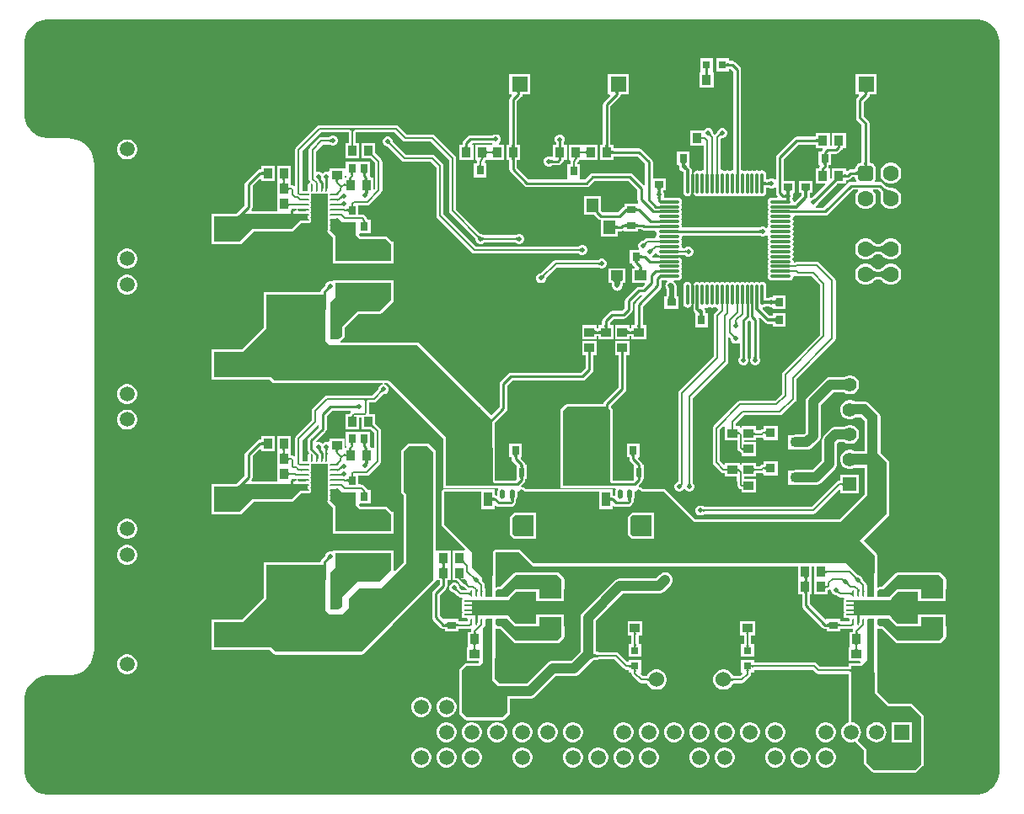
<source format=gtl>
G04*
G04 #@! TF.GenerationSoftware,Altium Limited,Altium Designer,24.1.2 (44)*
G04*
G04 Layer_Physical_Order=1*
G04 Layer_Color=255*
%FSLAX44Y44*%
%MOMM*%
G71*
G04*
G04 #@! TF.SameCoordinates,2EF6C2FC-EFCF-4523-B91F-EB5A1425F999*
G04*
G04*
G04 #@! TF.FilePolarity,Positive*
G04*
G01*
G75*
%ADD11C,0.2000*%
%ADD13C,0.2540*%
%ADD18R,0.9000X1.0000*%
%ADD19R,1.4200X2.1300*%
G04:AMPARAMS|DCode=20|XSize=0.6mm|YSize=0.24mm|CornerRadius=0.12mm|HoleSize=0mm|Usage=FLASHONLY|Rotation=90.000|XOffset=0mm|YOffset=0mm|HoleType=Round|Shape=RoundedRectangle|*
%AMROUNDEDRECTD20*
21,1,0.6000,0.0000,0,0,90.0*
21,1,0.3600,0.2400,0,0,90.0*
1,1,0.2400,0.0000,0.1800*
1,1,0.2400,0.0000,-0.1800*
1,1,0.2400,0.0000,-0.1800*
1,1,0.2400,0.0000,0.1800*
%
%ADD20ROUNDEDRECTD20*%
%ADD21R,1.9000X1.5000*%
%ADD22C,1.5240*%
%ADD23R,1.0581X1.3621*%
%ADD24R,0.7500X0.9000*%
%ADD25R,5.6000X1.7000*%
%ADD26R,0.9000X0.7500*%
%ADD27R,0.2540X0.2540*%
%ADD28R,0.8311X0.2425*%
G04:AMPARAMS|DCode=29|XSize=0.8311mm|YSize=0.2425mm|CornerRadius=0.1212mm|HoleSize=0mm|Usage=FLASHONLY|Rotation=0.000|XOffset=0mm|YOffset=0mm|HoleType=Round|Shape=RoundedRectangle|*
%AMROUNDEDRECTD29*
21,1,0.8311,0.0000,0,0,0.0*
21,1,0.5886,0.2425,0,0,0.0*
1,1,0.2425,0.2943,0.0000*
1,1,0.2425,-0.2943,0.0000*
1,1,0.2425,-0.2943,0.0000*
1,1,0.2425,0.2943,0.0000*
%
%ADD29ROUNDEDRECTD29*%
G04:AMPARAMS|DCode=30|XSize=0.2425mm|YSize=0.8311mm|CornerRadius=0.1212mm|HoleSize=0mm|Usage=FLASHONLY|Rotation=0.000|XOffset=0mm|YOffset=0mm|HoleType=Round|Shape=RoundedRectangle|*
%AMROUNDEDRECTD30*
21,1,0.2425,0.5886,0,0,0.0*
21,1,0.0000,0.8311,0,0,0.0*
1,1,0.2425,0.0000,-0.2943*
1,1,0.2425,0.0000,-0.2943*
1,1,0.2425,0.0000,0.2943*
1,1,0.2425,0.0000,0.2943*
%
%ADD30ROUNDEDRECTD30*%
%ADD31R,0.8500X1.4500*%
%ADD32R,0.8500X1.0500*%
%ADD33R,1.0000X0.9000*%
%ADD34R,2.2860X1.8545*%
G04:AMPARAMS|DCode=35|XSize=0.9397mm|YSize=0.4858mm|CornerRadius=0.2429mm|HoleSize=0mm|Usage=FLASHONLY|Rotation=270.000|XOffset=0mm|YOffset=0mm|HoleType=Round|Shape=RoundedRectangle|*
%AMROUNDEDRECTD35*
21,1,0.9397,0.0000,0,0,270.0*
21,1,0.4539,0.4858,0,0,270.0*
1,1,0.4858,0.0000,-0.2269*
1,1,0.4858,0.0000,0.2269*
1,1,0.4858,0.0000,0.2269*
1,1,0.4858,0.0000,-0.2269*
%
%ADD35ROUNDEDRECTD35*%
%ADD36R,0.4858X0.9397*%
%ADD37R,1.2000X1.4000*%
%ADD38R,1.1500X1.0000*%
%ADD39R,0.8000X0.8000*%
%ADD40O,0.3000X2.1000*%
%ADD41O,2.1000X0.3000*%
%ADD42R,0.9500X0.9000*%
%ADD43R,0.8000X0.8000*%
%ADD46C,1.4220*%
%ADD50R,1.7500X3.7500*%
%ADD65C,1.4000*%
%ADD66R,1.4000X1.4000*%
%ADD67R,1.5500X1.5500*%
%ADD68C,1.5500*%
%ADD69C,2.3000*%
%ADD72C,0.3500*%
%ADD73C,5.0000*%
%ADD74R,4.7000X3.7500*%
%ADD75C,1.0000*%
%ADD76C,0.3000*%
%ADD77C,0.2420*%
%ADD78C,0.2400*%
%ADD79C,0.5000*%
%ADD80R,0.2794X0.2540*%
%ADD81R,1.5000X1.5000*%
%ADD82C,1.5000*%
%ADD83R,2.5500X2.5500*%
%ADD84C,2.5500*%
%ADD85C,1.5080*%
%ADD86C,1.6000*%
G04:AMPARAMS|DCode=87|XSize=1.6mm|YSize=1.6mm|CornerRadius=0.4mm|HoleSize=0mm|Usage=FLASHONLY|Rotation=270.000|XOffset=0mm|YOffset=0mm|HoleType=Round|Shape=RoundedRectangle|*
%AMROUNDEDRECTD87*
21,1,1.6000,0.8000,0,0,270.0*
21,1,0.8000,1.6000,0,0,270.0*
1,1,0.8000,-0.4000,-0.4000*
1,1,0.8000,-0.4000,0.4000*
1,1,0.8000,0.4000,0.4000*
1,1,0.8000,0.4000,-0.4000*
%
%ADD87ROUNDEDRECTD87*%
%ADD88C,0.5000*%
G36*
X25000Y780000D02*
X955000Y780000D01*
X955000Y780000D01*
X955000Y780000D01*
X957462Y780000D01*
X962292Y779039D01*
X966842Y777155D01*
X970937Y774419D01*
X974419Y770937D01*
X977155Y766842D01*
X979039Y762292D01*
X980000Y757462D01*
X980000Y755000D01*
X980000Y25000D01*
X980000Y25000D01*
Y22538D01*
X979039Y17708D01*
X977155Y13158D01*
X974419Y9063D01*
X970937Y5581D01*
X966842Y2845D01*
X962292Y961D01*
X957462Y0D01*
X22537D01*
X17707Y961D01*
X13158Y2845D01*
X9063Y5581D01*
X5581Y9064D01*
X2845Y13158D01*
X961Y17708D01*
X-0Y22538D01*
X0Y25000D01*
Y95000D01*
Y97462D01*
X961Y102292D01*
X2845Y106842D01*
X5581Y110937D01*
X9063Y114419D01*
X13158Y117155D01*
X17708Y119039D01*
X22538Y120000D01*
X45000D01*
X47450Y120120D01*
X52257Y121076D01*
X56785Y122952D01*
X60860Y125675D01*
X64325Y129140D01*
X67048Y133215D01*
X68924Y137743D01*
X69880Y142549D01*
X70000Y145000D01*
X70000Y635000D01*
X70000Y635000D01*
X70000Y635000D01*
X69879Y637450D01*
X68923Y642257D01*
X67048Y646785D01*
X64325Y650860D01*
X60860Y654325D01*
X56785Y657048D01*
X52257Y658923D01*
X47450Y659880D01*
X45000Y660000D01*
X25000Y660000D01*
X25000Y660000D01*
X22538Y660000D01*
X17708Y660961D01*
X13158Y662845D01*
X9063Y665581D01*
X5581Y669063D01*
X2845Y673158D01*
X961Y677708D01*
X0Y682538D01*
Y685000D01*
Y755000D01*
X-0Y757462D01*
X961Y762292D01*
X2845Y766842D01*
X5581Y770937D01*
X9063Y774419D01*
X13158Y777155D01*
X17708Y779039D01*
X22538Y780000D01*
X25000Y780000D01*
D02*
G37*
%LPC*%
G36*
X691960Y740600D02*
X678880D01*
Y727520D01*
X678880D01*
X678615Y726360D01*
X678380D01*
Y711280D01*
X692460D01*
Y726360D01*
X692225D01*
X691960Y727520D01*
X691960D01*
Y740600D01*
D02*
G37*
G36*
X474712Y664170D02*
X472707D01*
X470855Y663403D01*
X470467Y663015D01*
X448130D01*
X446643Y662719D01*
X445383Y661877D01*
X441253Y657747D01*
X440411Y656487D01*
X440115Y655000D01*
Y653540D01*
X436960D01*
Y638460D01*
X451040D01*
Y653540D01*
X450642D01*
X450008Y654810D01*
X450334Y655245D01*
X469849D01*
X470232Y654810D01*
X469658Y653540D01*
X467960D01*
Y653540D01*
X467040D01*
Y653540D01*
X452960D01*
Y638460D01*
X453386D01*
X454428Y637190D01*
X454391Y637000D01*
Y635040D01*
X451710D01*
Y620960D01*
X464290D01*
Y635040D01*
X462940D01*
X462414Y636310D01*
X462552Y636448D01*
X463335Y637619D01*
X463502Y638460D01*
X467040D01*
Y638460D01*
X467960D01*
Y638460D01*
X482040D01*
Y653540D01*
X476703D01*
X476451Y654810D01*
X476565Y654857D01*
X477983Y656275D01*
X478750Y658128D01*
Y660133D01*
X477983Y661985D01*
X476565Y663403D01*
X474712Y664170D01*
D02*
G37*
G36*
X539002Y664040D02*
X536997D01*
X535145Y663273D01*
X533727Y661855D01*
X532960Y660003D01*
Y657998D01*
X533727Y656145D01*
X534115Y655757D01*
Y653540D01*
X530960D01*
Y641964D01*
X530396Y641611D01*
X529690Y641341D01*
X528003Y642040D01*
X525998D01*
X524145Y641273D01*
X522727Y639855D01*
X521960Y638003D01*
Y635998D01*
X522727Y634145D01*
X524145Y632727D01*
X525998Y631960D01*
X528003D01*
X529855Y632727D01*
X530243Y633115D01*
X536000D01*
X537487Y633411D01*
X538747Y634253D01*
X540747Y636253D01*
X541589Y637513D01*
X541777Y638460D01*
X545040D01*
Y653540D01*
X541885D01*
Y655757D01*
X542273Y656145D01*
X543040Y657998D01*
Y660003D01*
X542273Y661855D01*
X540855Y663273D01*
X539002Y664040D01*
D02*
G37*
G36*
X104527Y659040D02*
X101873D01*
X99309Y658353D01*
X97011Y657026D01*
X95134Y655149D01*
X93807Y652851D01*
X93120Y650287D01*
Y647633D01*
X93807Y645069D01*
X95134Y642771D01*
X97011Y640894D01*
X99309Y639567D01*
X101873Y638880D01*
X104527D01*
X107091Y639567D01*
X109389Y640894D01*
X111266Y642771D01*
X112593Y645069D01*
X113280Y647633D01*
Y650287D01*
X112593Y652851D01*
X111266Y655149D01*
X109389Y657026D01*
X107091Y658353D01*
X104527Y659040D01*
D02*
G37*
G36*
X707960Y740600D02*
X694880D01*
Y727520D01*
X707960D01*
Y730175D01*
X709591D01*
X712195Y727571D01*
Y628698D01*
X711214Y627893D01*
X711080Y627919D01*
X709504Y627606D01*
X708580Y626988D01*
X707656Y627606D01*
X706080Y627919D01*
X704504Y627606D01*
X703580Y626988D01*
X702656Y627606D01*
X701080Y627919D01*
X700671Y627838D01*
X699689Y628643D01*
Y659753D01*
X700377Y660440D01*
X702042D01*
X703895Y661207D01*
X705313Y662625D01*
X706080Y664477D01*
Y666482D01*
X705313Y668335D01*
X703895Y669753D01*
X702042Y670520D01*
X700038D01*
X698185Y669753D01*
X696767Y668335D01*
X696000Y666482D01*
Y666345D01*
X695998Y666341D01*
X695972Y666291D01*
X695936Y666233D01*
X695908Y666193D01*
X695845Y666117D01*
X693740Y664012D01*
X693632Y664022D01*
X692160Y665495D01*
X692158Y665542D01*
X692110Y665748D01*
Y666482D01*
X691343Y668335D01*
X689925Y669753D01*
X688073Y670520D01*
X686068D01*
X684215Y669753D01*
X682797Y668335D01*
X682634Y667940D01*
X668980D01*
Y652860D01*
X682471D01*
Y628643D01*
X681489Y627838D01*
X681080Y627919D01*
X679504Y627606D01*
X678580Y626988D01*
X677656Y627606D01*
X676080Y627919D01*
X674504Y627606D01*
X673167Y626713D01*
X672274Y625376D01*
X671961Y623800D01*
Y605800D01*
X672274Y604224D01*
X673167Y602887D01*
X674504Y601994D01*
X676080Y601681D01*
X677656Y601994D01*
X678580Y602612D01*
X679504Y601994D01*
X681080Y601681D01*
X682656Y601994D01*
X683580Y602612D01*
X684504Y601994D01*
X686080Y601681D01*
X687656Y601994D01*
X688580Y602612D01*
X689504Y601994D01*
X691080Y601681D01*
X692656Y601994D01*
X693580Y602612D01*
X694504Y601994D01*
X696080Y601681D01*
X697656Y601994D01*
X698580Y602612D01*
X699504Y601994D01*
X701080Y601681D01*
X702656Y601994D01*
X703580Y602612D01*
X704504Y601994D01*
X706080Y601681D01*
X707656Y601994D01*
X708580Y602612D01*
X709504Y601994D01*
X711080Y601681D01*
X712656Y601994D01*
X713580Y602612D01*
X714504Y601994D01*
X716080Y601681D01*
X717656Y601994D01*
X718580Y602612D01*
X719504Y601994D01*
X721080Y601681D01*
X722656Y601994D01*
X723580Y602612D01*
X724504Y601994D01*
X726080Y601681D01*
X727656Y601994D01*
X728580Y602612D01*
X729504Y601994D01*
X731080Y601681D01*
X732656Y601994D01*
X733580Y602612D01*
X734504Y601994D01*
X736080Y601681D01*
X737656Y601994D01*
X738580Y602612D01*
X739504Y601994D01*
X741080Y601681D01*
X742656Y601994D01*
X743993Y602887D01*
X744886Y604224D01*
X745199Y605800D01*
Y610795D01*
X747327D01*
X747715Y610407D01*
X749567Y609640D01*
X751572D01*
X753425Y610407D01*
X753845Y610828D01*
X755115Y610302D01*
Y605000D01*
X755411Y603513D01*
X756253Y602253D01*
X756914Y601592D01*
X756428Y600419D01*
X750580D01*
X749004Y600106D01*
X747667Y599213D01*
X746774Y597876D01*
X746461Y596300D01*
X746774Y594724D01*
X747392Y593800D01*
X746774Y592876D01*
X746461Y591300D01*
X746774Y589724D01*
X747392Y588800D01*
X746774Y587876D01*
X746461Y586300D01*
X746774Y584724D01*
X747392Y583800D01*
X746774Y582876D01*
X746461Y581300D01*
X746774Y579724D01*
X747392Y578800D01*
X746774Y577876D01*
X746461Y576300D01*
X746774Y574724D01*
X747392Y573800D01*
X746774Y572876D01*
X746461Y571300D01*
X746644Y570380D01*
X745473Y569754D01*
X744535Y570693D01*
X742682Y571460D01*
X740677D01*
X738825Y570693D01*
X738377Y570245D01*
X661490D01*
X660685Y571226D01*
X660699Y571300D01*
X660386Y572876D01*
X659768Y573800D01*
X660386Y574724D01*
X660699Y576300D01*
X660386Y577876D01*
X659768Y578800D01*
X660386Y579724D01*
X660699Y581300D01*
X660386Y582876D01*
X659768Y583800D01*
X660386Y584724D01*
X660699Y586300D01*
X660386Y587876D01*
X659768Y588800D01*
X660386Y589724D01*
X660699Y591300D01*
X660386Y592876D01*
X659768Y593800D01*
X660386Y594724D01*
X660699Y596300D01*
X660386Y597876D01*
X659493Y599213D01*
X658156Y600106D01*
X656580Y600419D01*
X642966D01*
X642260Y601475D01*
X642580Y602248D01*
Y604253D01*
X641813Y606105D01*
X641718Y606200D01*
X642132Y607470D01*
X644580D01*
Y620050D01*
X631265D01*
Y636270D01*
X630969Y637757D01*
X630127Y639017D01*
X620397Y648747D01*
X619137Y649589D01*
X617650Y649885D01*
X592040D01*
Y653540D01*
X588885D01*
Y692391D01*
X598165Y701671D01*
X599007Y702931D01*
X599259Y704200D01*
X606830D01*
Y724780D01*
X586250D01*
Y704200D01*
X588047D01*
X588533Y703027D01*
X582253Y696747D01*
X581411Y695487D01*
X581115Y694000D01*
Y653540D01*
X577960D01*
Y638460D01*
X592040D01*
Y642115D01*
X616041D01*
X623495Y634661D01*
Y613097D01*
X623336Y612976D01*
X622225Y612628D01*
X611077Y623777D01*
X609817Y624619D01*
X608330Y624915D01*
X571030D01*
X569543Y624619D01*
X568283Y623777D01*
X563391Y618885D01*
X558760D01*
X558290Y619960D01*
X558290Y620155D01*
Y634040D01*
X555609D01*
Y635505D01*
X556552Y636448D01*
X557335Y637619D01*
X557502Y638460D01*
X561040D01*
Y638460D01*
X561960D01*
Y638460D01*
X576040D01*
Y653540D01*
X561960D01*
Y653540D01*
X561040D01*
Y653540D01*
X546960D01*
Y638460D01*
X547386D01*
X548428Y637190D01*
X548391Y637000D01*
Y634040D01*
X545710D01*
Y620155D01*
X545710Y619960D01*
X545240Y618885D01*
X506609D01*
X494885Y630609D01*
Y638460D01*
X498040D01*
Y653540D01*
X494885D01*
Y697391D01*
X499165Y701671D01*
X500007Y702931D01*
X500259Y704200D01*
X507770D01*
Y724780D01*
X487190D01*
Y704200D01*
X489047D01*
X489533Y703027D01*
X488253Y701747D01*
X487411Y700487D01*
X487115Y699000D01*
Y653540D01*
X483960D01*
Y638460D01*
X487115D01*
Y629000D01*
X487411Y627513D01*
X488253Y626253D01*
X502253Y612253D01*
X503513Y611411D01*
X505000Y611115D01*
X565000D01*
X566487Y611411D01*
X567747Y612253D01*
X572639Y617145D01*
X606721D01*
X615875Y607991D01*
Y598170D01*
X616171Y596683D01*
X616697Y595896D01*
X616058Y594650D01*
X615639Y594650D01*
X602560D01*
Y591432D01*
X602073Y591107D01*
X596511Y585545D01*
X580983D01*
X579235Y587293D01*
Y587930D01*
X579160Y588305D01*
Y602200D01*
X562080D01*
Y583120D01*
X572481D01*
X572603Y582937D01*
X576627Y578913D01*
X577887Y578071D01*
X579080Y577834D01*
Y561120D01*
X596160D01*
Y566775D01*
X599496D01*
X600983Y567071D01*
X601290Y567276D01*
X602560Y566598D01*
Y566130D01*
X616640D01*
Y568535D01*
X619780D01*
X621013Y567711D01*
X622500Y567415D01*
X633682D01*
X634487Y566434D01*
X634461Y566300D01*
X634774Y564724D01*
X635392Y563800D01*
X634774Y562876D01*
X634461Y561300D01*
X634542Y560891D01*
X633736Y559909D01*
X626150D01*
X624769Y559635D01*
X623598Y558852D01*
X621777Y557032D01*
X621730Y557030D01*
X621524Y556982D01*
X620789D01*
X618937Y556215D01*
X617519Y554797D01*
X616752Y552944D01*
Y550939D01*
X617419Y549330D01*
X616887Y548060D01*
X608040D01*
Y533980D01*
X610702D01*
X610741Y533783D01*
X611583Y532523D01*
X613423Y530683D01*
X612937Y529510D01*
X610520D01*
Y514430D01*
X622847D01*
X623333Y513257D01*
X620691Y510615D01*
X617220D01*
X615733Y510319D01*
X614473Y509477D01*
X604313Y499317D01*
X603471Y498057D01*
X603175Y496570D01*
Y489289D01*
X600371Y486485D01*
X590550D01*
X589063Y486189D01*
X587803Y485347D01*
X581453Y478997D01*
X580611Y477737D01*
X580315Y476250D01*
Y472240D01*
X576660D01*
Y469085D01*
X575230D01*
Y472240D01*
X560150D01*
Y458160D01*
X575230D01*
Y461315D01*
X576660D01*
Y458160D01*
X591740D01*
Y472240D01*
X588085D01*
Y474641D01*
X592159Y478715D01*
X601980D01*
X603467Y479011D01*
X604727Y479853D01*
X609807Y484933D01*
X610649Y486193D01*
X610945Y487680D01*
Y494961D01*
X618829Y502845D01*
X620152D01*
X620638Y501672D01*
X614473Y495507D01*
X613631Y494247D01*
X613335Y492760D01*
Y472240D01*
X609680D01*
Y469085D01*
X608250D01*
Y472240D01*
X593170D01*
Y458160D01*
X608250D01*
Y461315D01*
X609680D01*
Y458160D01*
X624760D01*
Y472240D01*
X621105D01*
Y491151D01*
X639017Y509063D01*
X639859Y510323D01*
X640155Y511810D01*
Y517181D01*
X645272D01*
X645787Y515915D01*
X645366Y515634D01*
X645085Y515213D01*
X644727Y514855D01*
X644534Y514387D01*
X644252Y513966D01*
X644154Y513470D01*
X643960Y513003D01*
Y512496D01*
X643861Y512000D01*
X643960Y511504D01*
Y510998D01*
X644154Y510530D01*
X644252Y510033D01*
X644534Y509613D01*
X644727Y509145D01*
X644861Y509011D01*
Y502438D01*
X644843Y502178D01*
X644768Y501608D01*
X644701Y501290D01*
X642960D01*
Y498816D01*
X642941Y498719D01*
X642960Y498623D01*
Y488710D01*
X657040D01*
Y498623D01*
X657059Y498719D01*
X657040Y498816D01*
Y501290D01*
X655299D01*
X655240Y501566D01*
X655139Y502599D01*
Y511000D01*
X654748Y512966D01*
X653634Y514634D01*
X652634Y515634D01*
X652213Y515915D01*
X652728Y517181D01*
X656580D01*
X658156Y517494D01*
X659493Y518387D01*
X660386Y519724D01*
X660699Y521300D01*
X660386Y522876D01*
X659768Y523800D01*
X660386Y524724D01*
X660699Y526300D01*
X660386Y527876D01*
X659768Y528800D01*
X660386Y529724D01*
X660699Y531300D01*
X660386Y532876D01*
X659768Y533800D01*
X660386Y534724D01*
X660699Y536300D01*
X660386Y537876D01*
X659493Y539213D01*
X658156Y540106D01*
X656580Y540419D01*
X638580D01*
X637401Y540185D01*
X630858D01*
X630605Y541455D01*
X631505Y541827D01*
X632923Y543245D01*
X633498Y544633D01*
X634268Y544688D01*
X634858Y544599D01*
X635667Y543387D01*
X637004Y542494D01*
X638580Y542181D01*
X656580D01*
X658156Y542494D01*
X658225Y542541D01*
X663261D01*
X663296Y542509D01*
X663475Y542397D01*
X663995Y541877D01*
X665847Y541110D01*
X667852D01*
X669705Y541877D01*
X671123Y543295D01*
X671890Y545148D01*
Y547152D01*
X671123Y549005D01*
X669705Y550423D01*
X667852Y551190D01*
X665847D01*
X663995Y550423D01*
X663475Y549903D01*
X663296Y549791D01*
X663261Y549759D01*
X661394D01*
X660588Y550741D01*
X660699Y551300D01*
X660386Y552876D01*
X659768Y553800D01*
X660386Y554724D01*
X660699Y556300D01*
X660386Y557876D01*
X659768Y558800D01*
X660386Y559724D01*
X660699Y561300D01*
X660661Y561494D01*
X661466Y562475D01*
X738497D01*
X738825Y562147D01*
X740677Y561380D01*
X742682D01*
X744535Y562147D01*
X745563Y563176D01*
X746703Y562520D01*
X746461Y561300D01*
X746774Y559724D01*
X747392Y558800D01*
X746774Y557876D01*
X746461Y556300D01*
X746774Y554724D01*
X747392Y553800D01*
X746774Y552876D01*
X746461Y551300D01*
X746774Y549724D01*
X747392Y548800D01*
X746774Y547876D01*
X746461Y546300D01*
X746774Y544724D01*
X747392Y543800D01*
X746774Y542876D01*
X746461Y541300D01*
X746774Y539724D01*
X747392Y538800D01*
X746774Y537876D01*
X746461Y536300D01*
X746774Y534724D01*
X747392Y533800D01*
X746774Y532876D01*
X746461Y531300D01*
X746774Y529724D01*
X747392Y528800D01*
X746774Y527876D01*
X746461Y526300D01*
X746774Y524724D01*
X747392Y523800D01*
X746774Y522876D01*
X746461Y521300D01*
X746774Y519724D01*
X747667Y518387D01*
X749004Y517494D01*
X750580Y517181D01*
X768580D01*
X770156Y517494D01*
X771493Y518387D01*
X772386Y519724D01*
X772699Y521300D01*
X773730Y522156D01*
X774434Y522212D01*
X775605Y521429D01*
X776986Y521155D01*
X790741D01*
X799391Y512505D01*
Y462495D01*
X761988Y425092D01*
X761205Y423921D01*
X760931Y422540D01*
Y402815D01*
X754155Y396039D01*
X718820D01*
X717439Y395765D01*
X716268Y394982D01*
X692448Y371162D01*
X691665Y369991D01*
X691391Y368610D01*
Y334000D01*
X691665Y332619D01*
X692448Y331448D01*
X699678Y324218D01*
X700849Y323435D01*
X702230Y323161D01*
X703660D01*
Y319730D01*
X715719D01*
Y311942D01*
X715993Y310560D01*
X716776Y309389D01*
X717947Y308218D01*
X719118Y307435D01*
X720170Y307226D01*
Y303730D01*
X735250D01*
Y317810D01*
X722937D01*
Y319730D01*
X735250D01*
Y323161D01*
X740536D01*
X740940Y323241D01*
X742210Y322220D01*
Y321230D01*
X756790D01*
Y335310D01*
X742210D01*
Y331879D01*
X742036D01*
X740655Y331605D01*
X739484Y330822D01*
X739041Y330379D01*
X735250D01*
Y333810D01*
X720170D01*
Y331711D01*
X718900Y330982D01*
X718740Y331075D01*
Y333810D01*
X703660D01*
Y332104D01*
X702487Y331618D01*
X698609Y335495D01*
Y367115D01*
X702306Y370811D01*
X702579Y370827D01*
X703660Y369898D01*
X703660Y369482D01*
Y356560D01*
X715973D01*
Y348772D01*
X716247Y347390D01*
X717030Y346219D01*
X718201Y345048D01*
X719372Y344265D01*
X720170Y344107D01*
Y340560D01*
X735250D01*
Y354640D01*
X723191D01*
Y356560D01*
X735250D01*
Y358975D01*
X740536D01*
X740940Y359055D01*
X742210Y358034D01*
Y356790D01*
X756790D01*
Y370870D01*
X742210D01*
Y367693D01*
X742036D01*
X740655Y367419D01*
X739484Y366636D01*
X739041Y366193D01*
X735250D01*
Y370640D01*
X720170D01*
Y369306D01*
X718900Y368515D01*
X718740Y368593D01*
Y370640D01*
X714809D01*
Y373155D01*
X723045Y381391D01*
X759000D01*
X760381Y381665D01*
X761552Y382448D01*
X774552Y395448D01*
X775335Y396619D01*
X775609Y398000D01*
Y417445D01*
X814082Y455918D01*
X814865Y457089D01*
X815139Y458470D01*
Y516890D01*
X814865Y518271D01*
X814082Y519442D01*
X798334Y535190D01*
X797163Y535973D01*
X795782Y536247D01*
X776478D01*
X776478Y536247D01*
X775097Y535973D01*
X773926Y535190D01*
X773013Y535602D01*
X772654Y536071D01*
X772699Y536300D01*
X772386Y537876D01*
X771768Y538800D01*
X772386Y539724D01*
X772699Y541300D01*
X772386Y542876D01*
X771768Y543800D01*
X772386Y544724D01*
X772699Y546300D01*
X772386Y547876D01*
X771768Y548800D01*
X772386Y549724D01*
X772699Y551300D01*
X772386Y552876D01*
X771768Y553800D01*
X772386Y554724D01*
X772699Y556300D01*
X772386Y557876D01*
X771768Y558800D01*
X772386Y559724D01*
X772699Y561300D01*
X772386Y562876D01*
X771768Y563800D01*
X772386Y564724D01*
X772699Y566300D01*
X772386Y567876D01*
X771768Y568800D01*
X772386Y569724D01*
X772699Y571300D01*
X772386Y572876D01*
X771768Y573800D01*
X772386Y574724D01*
X772699Y576300D01*
X772386Y577876D01*
X771768Y578800D01*
X772386Y579724D01*
X772699Y581300D01*
X772673Y581434D01*
X773478Y582415D01*
X804232D01*
X805719Y582711D01*
X806979Y583553D01*
X831935Y608509D01*
X837207D01*
X837734Y607239D01*
X836566Y606072D01*
X835178Y603668D01*
X834460Y600988D01*
Y598212D01*
X835178Y595532D01*
X836566Y593128D01*
X838528Y591166D01*
X840932Y589778D01*
X843612Y589060D01*
X846388D01*
X849068Y589778D01*
X851472Y591166D01*
X853434Y593128D01*
X854822Y595532D01*
X855540Y598212D01*
Y600988D01*
X854822Y603668D01*
X853434Y606072D01*
X852266Y607239D01*
X852793Y608509D01*
X857927D01*
X859722Y606714D01*
X859855Y606502D01*
X859985Y606213D01*
X860103Y605834D01*
X860196Y605356D01*
X860254Y604777D01*
X860266Y604140D01*
X860130Y602426D01*
X859974Y601452D01*
X859975Y601418D01*
X859860Y600988D01*
Y598212D01*
X860578Y595532D01*
X861966Y593128D01*
X863928Y591166D01*
X866332Y589778D01*
X869012Y589060D01*
X871788D01*
X874468Y589778D01*
X876872Y591166D01*
X878834Y593128D01*
X880222Y595532D01*
X880940Y598212D01*
Y600988D01*
X880222Y603668D01*
X878834Y606072D01*
X876872Y608034D01*
X874468Y609422D01*
X871788Y610140D01*
X871597D01*
X870923Y610257D01*
X868837Y610700D01*
X867180Y611169D01*
X866571Y611389D01*
X866064Y611606D01*
X865692Y611801D01*
X865491Y611933D01*
X862283Y615141D01*
X861023Y615983D01*
X859536Y616279D01*
X855221D01*
X854595Y617549D01*
X854713Y617702D01*
X855372Y619293D01*
X855596Y621000D01*
Y629000D01*
X855372Y630707D01*
X854713Y632298D01*
X853664Y633664D01*
X852298Y634713D01*
X850707Y635372D01*
X849000Y635596D01*
X848885D01*
Y675190D01*
X848589Y676677D01*
X847747Y677937D01*
X843355Y682329D01*
Y696891D01*
X848135Y701671D01*
X848977Y702931D01*
X849229Y704200D01*
X855750D01*
Y724780D01*
X835170D01*
Y704200D01*
X838017D01*
X838503Y703027D01*
X836723Y701247D01*
X835881Y699987D01*
X835585Y698500D01*
Y680720D01*
X835881Y679233D01*
X836723Y677973D01*
X841115Y673581D01*
Y635596D01*
X841000D01*
X839293Y635372D01*
X837702Y634713D01*
X836336Y633664D01*
X835287Y632298D01*
X834628Y630707D01*
X834404Y629000D01*
Y628885D01*
X829978D01*
X828491Y628589D01*
X827231Y627747D01*
X826570Y627086D01*
X825300Y627612D01*
Y629840D01*
X811220D01*
Y621020D01*
X811201Y620923D01*
X811220Y620826D01*
Y620420D01*
X810483Y619784D01*
X809300Y620289D01*
Y629840D01*
X808948D01*
X808009Y631110D01*
X808145Y631794D01*
Y633040D01*
X810550D01*
Y644577D01*
X815594D01*
X817081Y644873D01*
X818341Y645715D01*
X821007Y648381D01*
X821849Y649641D01*
X821984Y650320D01*
X825300D01*
Y665400D01*
X811220D01*
Y652347D01*
X809300D01*
Y665400D01*
X795220D01*
Y661745D01*
X775860D01*
X774373Y661449D01*
X773113Y660607D01*
X756253Y643747D01*
X755411Y642487D01*
X755115Y641000D01*
Y619058D01*
X753845Y618532D01*
X753425Y618953D01*
X751572Y619720D01*
X749567D01*
X747715Y618953D01*
X747327Y618565D01*
X745199D01*
Y623800D01*
X744886Y625376D01*
X743993Y626713D01*
X742656Y627606D01*
X741080Y627919D01*
X739504Y627606D01*
X738580Y626988D01*
X737656Y627606D01*
X736080Y627919D01*
X734504Y627606D01*
X733580Y626988D01*
X732656Y627606D01*
X731080Y627919D01*
X729504Y627606D01*
X728580Y626988D01*
X727656Y627606D01*
X726080Y627919D01*
X724504Y627606D01*
X723580Y626988D01*
X722656Y627606D01*
X721080Y627919D01*
X720946Y627893D01*
X719965Y628698D01*
Y729180D01*
X719669Y730667D01*
X718827Y731927D01*
X713947Y736807D01*
X712687Y737649D01*
X711200Y737945D01*
X707960D01*
Y740600D01*
D02*
G37*
G36*
X871788Y635540D02*
X869012D01*
X866332Y634822D01*
X863928Y633434D01*
X861966Y631472D01*
X860578Y629068D01*
X859860Y626388D01*
Y623612D01*
X860578Y620932D01*
X861966Y618528D01*
X863928Y616566D01*
X866332Y615178D01*
X869012Y614460D01*
X871788D01*
X874468Y615178D01*
X876872Y616566D01*
X878834Y618528D01*
X880222Y620932D01*
X880940Y623612D01*
Y626388D01*
X880222Y629068D01*
X878834Y631472D01*
X876872Y633434D01*
X874468Y634822D01*
X871788Y635540D01*
D02*
G37*
G36*
X668310Y647120D02*
X655730D01*
Y633040D01*
X657214D01*
X657540Y632552D01*
Y630547D01*
X658307Y628695D01*
X659725Y627277D01*
X661578Y626510D01*
X661795D01*
X661961Y626344D01*
Y614800D01*
Y605800D01*
X662274Y604224D01*
X663167Y602887D01*
X664504Y601994D01*
X666080Y601681D01*
X667656Y601994D01*
X668993Y602887D01*
X669886Y604224D01*
X670199Y605800D01*
Y623800D01*
Y628050D01*
X669886Y629626D01*
X668993Y630963D01*
X668185Y631770D01*
X668310Y633040D01*
X668310D01*
Y647120D01*
D02*
G37*
G36*
X373500Y673109D02*
X296500D01*
X295119Y672835D01*
X293948Y672052D01*
X273038Y651142D01*
X272255Y649971D01*
X271981Y648590D01*
Y612414D01*
X270711Y611888D01*
X270621Y611978D01*
X269450Y612760D01*
X268068Y613035D01*
X267770D01*
Y617140D01*
X267770D01*
X267770Y617300D01*
X267770D01*
Y632380D01*
X253690D01*
Y617300D01*
X253690D01*
X253690Y617140D01*
X253690D01*
Y603170D01*
X253690Y602060D01*
X253690D01*
Y601900D01*
X253690D01*
Y586894D01*
X228239D01*
X227753Y588067D01*
X227941Y588255D01*
X228783Y589515D01*
X229079Y591002D01*
Y612205D01*
X236517Y619643D01*
X237690Y619157D01*
Y617300D01*
X251770D01*
Y632380D01*
X237690D01*
Y628725D01*
X236220D01*
X234733Y628429D01*
X233473Y627587D01*
X222447Y616561D01*
X221605Y615301D01*
X221309Y613814D01*
Y592611D01*
X213572Y584873D01*
X213170Y584500D01*
X212859Y584250D01*
X212859Y584250D01*
X187910D01*
Y553670D01*
X191627D01*
X191897Y553616D01*
X216400D01*
X216670Y553670D01*
X218490D01*
Y554633D01*
X229957Y566100D01*
X268254D01*
X269245Y566297D01*
X270085Y566859D01*
X277752Y574526D01*
X278510D01*
X278556Y574535D01*
X278712Y574504D01*
X284598D01*
X286062Y574795D01*
X287303Y575625D01*
X288132Y576866D01*
X288424Y578330D01*
X288132Y579794D01*
X287440Y580830D01*
X288132Y581866D01*
X288424Y583330D01*
X288132Y584794D01*
X287440Y585830D01*
X288132Y586866D01*
X288424Y588330D01*
X288132Y589794D01*
X287440Y590830D01*
X288132Y591866D01*
X288424Y593330D01*
X288132Y594794D01*
X287440Y595830D01*
X288132Y596866D01*
X288424Y598330D01*
X288209Y599406D01*
X288350Y599578D01*
X288350D01*
Y603294D01*
X288560Y603466D01*
X290024Y603758D01*
X291060Y604450D01*
X292096Y603758D01*
X293560Y603466D01*
X295024Y603758D01*
X296060Y604450D01*
X297096Y603758D01*
X298560Y603466D01*
X300024Y603758D01*
X301060Y604450D01*
X302096Y603758D01*
X303560Y603466D01*
X303913Y602242D01*
X303988Y601866D01*
X304680Y600830D01*
X303988Y599794D01*
X303696Y598330D01*
X303988Y596866D01*
X304680Y595830D01*
X303988Y594794D01*
X303696Y593330D01*
X303988Y591866D01*
X304680Y590830D01*
X303988Y589794D01*
X303696Y588330D01*
X303988Y586866D01*
X304680Y585830D01*
X303988Y584794D01*
X303696Y583330D01*
X303988Y581866D01*
X304680Y580830D01*
X303988Y579794D01*
X303696Y578330D01*
X303988Y576866D01*
X304680Y575830D01*
X303988Y574794D01*
X303696Y573330D01*
X303988Y571866D01*
X304680Y570830D01*
X303988Y569794D01*
X303696Y568330D01*
X303988Y566866D01*
X304817Y565625D01*
X305966Y564857D01*
X309978Y560445D01*
X309922Y537535D01*
X309923Y537534D01*
X309922Y537532D01*
X309970Y537292D01*
Y534090D01*
X313157D01*
X313406Y534040D01*
X313408Y534041D01*
X313409Y534040D01*
X368510D01*
X368760Y534090D01*
X371050D01*
Y536380D01*
X371100Y536630D01*
Y553630D01*
X371097Y553645D01*
X371100Y553661D01*
X371050Y553895D01*
Y556170D01*
X369616D01*
X365179Y560503D01*
X364769Y560770D01*
X364361Y561043D01*
X364346Y561046D01*
X364333Y561054D01*
X363851Y561144D01*
X363370Y561240D01*
X338281D01*
X336480Y563040D01*
X337006Y564310D01*
X347720D01*
Y578390D01*
X344901D01*
X344765Y579078D01*
X343982Y580249D01*
X341799Y582432D01*
X340628Y583215D01*
X339247Y583489D01*
X335720D01*
Y592751D01*
X344360D01*
X345741Y593025D01*
X346912Y593808D01*
X358552Y605448D01*
X359335Y606619D01*
X359609Y608000D01*
Y636500D01*
X359335Y637881D01*
X358552Y639052D01*
X352889Y644716D01*
X352611Y645015D01*
X352540Y645104D01*
Y645262D01*
X352559Y645359D01*
X352540Y645456D01*
Y655040D01*
X338460D01*
Y639960D01*
X347044D01*
X347141Y639941D01*
X347238Y639960D01*
X347385D01*
X347716Y639679D01*
X352391Y635005D01*
Y609660D01*
X351681Y609090D01*
X350470Y609624D01*
Y620800D01*
X347845D01*
X347202Y622070D01*
X347570Y622880D01*
X347570D01*
Y636960D01*
X322990D01*
Y622880D01*
X322990D01*
X323624Y621723D01*
X323177Y620800D01*
X321380D01*
Y630080D01*
X306300D01*
Y627281D01*
X305030Y626433D01*
X304429Y626682D01*
X302423D01*
X300571Y625915D01*
X299489Y624833D01*
X298407Y625915D01*
X296555Y626682D01*
X294550D01*
X293971Y626442D01*
X292915Y627148D01*
Y647221D01*
X299585Y653891D01*
X306799D01*
X306827Y653887D01*
X306906Y653873D01*
X306971Y653857D01*
X307024Y653841D01*
X307036Y653837D01*
X307145Y653727D01*
X308997Y652960D01*
X311003D01*
X312855Y653727D01*
X314273Y655145D01*
X315040Y656998D01*
Y659003D01*
X314273Y660855D01*
X312855Y662273D01*
X311003Y663040D01*
X308997D01*
X307145Y662273D01*
X305982Y661109D01*
X298090D01*
X296709Y660835D01*
X295538Y660052D01*
X286754Y651268D01*
X285971Y650097D01*
X285697Y648716D01*
Y619252D01*
X285971Y617871D01*
X286754Y616700D01*
X286731Y616469D01*
X285855Y615884D01*
X285025Y614642D01*
X284734Y613178D01*
Y607292D01*
X284562Y607082D01*
X279199D01*
Y647095D01*
X297995Y665891D01*
X325891D01*
Y655040D01*
X322460D01*
Y639960D01*
X336540D01*
Y655040D01*
X333109D01*
Y665891D01*
X372005D01*
X380048Y657848D01*
X381219Y657065D01*
X382600Y656791D01*
X408105D01*
X426391Y638505D01*
Y587270D01*
X426665Y585889D01*
X427448Y584718D01*
X453180Y558985D01*
X453182Y558938D01*
X453230Y558732D01*
Y557998D01*
X453997Y556145D01*
X455415Y554727D01*
X457267Y553960D01*
X459272D01*
X461125Y554727D01*
X461645Y555247D01*
X461824Y555359D01*
X461859Y555391D01*
X493411D01*
X493446Y555359D01*
X493625Y555247D01*
X494145Y554727D01*
X495998Y553960D01*
X498003D01*
X499855Y554727D01*
X501273Y556145D01*
X502040Y557998D01*
Y560003D01*
X501273Y561855D01*
X499855Y563273D01*
X498003Y564040D01*
X495998D01*
X494145Y563273D01*
X493625Y562753D01*
X493446Y562641D01*
X493411Y562609D01*
X461859D01*
X461824Y562641D01*
X461645Y562753D01*
X461125Y563273D01*
X459272Y564040D01*
X458538D01*
X458332Y564088D01*
X458285Y564090D01*
X433609Y588765D01*
Y640000D01*
X433335Y641381D01*
X432552Y642552D01*
X412152Y662952D01*
X410981Y663735D01*
X409600Y664009D01*
X384095D01*
X376052Y672052D01*
X374881Y672835D01*
X373500Y673109D01*
D02*
G37*
G36*
X871788Y559340D02*
X869012D01*
X866332Y558622D01*
X863928Y557234D01*
X863085Y556391D01*
X862894Y556269D01*
X862341Y555738D01*
X861849Y555324D01*
X861362Y554969D01*
X860882Y554672D01*
X860407Y554427D01*
X859935Y554232D01*
X859463Y554083D01*
X858986Y553977D01*
X858693Y553939D01*
X856707D01*
X856414Y553977D01*
X855937Y554083D01*
X855465Y554232D01*
X854993Y554427D01*
X854518Y554672D01*
X854038Y554969D01*
X853551Y555324D01*
X853059Y555738D01*
X852506Y556269D01*
X852315Y556391D01*
X851472Y557234D01*
X849068Y558622D01*
X846388Y559340D01*
X843612D01*
X840932Y558622D01*
X838528Y557234D01*
X836566Y555272D01*
X835178Y552868D01*
X834460Y550188D01*
Y547412D01*
X835178Y544732D01*
X836566Y542328D01*
X838528Y540366D01*
X840932Y538978D01*
X843612Y538260D01*
X846388D01*
X849068Y538978D01*
X851472Y540366D01*
X852315Y541209D01*
X852506Y541331D01*
X853059Y541862D01*
X853551Y542276D01*
X854038Y542631D01*
X854518Y542929D01*
X854993Y543173D01*
X855465Y543368D01*
X855937Y543517D01*
X856414Y543623D01*
X856707Y543661D01*
X858693D01*
X858986Y543623D01*
X859463Y543517D01*
X859935Y543368D01*
X860407Y543173D01*
X860882Y542928D01*
X861362Y542631D01*
X861849Y542276D01*
X862341Y541862D01*
X862894Y541331D01*
X863085Y541209D01*
X863928Y540366D01*
X866332Y538978D01*
X869012Y538260D01*
X871788D01*
X874468Y538978D01*
X876872Y540366D01*
X878834Y542328D01*
X880222Y544732D01*
X880940Y547412D01*
Y550188D01*
X880222Y552868D01*
X878834Y555272D01*
X876872Y557234D01*
X874468Y558622D01*
X871788Y559340D01*
D02*
G37*
G36*
X366003Y662040D02*
X363997D01*
X362145Y661273D01*
X360727Y659855D01*
X359960Y658002D01*
Y655997D01*
X360727Y654145D01*
X362145Y652727D01*
X363997Y651960D01*
X364732D01*
X364938Y651912D01*
X364985Y651910D01*
X379368Y637528D01*
X380539Y636745D01*
X381920Y636471D01*
X408425D01*
X413891Y631005D01*
Y582500D01*
X414165Y581119D01*
X414948Y579948D01*
X449570Y545326D01*
X450741Y544543D01*
X452122Y544269D01*
X556735D01*
X556770Y544237D01*
X556950Y544125D01*
X557469Y543605D01*
X559322Y542838D01*
X561326D01*
X563179Y543605D01*
X564597Y545023D01*
X565364Y546875D01*
Y548881D01*
X564597Y550733D01*
X563179Y552151D01*
X561326Y552918D01*
X559322D01*
X557469Y552151D01*
X556950Y551631D01*
X556770Y551519D01*
X556735Y551487D01*
X453617D01*
X421109Y583995D01*
Y632500D01*
X420835Y633881D01*
X420052Y635052D01*
X412472Y642632D01*
X411301Y643415D01*
X409920Y643689D01*
X383415D01*
X370090Y657015D01*
X370088Y657062D01*
X370040Y657268D01*
Y658002D01*
X369273Y659855D01*
X367855Y661273D01*
X366003Y662040D01*
D02*
G37*
G36*
X581003Y539040D02*
X578997D01*
X577145Y538273D01*
X576626Y537753D01*
X576446Y537641D01*
X576411Y537609D01*
X534000D01*
X532619Y537335D01*
X531448Y536552D01*
X519415Y524520D01*
X519368Y524518D01*
X519162Y524470D01*
X518428D01*
X516575Y523703D01*
X515157Y522285D01*
X514390Y520433D01*
Y518428D01*
X515157Y516575D01*
X516575Y515157D01*
X518428Y514390D01*
X520433D01*
X522285Y515157D01*
X523703Y516575D01*
X524470Y518428D01*
Y519162D01*
X524518Y519368D01*
X524520Y519415D01*
X535495Y530391D01*
X576411D01*
X576446Y530359D01*
X576626Y530247D01*
X577145Y529727D01*
X578997Y528960D01*
X581003D01*
X582855Y529727D01*
X584273Y531145D01*
X585040Y532998D01*
Y535003D01*
X584273Y536855D01*
X582855Y538273D01*
X581003Y539040D01*
D02*
G37*
G36*
X104527Y549040D02*
X101873D01*
X99309Y548353D01*
X97011Y547026D01*
X95134Y545149D01*
X93807Y542851D01*
X93120Y540287D01*
Y537633D01*
X93807Y535069D01*
X95134Y532771D01*
X97011Y530894D01*
X99309Y529567D01*
X101873Y528880D01*
X104527D01*
X107091Y529567D01*
X109389Y530894D01*
X111266Y532771D01*
X112593Y535069D01*
X113280Y537633D01*
Y540287D01*
X112593Y542851D01*
X111266Y545149D01*
X109389Y547026D01*
X107091Y548353D01*
X104527Y549040D01*
D02*
G37*
G36*
X871788Y533940D02*
X869012D01*
X866332Y533222D01*
X863928Y531834D01*
X863085Y530991D01*
X862894Y530869D01*
X862341Y530338D01*
X861849Y529924D01*
X861362Y529569D01*
X860882Y529272D01*
X860407Y529027D01*
X859935Y528832D01*
X859463Y528683D01*
X858986Y528577D01*
X858693Y528539D01*
X856707D01*
X856414Y528577D01*
X855937Y528683D01*
X855465Y528832D01*
X854993Y529027D01*
X854518Y529272D01*
X854038Y529569D01*
X853551Y529924D01*
X853059Y530338D01*
X852506Y530869D01*
X852315Y530991D01*
X851472Y531834D01*
X849068Y533222D01*
X846388Y533940D01*
X843612D01*
X840932Y533222D01*
X838528Y531834D01*
X836566Y529872D01*
X835178Y527468D01*
X834460Y524788D01*
Y522012D01*
X835178Y519332D01*
X836566Y516928D01*
X838528Y514966D01*
X840932Y513578D01*
X843612Y512860D01*
X846388D01*
X849068Y513578D01*
X851472Y514966D01*
X852315Y515809D01*
X852506Y515931D01*
X853059Y516462D01*
X853551Y516876D01*
X854038Y517231D01*
X854518Y517528D01*
X854993Y517773D01*
X855465Y517968D01*
X855937Y518117D01*
X856414Y518223D01*
X856707Y518261D01*
X858693D01*
X858986Y518223D01*
X859463Y518117D01*
X859935Y517968D01*
X860407Y517773D01*
X860882Y517528D01*
X861362Y517231D01*
X861849Y516876D01*
X862341Y516462D01*
X862894Y515931D01*
X863085Y515809D01*
X863928Y514966D01*
X866332Y513578D01*
X869012Y512860D01*
X871788D01*
X874468Y513578D01*
X876872Y514966D01*
X878834Y516928D01*
X880222Y519332D01*
X880940Y522012D01*
Y524788D01*
X880222Y527468D01*
X878834Y529872D01*
X876872Y531834D01*
X874468Y533222D01*
X871788Y533940D01*
D02*
G37*
G36*
X368510Y517220D02*
X312510D01*
X312260Y517170D01*
X309970D01*
Y517126D01*
X308914Y516420D01*
X308239Y516700D01*
X306234D01*
X304381Y515933D01*
X302963Y514515D01*
X302196Y512663D01*
Y512114D01*
X298724Y508642D01*
X297882Y507381D01*
X297586Y505895D01*
Y505510D01*
X288900D01*
Y505580D01*
X266040D01*
X264820Y505580D01*
Y505580D01*
X264770D01*
Y505580D01*
X240690D01*
Y503170D01*
X240640Y502920D01*
Y470063D01*
X219478Y448901D01*
X218490Y448220D01*
X187910D01*
Y417640D01*
X190601D01*
X190650Y417630D01*
X246473D01*
X249375Y414729D01*
X250215Y414167D01*
X251206Y413970D01*
X359654D01*
X359678Y412710D01*
X357825Y411943D01*
X356407Y410525D01*
X355640Y408672D01*
Y407938D01*
X355592Y407732D01*
X355590Y407685D01*
X349515Y401609D01*
X304020D01*
X302639Y401335D01*
X301468Y400552D01*
X289548Y388632D01*
X288765Y387461D01*
X288491Y386080D01*
Y376145D01*
X273038Y360692D01*
X272255Y359521D01*
X271981Y358140D01*
Y340634D01*
X270711Y340108D01*
X270621Y340198D01*
X269450Y340980D01*
X268068Y341255D01*
X267770D01*
Y345360D01*
X267770D01*
X267770Y345520D01*
X267770D01*
Y360600D01*
X253690D01*
Y345520D01*
X253690D01*
X253690Y345360D01*
X253690D01*
Y330280D01*
X253690D01*
Y330120D01*
X253690D01*
Y315114D01*
X228239D01*
X227753Y316287D01*
X227941Y316475D01*
X228783Y317735D01*
X229079Y319222D01*
Y340425D01*
X236517Y347863D01*
X237690Y347377D01*
Y345520D01*
X251770D01*
Y360600D01*
X237690D01*
Y356945D01*
X236220D01*
X234733Y356649D01*
X233473Y355807D01*
X222447Y344781D01*
X221605Y343521D01*
X221309Y342034D01*
Y320831D01*
X213568Y313090D01*
X213166Y312716D01*
X212856Y312467D01*
X212855Y312466D01*
X187910D01*
Y281886D01*
X191647D01*
X191897Y281836D01*
X216400D01*
X216650Y281886D01*
X218490D01*
Y282854D01*
X229957Y294320D01*
X268254D01*
X269245Y294517D01*
X270085Y295079D01*
X277752Y302746D01*
X278519D01*
X278556Y302753D01*
X278712Y302722D01*
X284598D01*
X286062Y303013D01*
X287303Y303843D01*
X288132Y305084D01*
X288424Y306548D01*
X288132Y308012D01*
X287440Y309048D01*
X288132Y310084D01*
X288424Y311548D01*
X288132Y313012D01*
X287440Y314048D01*
X288132Y315084D01*
X288424Y316548D01*
X288132Y318012D01*
X287440Y319048D01*
X288132Y320084D01*
X288424Y321548D01*
X288132Y323012D01*
X287440Y324048D01*
X288132Y325084D01*
X288424Y326548D01*
X288209Y327624D01*
X288350Y327796D01*
X288350D01*
Y331512D01*
X288560Y331684D01*
X290024Y331976D01*
X291060Y332668D01*
X292096Y331976D01*
X293560Y331684D01*
X295024Y331976D01*
X296060Y332668D01*
X297096Y331976D01*
X298560Y331684D01*
X300024Y331976D01*
X301060Y332668D01*
X302096Y331976D01*
X303560Y331684D01*
X303696Y331548D01*
X303988Y330084D01*
X304680Y329048D01*
X303988Y328012D01*
X303696Y326548D01*
X303988Y325084D01*
X304680Y324048D01*
X303988Y323012D01*
X303696Y321548D01*
X303988Y320084D01*
X304680Y319048D01*
X303988Y318012D01*
X303696Y316548D01*
X303988Y315084D01*
X304680Y314048D01*
X303988Y313012D01*
X303696Y311548D01*
X303988Y310084D01*
X304680Y309048D01*
X303988Y308012D01*
X303696Y306548D01*
X303988Y305084D01*
X304680Y304048D01*
X303988Y303012D01*
X303696Y301548D01*
X303988Y300084D01*
X304680Y299048D01*
X303988Y298012D01*
X303696Y296548D01*
X303988Y295084D01*
X304817Y293843D01*
X305970Y293072D01*
X309978Y288665D01*
X309922Y265755D01*
X309923Y265754D01*
X309922Y265752D01*
X309970Y265512D01*
Y262310D01*
X313157D01*
X313406Y262260D01*
X313408Y262261D01*
X313409Y262260D01*
X368510D01*
X368760Y262310D01*
X371050D01*
Y264600D01*
X371100Y264850D01*
Y281850D01*
X371097Y281865D01*
X371100Y281881D01*
X371050Y282115D01*
Y284390D01*
X369616D01*
X365179Y288723D01*
X364769Y288990D01*
X364361Y289263D01*
X364346Y289266D01*
X364333Y289274D01*
X363851Y289364D01*
X363370Y289460D01*
X338281D01*
X336480Y291260D01*
X337006Y292530D01*
X347720D01*
Y306610D01*
X344901D01*
X344765Y307298D01*
X343982Y308469D01*
X341439Y311012D01*
X340268Y311795D01*
X338887Y312069D01*
X335720D01*
Y320971D01*
X344180D01*
X345561Y321245D01*
X346732Y322028D01*
X357552Y332848D01*
X358335Y334019D01*
X358609Y335400D01*
Y365500D01*
X358335Y366881D01*
X357552Y368052D01*
X353375Y372229D01*
X352771Y372916D01*
X352570Y373182D01*
X352545Y373220D01*
X352558Y373278D01*
X352540Y373386D01*
Y382540D01*
X347579D01*
X346537Y383810D01*
X346609Y384172D01*
Y394391D01*
X351010D01*
X352391Y394665D01*
X353562Y395448D01*
X360695Y402580D01*
X360742Y402582D01*
X360948Y402630D01*
X361683D01*
X363535Y403397D01*
X364953Y404815D01*
X365720Y406668D01*
Y408672D01*
X364953Y410525D01*
X363535Y411943D01*
X361683Y412710D01*
X361706Y413970D01*
X364941D01*
X420600Y358311D01*
Y311010D01*
X420650Y310760D01*
Y308470D01*
X422940D01*
X423190Y308420D01*
X464045D01*
X464170Y308395D01*
X475560D01*
X476239Y307125D01*
X475689Y306303D01*
X475303Y304364D01*
Y301326D01*
X474315Y300798D01*
X474034Y300786D01*
X472634Y301065D01*
X472530D01*
Y306970D01*
X459200D01*
X458950Y307020D01*
X421640D01*
X421390Y306970D01*
X420850D01*
Y306863D01*
X420649Y306823D01*
X419809Y306261D01*
X419247Y305421D01*
X419050Y304430D01*
Y271780D01*
X419247Y270789D01*
X419809Y269949D01*
X442948Y246810D01*
X442421Y245540D01*
X429960D01*
Y230460D01*
Y215460D01*
X434520D01*
X435189Y214878D01*
X435619Y214448D01*
X435670Y214414D01*
X436808Y213276D01*
X436871Y213200D01*
X436903Y213154D01*
X436944Y213090D01*
X436960Y213061D01*
Y212997D01*
X437727Y211145D01*
X439145Y209727D01*
X440998Y208960D01*
X441732D01*
X441938Y208912D01*
X441985Y208910D01*
X443955Y206940D01*
X444181Y206789D01*
X443796Y205519D01*
X439585D01*
X437090Y208015D01*
X437088Y208062D01*
X437040Y208268D01*
Y209002D01*
X436273Y210855D01*
X434855Y212273D01*
X433003Y213040D01*
X430998D01*
X429145Y212273D01*
X427727Y210855D01*
X426960Y209002D01*
Y206998D01*
X427727Y205145D01*
X429145Y203727D01*
X430998Y202960D01*
X431732D01*
X431938Y202912D01*
X431985Y202910D01*
X435538Y199358D01*
X436709Y198575D01*
X438090Y198301D01*
X438090Y198301D01*
X439222D01*
X439901Y197031D01*
X439747Y196801D01*
X439550Y195810D01*
Y193810D01*
X439747Y192819D01*
X439954Y192510D01*
X439747Y192201D01*
X439550Y191210D01*
Y189210D01*
X439747Y188219D01*
X439954Y187910D01*
X439747Y187601D01*
X439550Y186610D01*
Y184610D01*
X439747Y183619D01*
X439954Y183310D01*
X439747Y183001D01*
X439550Y182010D01*
Y180010D01*
X439747Y179019D01*
X440309Y178179D01*
X441149Y177617D01*
X442140Y177420D01*
X444374D01*
X445414Y176150D01*
X445327Y175710D01*
Y174139D01*
X436300D01*
Y176820D01*
X422220D01*
Y176565D01*
X421047Y176078D01*
X417192Y179933D01*
Y200301D01*
X423747Y206856D01*
X424589Y208116D01*
X424885Y209603D01*
Y215460D01*
X428040D01*
Y230460D01*
Y245540D01*
X414578D01*
X413960Y245540D01*
X413308Y246540D01*
Y344932D01*
X413111Y345923D01*
X412549Y346763D01*
X406961Y352351D01*
X406121Y352913D01*
X405130Y353110D01*
X386080D01*
X385089Y352913D01*
X384249Y352351D01*
X379169Y347271D01*
X378607Y346431D01*
X378410Y345440D01*
X378410Y304800D01*
X378607Y303809D01*
X379169Y302969D01*
X380696Y301441D01*
Y233483D01*
X372421Y225207D01*
X371154Y225494D01*
X371060Y225643D01*
X371100Y225836D01*
X371098Y225843D01*
X371100Y225850D01*
Y242850D01*
X371050Y243100D01*
Y245390D01*
X368760D01*
X368510Y245440D01*
X312510D01*
X312260Y245390D01*
X309970D01*
Y245346D01*
X308914Y244640D01*
X308239Y244920D01*
X306234D01*
X304381Y244153D01*
X302963Y242735D01*
X302196Y240882D01*
Y240334D01*
X298724Y236862D01*
X297882Y235601D01*
X297586Y234115D01*
Y233730D01*
X288900D01*
Y233800D01*
X266040D01*
X264820Y233800D01*
Y233800D01*
X264770D01*
Y233800D01*
X240690D01*
Y231390D01*
X240640Y231140D01*
Y198283D01*
X219478Y177121D01*
X218490Y176440D01*
X187910D01*
Y145860D01*
X190601D01*
X190650Y145850D01*
X246727D01*
X250899Y141679D01*
X251739Y141117D01*
X252730Y140920D01*
X338582D01*
X339573Y141117D01*
X340413Y141679D01*
X370131Y171397D01*
X412549Y213815D01*
X413057Y214575D01*
X413586Y215093D01*
X413984Y215460D01*
X414501Y215460D01*
X417115D01*
Y211212D01*
X410560Y204657D01*
X409718Y203397D01*
X409422Y201910D01*
Y178324D01*
X409718Y176838D01*
X410560Y175578D01*
X418355Y167783D01*
X419615Y166941D01*
X421101Y166645D01*
X422220D01*
Y164240D01*
X436300D01*
Y166921D01*
X447452D01*
X448691Y167167D01*
X449055Y166859D01*
X449531Y166138D01*
X449165Y165591D01*
X448891Y164210D01*
Y163750D01*
X445460D01*
Y148670D01*
X444580Y148390D01*
Y134310D01*
X456064D01*
X456692Y133040D01*
X456232Y132440D01*
X444302D01*
X443311Y132243D01*
X442471Y131681D01*
X437589Y126799D01*
X437027Y125959D01*
X436830Y124968D01*
X436830Y111388D01*
X436830Y111388D01*
Y82550D01*
X437027Y81559D01*
X437589Y80719D01*
X442669Y75639D01*
X443509Y75077D01*
X444500Y74880D01*
X480060D01*
X481051Y75077D01*
X481891Y75639D01*
X481891Y75639D01*
X486971Y80719D01*
X487533Y81559D01*
X487730Y82550D01*
Y96535D01*
X508000D01*
X509968Y96794D01*
X511802Y97554D01*
X513378Y98762D01*
X534010Y119395D01*
X552450D01*
X554418Y119654D01*
X556253Y120414D01*
X557828Y121622D01*
X570577Y134371D01*
X570780Y134543D01*
X571181Y134791D01*
X571745Y135053D01*
X572474Y135306D01*
X573364Y135538D01*
X574351Y135725D01*
X578479Y136087D01*
X578755Y136091D01*
X592865D01*
X602348Y126608D01*
X603519Y125825D01*
X604900Y125551D01*
X606870D01*
Y122620D01*
X609801D01*
Y121920D01*
X610075Y120539D01*
X610858Y119368D01*
X617208Y113018D01*
X618379Y112235D01*
X619760Y111961D01*
X625449D01*
X625532Y111648D01*
X626870Y109332D01*
X628762Y107440D01*
X631078Y106102D01*
X633662Y105410D01*
X636338D01*
X638922Y106102D01*
X641238Y107440D01*
X643130Y109332D01*
X644468Y111648D01*
X645160Y114232D01*
Y116908D01*
X644468Y119492D01*
X643130Y121808D01*
X641238Y123700D01*
X638922Y125038D01*
X636338Y125730D01*
X633662D01*
X631078Y125038D01*
X628762Y123700D01*
X626870Y121808D01*
X625532Y119492D01*
X625449Y119179D01*
X621255D01*
X618988Y121447D01*
X619474Y122620D01*
X619950D01*
Y135700D01*
X606870D01*
Y134090D01*
X605600Y133564D01*
X596912Y142252D01*
X595741Y143035D01*
X594360Y143309D01*
X578755D01*
X578452Y143314D01*
X575579Y143507D01*
X574409Y143663D01*
X574025Y143736D01*
Y174650D01*
X601320Y201945D01*
X637540D01*
X639508Y202204D01*
X641342Y202964D01*
X642918Y204172D01*
X649268Y210522D01*
X650476Y212097D01*
X651236Y213932D01*
X651495Y215900D01*
X651236Y217868D01*
X650476Y219702D01*
X649268Y221278D01*
X647692Y222486D01*
X645858Y223246D01*
X643890Y223505D01*
X641922Y223246D01*
X640088Y222486D01*
X638512Y221278D01*
X634390Y217155D01*
X598170D01*
X596202Y216896D01*
X594367Y216136D01*
X592792Y214928D01*
X561042Y183178D01*
X559834Y181602D01*
X559074Y179768D01*
X558815Y177800D01*
Y144120D01*
X549300Y134605D01*
X530860D01*
X528892Y134346D01*
X527817Y133901D01*
X527057Y133586D01*
X525482Y132378D01*
X504850Y111745D01*
X481715D01*
X481679Y111740D01*
X481330Y111810D01*
X477323D01*
X472762Y116371D01*
X472930Y157330D01*
X472929Y157335D01*
X472930Y157340D01*
Y166328D01*
X473177Y166588D01*
X474200Y167187D01*
X474807Y167066D01*
X477798D01*
X492025Y152839D01*
X492866Y152277D01*
X493857Y152080D01*
X535513D01*
X536504Y152277D01*
X537344Y152839D01*
X541581Y157076D01*
X541627Y157145D01*
X542290D01*
Y158657D01*
X542340Y158907D01*
Y169044D01*
X542290Y169294D01*
Y180770D01*
X514350D01*
Y171992D01*
X493913D01*
X487949Y177956D01*
X487971Y178179D01*
X486140Y180010D01*
X442140D01*
Y182010D01*
X449890D01*
Y184610D01*
X442140D01*
Y186610D01*
X449890D01*
Y189210D01*
X442140D01*
Y191210D01*
X449890D01*
Y193810D01*
X442140D01*
Y195810D01*
X486140D01*
X487971Y197641D01*
X487951Y197852D01*
X493927Y203828D01*
X514350D01*
Y194990D01*
X542290D01*
Y206512D01*
X542340Y206763D01*
Y216926D01*
X542290Y217176D01*
Y218615D01*
X541676D01*
X541581Y218757D01*
X537357Y222981D01*
X536517Y223543D01*
X535526Y223740D01*
X493870D01*
X492879Y223543D01*
X492039Y222981D01*
X477811Y208754D01*
X474820D01*
X474212Y208633D01*
X473191Y209231D01*
X472944Y209492D01*
X472981Y234951D01*
X472998Y235035D01*
Y243275D01*
X473513Y243790D01*
X496767D01*
X509979Y230579D01*
X510819Y230017D01*
X511810Y229820D01*
X776960D01*
Y216460D01*
Y201460D01*
X781116D01*
Y190171D01*
X781411Y188685D01*
X782253Y187424D01*
X801895Y167783D01*
X803155Y166941D01*
X804641Y166645D01*
X805760D01*
Y164240D01*
X819840D01*
Y166921D01*
X830992D01*
X832231Y167167D01*
X832595Y166859D01*
X833071Y166138D01*
X832705Y165591D01*
X832431Y164210D01*
Y163750D01*
X829000D01*
Y148670D01*
X828120Y148390D01*
Y134310D01*
X839395D01*
X839938Y133083D01*
X839396Y132403D01*
X830822D01*
X830757Y132390D01*
X828120D01*
Y130079D01*
X828087Y129975D01*
X828095Y129869D01*
X828094Y129802D01*
X828070Y129684D01*
Y128985D01*
X828059Y128609D01*
X798995D01*
X795892Y131712D01*
X794721Y132495D01*
X793340Y132769D01*
X732980D01*
Y135700D01*
X719900D01*
Y122620D01*
X720856D01*
X721342Y121447D01*
X719075Y119179D01*
X711861D01*
X711778Y119492D01*
X710440Y121808D01*
X708548Y123700D01*
X706232Y125038D01*
X703648Y125730D01*
X700972D01*
X698388Y125038D01*
X696072Y123700D01*
X694180Y121808D01*
X692842Y119492D01*
X692150Y116908D01*
Y114232D01*
X692842Y111648D01*
X694180Y109332D01*
X696072Y107440D01*
X698388Y106102D01*
X700972Y105410D01*
X703648D01*
X706232Y106102D01*
X708548Y107440D01*
X710440Y109332D01*
X711778Y111648D01*
X711861Y111961D01*
X720570D01*
X721951Y112235D01*
X723122Y113018D01*
X728992Y118888D01*
X729775Y120059D01*
X730049Y121440D01*
Y122620D01*
X732980D01*
Y125551D01*
X791845D01*
X794948Y122448D01*
X796119Y121665D01*
X797500Y121391D01*
X828070D01*
Y72806D01*
X828136Y72473D01*
X828137Y72461D01*
X826625Y72056D01*
X824335Y70734D01*
X822466Y68865D01*
X821144Y66575D01*
X820460Y64022D01*
Y61378D01*
X821144Y58825D01*
X822466Y56535D01*
X824335Y54666D01*
X826625Y53344D01*
X829178Y52660D01*
X831822D01*
X833688Y53160D01*
X833891Y53183D01*
X834600Y53160D01*
X835424Y52484D01*
X835455Y52430D01*
X835523Y52378D01*
X835571Y52306D01*
X843508Y44369D01*
Y31950D01*
X843705Y30959D01*
X844267Y30119D01*
X851417Y22969D01*
X852257Y22407D01*
X853248Y22210D01*
X894688D01*
X895679Y22407D01*
X896520Y22969D01*
X902119Y28568D01*
X902539Y28849D01*
X903101Y29689D01*
X903298Y30680D01*
Y78940D01*
X903101Y79931D01*
X902539Y80771D01*
X892379Y90931D01*
X891539Y91493D01*
X890548Y91690D01*
X868283D01*
X856745Y103228D01*
X856470Y144288D01*
Y166328D01*
X856717Y166588D01*
X857740Y167187D01*
X858347Y167066D01*
X861338D01*
X875565Y152839D01*
X876406Y152277D01*
X877397Y152080D01*
X919053D01*
X920044Y152277D01*
X920884Y152839D01*
X925121Y157076D01*
X925167Y157145D01*
X925830D01*
Y158657D01*
X925880Y158907D01*
Y169044D01*
X925830Y169294D01*
Y180770D01*
X897890D01*
Y171992D01*
X877454D01*
X871489Y177956D01*
X871511Y178179D01*
X869680Y180010D01*
X825680D01*
Y182010D01*
X833430D01*
Y184610D01*
X825680D01*
Y186610D01*
X833430D01*
Y189210D01*
X825680D01*
Y191210D01*
X833430D01*
Y193810D01*
X825680D01*
Y195810D01*
X869680D01*
X871511Y197641D01*
X871490Y197852D01*
X877467Y203828D01*
X897890D01*
Y194990D01*
X925830D01*
Y206512D01*
X925880Y206763D01*
Y216926D01*
X925830Y217176D01*
Y218615D01*
X925216D01*
X925121Y218757D01*
X920897Y222981D01*
X920057Y223543D01*
X919066Y223740D01*
X877410D01*
X876419Y223543D01*
X875579Y222981D01*
X861351Y208754D01*
X858360D01*
X857760Y208634D01*
X856733Y209240D01*
X856492Y209498D01*
X856567Y240757D01*
X856566Y240760D01*
X856567Y240763D01*
X856469Y241254D01*
X856372Y241748D01*
X856370Y241751D01*
X856370Y241754D01*
X856270Y241903D01*
Y243260D01*
X855143D01*
X843132Y255270D01*
X867971Y280109D01*
X868533Y280949D01*
X868730Y281940D01*
Y334010D01*
X868533Y335001D01*
X867971Y335841D01*
X859840Y343973D01*
Y381000D01*
X859643Y381991D01*
X859081Y382831D01*
X847651Y394261D01*
X846811Y394823D01*
X845820Y395020D01*
X834688D01*
X832782Y396120D01*
X830356Y396770D01*
X827844D01*
X825418Y396120D01*
X823242Y394864D01*
X821466Y393088D01*
X820210Y390912D01*
X819560Y388486D01*
Y385974D01*
X820210Y383548D01*
X821466Y381372D01*
X823242Y379596D01*
X825418Y378340D01*
X827844Y377690D01*
X830356D01*
X832782Y378340D01*
X834958Y379596D01*
X835042Y379680D01*
X840937D01*
X844500Y376117D01*
Y345490D01*
X833874D01*
X832782Y346120D01*
X830356Y346770D01*
X827844D01*
X825418Y346120D01*
X823242Y344864D01*
X821466Y343088D01*
X820210Y340912D01*
X819560Y338486D01*
Y335974D01*
X820210Y333548D01*
X821466Y331372D01*
X823242Y329596D01*
X825418Y328340D01*
X827844Y327690D01*
X830356D01*
X832782Y328340D01*
X833718Y328880D01*
X844500D01*
Y302063D01*
X819347Y276910D01*
X674173D01*
X644361Y306721D01*
X643521Y307283D01*
X642530Y307480D01*
X621375D01*
X621063Y307947D01*
X619419Y309045D01*
X617707Y309386D01*
X617333Y310069D01*
X617195Y310669D01*
X620227Y313701D01*
X621069Y314961D01*
X621365Y316448D01*
Y317167D01*
X622449D01*
Y319640D01*
X622468Y319737D01*
X622449Y319834D01*
Y320025D01*
X622450Y320042D01*
X622449Y320046D01*
Y328764D01*
X622450Y328768D01*
X622449Y328785D01*
Y328976D01*
X622468Y329073D01*
X622449Y329170D01*
Y331643D01*
X621360D01*
X621069Y333109D01*
X620227Y334369D01*
X616539Y338057D01*
X617025Y339230D01*
X617730D01*
Y353310D01*
X605150D01*
Y339230D01*
X607555D01*
Y337662D01*
X607851Y336175D01*
X608693Y334915D01*
X612511Y331097D01*
Y329170D01*
X612492Y329073D01*
X612511Y328976D01*
Y328785D01*
X612509Y328768D01*
X612511Y328764D01*
Y320046D01*
X612509Y320042D01*
X612511Y320025D01*
Y319834D01*
X612492Y319737D01*
X612511Y319640D01*
Y317167D01*
X612511Y317167D01*
X612511D01*
X611778Y316240D01*
X611703Y316165D01*
X590890D01*
Y387060D01*
X590693Y388051D01*
X590131Y388891D01*
X589245Y389778D01*
Y391251D01*
X603457Y405463D01*
X604299Y406723D01*
X604595Y408210D01*
Y442160D01*
X608250D01*
Y456240D01*
X593170D01*
Y442160D01*
X596825D01*
Y409819D01*
X582613Y395607D01*
X581771Y394347D01*
X581475Y392860D01*
Y392590D01*
X544940Y392590D01*
X543949Y392393D01*
X543109Y391831D01*
X539469Y388191D01*
X538907Y387351D01*
X538710Y386360D01*
X538710Y381200D01*
Y348510D01*
Y311010D01*
X538760Y310760D01*
Y308470D01*
X541050D01*
X541300Y308420D01*
X582155D01*
X582280Y308395D01*
X593670D01*
X594348Y307125D01*
X593799Y306303D01*
X593414Y304364D01*
Y301326D01*
X592425Y300798D01*
X592144Y300786D01*
X590744Y301065D01*
X590640D01*
Y306970D01*
X577310D01*
X577060Y307020D01*
X503572D01*
X502953Y307947D01*
X501309Y309045D01*
X499598Y309386D01*
X499223Y310069D01*
X499085Y310669D01*
X502117Y313701D01*
X502959Y314961D01*
X503255Y316448D01*
Y317167D01*
X504339D01*
Y319640D01*
X504358Y319737D01*
X504339Y319834D01*
Y320025D01*
X504340Y320042D01*
X504339Y320046D01*
Y328764D01*
X504340Y328768D01*
X504339Y328785D01*
Y328976D01*
X504358Y329073D01*
X504339Y329170D01*
Y331643D01*
X503250D01*
X502959Y333109D01*
X502117Y334369D01*
X498429Y338057D01*
X498915Y339230D01*
X499620D01*
Y353310D01*
X487040D01*
Y339230D01*
X489445D01*
Y337662D01*
X489741Y336175D01*
X490583Y334915D01*
X494401Y331097D01*
Y329170D01*
X494382Y329073D01*
X494401Y328976D01*
Y328785D01*
X494399Y328768D01*
X494401Y328764D01*
Y320046D01*
X494399Y320042D01*
X494401Y320025D01*
Y319834D01*
X494382Y319737D01*
X494401Y319640D01*
Y317167D01*
X494401Y317167D01*
X494401D01*
X493668Y316240D01*
X493593Y316165D01*
X472780D01*
Y374576D01*
X484077Y385873D01*
X484919Y387133D01*
X485215Y388620D01*
Y411141D01*
X490559Y416485D01*
X560370D01*
X561857Y416781D01*
X563117Y417623D01*
X570437Y424943D01*
X571279Y426203D01*
X571575Y427690D01*
Y442160D01*
X575230D01*
Y456240D01*
X560150D01*
Y442160D01*
X563805D01*
Y429299D01*
X558761Y424255D01*
X488950D01*
X487463Y423959D01*
X486203Y423117D01*
X478583Y415497D01*
X477741Y414237D01*
X477445Y412750D01*
Y390229D01*
X468857Y381641D01*
X460412Y390087D01*
X460355Y390373D01*
X459793Y391213D01*
X458953Y391775D01*
X458667Y391832D01*
X396293Y454205D01*
X395453Y454767D01*
X394462Y454964D01*
X318458D01*
X317240Y455090D01*
Y456313D01*
X320494Y458803D01*
X320608Y458933D01*
X320751Y459029D01*
X320939Y459309D01*
X321161Y459562D01*
X321217Y459726D01*
X321313Y459869D01*
X321378Y460200D01*
X321487Y460519D01*
X321476Y460691D01*
X321510Y460860D01*
Y469947D01*
X335233Y483670D01*
X357020D01*
X357509Y483768D01*
X357999Y483862D01*
X358004Y483866D01*
X358011Y483867D01*
X358427Y484145D01*
X358842Y484419D01*
X369625Y495090D01*
X371050D01*
Y497373D01*
X371100Y497616D01*
X371098Y497623D01*
X371100Y497630D01*
Y514630D01*
X371050Y514880D01*
Y517170D01*
X368760D01*
X368510Y517220D01*
D02*
G37*
G36*
X741080Y515919D02*
X739504Y515606D01*
X738580Y514988D01*
X737656Y515606D01*
X736080Y515919D01*
X734504Y515606D01*
X733580Y514988D01*
X732656Y515606D01*
X731080Y515919D01*
X729504Y515606D01*
X728580Y514988D01*
X727656Y515606D01*
X726080Y515919D01*
X724504Y515606D01*
X723580Y514988D01*
X722656Y515606D01*
X721080Y515919D01*
X719504Y515606D01*
X718580Y514988D01*
X717656Y515606D01*
X716080Y515919D01*
X714504Y515606D01*
X713580Y514988D01*
X712656Y515606D01*
X711080Y515919D01*
X709504Y515606D01*
X708580Y514988D01*
X707656Y515606D01*
X706080Y515919D01*
X704504Y515606D01*
X703580Y514988D01*
X702656Y515606D01*
X701080Y515919D01*
X699504Y515606D01*
X698580Y514988D01*
X697656Y515606D01*
X696080Y515919D01*
X694504Y515606D01*
X693580Y514988D01*
X692656Y515606D01*
X691080Y515919D01*
X689504Y515606D01*
X688580Y514988D01*
X687656Y515606D01*
X686080Y515919D01*
X684504Y515606D01*
X683580Y514988D01*
X682656Y515606D01*
X681080Y515919D01*
X679504Y515606D01*
X678580Y514988D01*
X677656Y515606D01*
X676080Y515919D01*
X674504Y515606D01*
X673167Y514713D01*
X672274Y513376D01*
X671961Y511800D01*
Y502800D01*
Y493800D01*
Y488510D01*
X672274Y486934D01*
X673167Y485597D01*
X673367Y485398D01*
X673772Y484296D01*
X673772Y484296D01*
X673772D01*
X673772Y484296D01*
Y470216D01*
X686352D01*
Y484296D01*
X685455D01*
X684281Y484644D01*
Y486649D01*
X683514Y488501D01*
X684044Y489767D01*
X684488Y489987D01*
X684566Y489982D01*
X686080Y489681D01*
X687656Y489994D01*
X688580Y490612D01*
X689504Y489994D01*
X691080Y489681D01*
X692656Y489994D01*
X693580Y490612D01*
X694504Y489994D01*
X696080Y489681D01*
X696226Y489710D01*
X697270Y488873D01*
X697306Y487780D01*
X693408Y483882D01*
X692625Y482711D01*
X692351Y481330D01*
Y440915D01*
X657848Y406412D01*
X657065Y405241D01*
X656791Y403860D01*
Y314892D01*
X655005Y314153D01*
X653587Y312735D01*
X652820Y310882D01*
Y308878D01*
X653587Y307025D01*
X655005Y305607D01*
X656858Y304840D01*
X658863D01*
X660715Y305607D01*
X662133Y307025D01*
X662253Y307315D01*
X663627D01*
X663747Y307025D01*
X665165Y305607D01*
X667018Y304840D01*
X669023D01*
X670875Y305607D01*
X672293Y307025D01*
X673060Y308878D01*
Y310882D01*
X672293Y312735D01*
X671773Y313255D01*
X671661Y313434D01*
X671629Y313469D01*
Y398555D01*
X706132Y433058D01*
X706915Y434229D01*
X707189Y435610D01*
Y459527D01*
X708363Y460013D01*
X709920Y458455D01*
X709922Y458408D01*
X709970Y458202D01*
Y457467D01*
X710737Y455615D01*
X712155Y454197D01*
X714007Y453430D01*
X716012D01*
X717475Y454036D01*
X718745Y453418D01*
Y440123D01*
X718357Y439735D01*
X717590Y437882D01*
Y435877D01*
X718357Y434025D01*
X719775Y432607D01*
X721628Y431840D01*
X723633D01*
X725485Y432607D01*
X726903Y434025D01*
X727670Y435877D01*
Y437882D01*
X726903Y439735D01*
X726515Y440123D01*
Y475911D01*
X728345Y477741D01*
X730175Y475911D01*
Y440123D01*
X729787Y439735D01*
X729020Y437882D01*
Y435877D01*
X729787Y434025D01*
X731205Y432607D01*
X733057Y431840D01*
X735062D01*
X736915Y432607D01*
X738333Y434025D01*
X739100Y435877D01*
Y437882D01*
X738333Y439735D01*
X737945Y440123D01*
Y477520D01*
X737649Y479007D01*
X737643Y479016D01*
X738629Y479825D01*
X743847Y474607D01*
X745184Y473714D01*
X746760Y473401D01*
X752250D01*
Y470480D01*
X764830D01*
Y484560D01*
X752250D01*
Y481639D01*
X748466D01*
X741613Y488492D01*
X742031Y489870D01*
X742656Y489994D01*
X743352Y490459D01*
X743383Y490469D01*
X743449Y490524D01*
X743993Y490887D01*
X744103Y491053D01*
X744121Y491059D01*
X744279Y491101D01*
X744473Y491136D01*
X744964Y491181D01*
X747205D01*
X747499Y490887D01*
X749351Y490120D01*
X751356D01*
X752250Y489523D01*
Y488260D01*
X764830D01*
Y502340D01*
X752250D01*
Y500797D01*
X751356Y500200D01*
X749351D01*
X747499Y499433D01*
X747485Y499419D01*
X745199D01*
Y511800D01*
X744886Y513376D01*
X743993Y514713D01*
X742656Y515606D01*
X741080Y515919D01*
D02*
G37*
G36*
X603600Y529510D02*
X587020D01*
Y514430D01*
X590247D01*
X590271Y514370D01*
X590371Y514000D01*
X590459Y513473D01*
X590491Y513108D01*
Y511810D01*
X590590Y511314D01*
Y510807D01*
X590784Y510340D01*
X590882Y509843D01*
X591164Y509423D01*
X591357Y508955D01*
X591715Y508597D01*
X591996Y508176D01*
X592417Y507895D01*
X592775Y507537D01*
X593243Y507344D01*
X593663Y507062D01*
X594160Y506964D01*
X594627Y506770D01*
X595134D01*
X595630Y506671D01*
X596126Y506770D01*
X596632D01*
X597100Y506964D01*
X597597Y507062D01*
X598017Y507344D01*
X598485Y507537D01*
X598843Y507895D01*
X599264Y508176D01*
X599545Y508597D01*
X599903Y508955D01*
X600096Y509423D01*
X600378Y509843D01*
X600476Y510340D01*
X600670Y510807D01*
Y511314D01*
X600769Y511810D01*
Y513108D01*
X600801Y513473D01*
X600889Y514000D01*
X600989Y514370D01*
X601013Y514430D01*
X603600D01*
Y529510D01*
D02*
G37*
G36*
X104527Y523010D02*
X101873D01*
X99309Y522323D01*
X97011Y520996D01*
X95134Y519119D01*
X93807Y516821D01*
X93120Y514257D01*
Y511603D01*
X93807Y509039D01*
X95134Y506741D01*
X97011Y504864D01*
X99309Y503537D01*
X101873Y502850D01*
X104527D01*
X107091Y503537D01*
X109389Y504864D01*
X111266Y506741D01*
X112593Y509039D01*
X113280Y511603D01*
Y514257D01*
X112593Y516821D01*
X111266Y519119D01*
X109389Y520996D01*
X107091Y522323D01*
X104527Y523010D01*
D02*
G37*
G36*
X666080Y515919D02*
X664504Y515606D01*
X663167Y514713D01*
X662274Y513376D01*
X661961Y511800D01*
Y493800D01*
X662274Y492224D01*
X663167Y490887D01*
X664504Y489994D01*
X666080Y489681D01*
X667656Y489994D01*
X668993Y490887D01*
X669886Y492224D01*
X670199Y493800D01*
Y511800D01*
X669886Y513376D01*
X668993Y514713D01*
X667656Y515606D01*
X666080Y515919D01*
D02*
G37*
G36*
X830356Y421770D02*
X827844D01*
X825418Y421120D01*
X823242Y419864D01*
X823214Y419835D01*
X809740D01*
X807772Y419576D01*
X805938Y418816D01*
X804362Y417608D01*
X787102Y400348D01*
X785894Y398773D01*
X785134Y396938D01*
X784875Y394970D01*
Y363830D01*
X782980Y361935D01*
X774500D01*
X772532Y361676D01*
X771793Y361370D01*
X767210D01*
Y356433D01*
X767154Y356298D01*
X766895Y354330D01*
X767154Y352362D01*
X767210Y352227D01*
Y347290D01*
X771793D01*
X772532Y346984D01*
X774500Y346725D01*
X786130D01*
X788098Y346984D01*
X789932Y347744D01*
X791508Y348952D01*
X797858Y355302D01*
X799066Y356878D01*
X799826Y358712D01*
X800085Y360680D01*
Y391820D01*
X812890Y404625D01*
X823214D01*
X823242Y404596D01*
X825418Y403340D01*
X827844Y402690D01*
X830356D01*
X832782Y403340D01*
X834958Y404596D01*
X836734Y406372D01*
X837990Y408548D01*
X838640Y410974D01*
Y413486D01*
X837990Y415912D01*
X836734Y418088D01*
X834958Y419864D01*
X832782Y421120D01*
X830356Y421770D01*
D02*
G37*
G36*
X104527Y413010D02*
X101873D01*
X99309Y412323D01*
X97011Y410996D01*
X95134Y409119D01*
X93807Y406821D01*
X93120Y404257D01*
Y401603D01*
X93807Y399039D01*
X95134Y396741D01*
X97011Y394864D01*
X99309Y393537D01*
X101873Y392850D01*
X104527D01*
X107091Y393537D01*
X109389Y394864D01*
X111266Y396741D01*
X112593Y399039D01*
X113280Y401603D01*
Y404257D01*
X112593Y406821D01*
X111266Y409119D01*
X109389Y410996D01*
X107091Y412323D01*
X104527Y413010D01*
D02*
G37*
G36*
Y387256D02*
X101873D01*
X99309Y386569D01*
X97011Y385242D01*
X95134Y383365D01*
X93807Y381067D01*
X93120Y378503D01*
Y375849D01*
X93807Y373285D01*
X95134Y370987D01*
X97011Y369110D01*
X99309Y367783D01*
X101873Y367096D01*
X104527D01*
X107091Y367783D01*
X109389Y369110D01*
X111266Y370987D01*
X112593Y373285D01*
X113280Y375849D01*
Y378503D01*
X112593Y381067D01*
X111266Y383365D01*
X109389Y385242D01*
X107091Y386569D01*
X104527Y387256D01*
D02*
G37*
G36*
X830356Y371770D02*
X827844D01*
X825418Y371120D01*
X823242Y369864D01*
X823214Y369835D01*
X814848D01*
X812879Y369576D01*
X811805Y369131D01*
X811045Y368816D01*
X809470Y367608D01*
X803612Y361750D01*
X802404Y360175D01*
X801644Y358340D01*
X801385Y356372D01*
Y335890D01*
X791870Y326375D01*
X774500D01*
X772532Y326116D01*
X771793Y325810D01*
X767210D01*
Y320873D01*
X767154Y320738D01*
X766895Y318770D01*
X767154Y316802D01*
X767210Y316667D01*
Y311730D01*
X771793D01*
X772532Y311424D01*
X774500Y311165D01*
X795020D01*
X796988Y311424D01*
X798822Y312184D01*
X800398Y313392D01*
X814368Y327362D01*
X815576Y328937D01*
X816336Y330772D01*
X816595Y332740D01*
Y353222D01*
X817998Y354625D01*
X823214D01*
X823242Y354596D01*
X825418Y353340D01*
X827844Y352690D01*
X830356D01*
X832782Y353340D01*
X834958Y354596D01*
X836734Y356372D01*
X837990Y358548D01*
X838640Y360974D01*
Y363486D01*
X837990Y365912D01*
X836734Y368088D01*
X834958Y369864D01*
X832782Y371120D01*
X830356Y371770D01*
D02*
G37*
G36*
X838640Y321770D02*
X819560D01*
Y315839D01*
X818960D01*
X817579Y315565D01*
X816408Y314782D01*
X790985Y289359D01*
X683039D01*
X683004Y289391D01*
X682824Y289503D01*
X682305Y290023D01*
X680452Y290790D01*
X678447D01*
X676595Y290023D01*
X675177Y288605D01*
X674410Y286752D01*
Y284748D01*
X675177Y282895D01*
X676595Y281477D01*
X678447Y280710D01*
X680452D01*
X682305Y281477D01*
X682824Y281997D01*
X683004Y282109D01*
X683039Y282141D01*
X792480D01*
X793861Y282415D01*
X795032Y283198D01*
X818387Y306552D01*
X819560Y306066D01*
Y302690D01*
X838640D01*
Y321770D01*
D02*
G37*
G36*
X104527Y277256D02*
X101873D01*
X99309Y276569D01*
X97011Y275242D01*
X95134Y273365D01*
X93807Y271067D01*
X93120Y268503D01*
Y265849D01*
X93807Y263285D01*
X95134Y260987D01*
X97011Y259110D01*
X99309Y257783D01*
X101873Y257096D01*
X104527D01*
X107091Y257783D01*
X109389Y259110D01*
X111266Y260987D01*
X112593Y263285D01*
X113280Y265849D01*
Y268503D01*
X112593Y271067D01*
X111266Y273365D01*
X109389Y275242D01*
X107091Y276569D01*
X104527Y277256D01*
D02*
G37*
G36*
Y251230D02*
X101873D01*
X99309Y250543D01*
X97011Y249216D01*
X95134Y247339D01*
X93807Y245041D01*
X93120Y242477D01*
Y239823D01*
X93807Y237259D01*
X95134Y234961D01*
X97011Y233084D01*
X99309Y231757D01*
X101873Y231070D01*
X104527D01*
X107091Y231757D01*
X109389Y233084D01*
X111266Y234961D01*
X112593Y237259D01*
X113280Y239823D01*
Y242477D01*
X112593Y245041D01*
X111266Y247339D01*
X109389Y249216D01*
X107091Y250543D01*
X104527Y251230D01*
D02*
G37*
G36*
X733980Y174300D02*
X718900D01*
Y160220D01*
X722831D01*
Y151700D01*
X719900D01*
Y138620D01*
X732980D01*
Y151700D01*
X730049D01*
Y160220D01*
X733980D01*
Y174300D01*
D02*
G37*
G36*
X620950D02*
X605870D01*
Y160220D01*
X609801D01*
Y151700D01*
X606870D01*
Y138620D01*
X619950D01*
Y151700D01*
X617019D01*
Y160220D01*
X620950D01*
Y174300D01*
D02*
G37*
G36*
X104527Y141230D02*
X101873D01*
X99309Y140543D01*
X97011Y139216D01*
X95134Y137339D01*
X93807Y135041D01*
X93120Y132477D01*
Y129823D01*
X93807Y127259D01*
X95134Y124961D01*
X97011Y123084D01*
X99309Y121757D01*
X101873Y121070D01*
X104527D01*
X107091Y121757D01*
X109389Y123084D01*
X111266Y124961D01*
X112593Y127259D01*
X113280Y129823D01*
Y132477D01*
X112593Y135041D01*
X111266Y137339D01*
X109389Y139216D01*
X107091Y140543D01*
X104527Y141230D01*
D02*
G37*
G36*
X425422Y98140D02*
X422778D01*
X420225Y97456D01*
X417935Y96134D01*
X416066Y94265D01*
X414744Y91975D01*
X414060Y89422D01*
Y86778D01*
X414744Y84225D01*
X416066Y81935D01*
X417935Y80066D01*
X420225Y78744D01*
X422778Y78060D01*
X425422D01*
X427975Y78744D01*
X430265Y80066D01*
X432134Y81935D01*
X433456Y84225D01*
X434140Y86778D01*
Y89422D01*
X433456Y91975D01*
X432134Y94265D01*
X430265Y96134D01*
X427975Y97456D01*
X425422Y98140D01*
D02*
G37*
G36*
X400022D02*
X397378D01*
X394825Y97456D01*
X392535Y96134D01*
X390666Y94265D01*
X389344Y91975D01*
X388660Y89422D01*
Y86778D01*
X389344Y84225D01*
X390666Y81935D01*
X392535Y80066D01*
X394825Y78744D01*
X397378Y78060D01*
X400022D01*
X402575Y78744D01*
X404865Y80066D01*
X406734Y81935D01*
X408056Y84225D01*
X408740Y86778D01*
Y89422D01*
X408056Y91975D01*
X406734Y94265D01*
X404865Y96134D01*
X402575Y97456D01*
X400022Y98140D01*
D02*
G37*
G36*
X806422Y72740D02*
X803778D01*
X801225Y72056D01*
X798935Y70734D01*
X797066Y68865D01*
X795744Y66575D01*
X795060Y64022D01*
Y61378D01*
X795744Y58825D01*
X797066Y56535D01*
X798935Y54666D01*
X801225Y53344D01*
X803778Y52660D01*
X806422D01*
X808975Y53344D01*
X811265Y54666D01*
X813134Y56535D01*
X814456Y58825D01*
X815140Y61378D01*
Y64022D01*
X814456Y66575D01*
X813134Y68865D01*
X811265Y70734D01*
X808975Y72056D01*
X806422Y72740D01*
D02*
G37*
G36*
X755622D02*
X752978D01*
X750425Y72056D01*
X748135Y70734D01*
X746266Y68865D01*
X744944Y66575D01*
X744260Y64022D01*
Y61378D01*
X744944Y58825D01*
X746266Y56535D01*
X748135Y54666D01*
X750425Y53344D01*
X752978Y52660D01*
X755622D01*
X758175Y53344D01*
X760465Y54666D01*
X762334Y56535D01*
X763656Y58825D01*
X764340Y61378D01*
Y64022D01*
X763656Y66575D01*
X762334Y68865D01*
X760465Y70734D01*
X758175Y72056D01*
X755622Y72740D01*
D02*
G37*
G36*
X730222D02*
X727578D01*
X725025Y72056D01*
X722735Y70734D01*
X720866Y68865D01*
X719544Y66575D01*
X718860Y64022D01*
Y61378D01*
X719544Y58825D01*
X720866Y56535D01*
X722735Y54666D01*
X725025Y53344D01*
X727578Y52660D01*
X730222D01*
X732775Y53344D01*
X735065Y54666D01*
X736934Y56535D01*
X738256Y58825D01*
X738940Y61378D01*
Y64022D01*
X738256Y66575D01*
X736934Y68865D01*
X735065Y70734D01*
X732775Y72056D01*
X730222Y72740D01*
D02*
G37*
G36*
X704822D02*
X702178D01*
X699625Y72056D01*
X697335Y70734D01*
X695466Y68865D01*
X694144Y66575D01*
X693460Y64022D01*
Y61378D01*
X694144Y58825D01*
X695466Y56535D01*
X697335Y54666D01*
X699625Y53344D01*
X702178Y52660D01*
X704822D01*
X707375Y53344D01*
X709665Y54666D01*
X711534Y56535D01*
X712856Y58825D01*
X713540Y61378D01*
Y64022D01*
X712856Y66575D01*
X711534Y68865D01*
X709665Y70734D01*
X707375Y72056D01*
X704822Y72740D01*
D02*
G37*
G36*
X679422D02*
X676778D01*
X674225Y72056D01*
X671935Y70734D01*
X670066Y68865D01*
X668744Y66575D01*
X668060Y64022D01*
Y61378D01*
X668744Y58825D01*
X670066Y56535D01*
X671935Y54666D01*
X674225Y53344D01*
X676778Y52660D01*
X679422D01*
X681975Y53344D01*
X684265Y54666D01*
X686134Y56535D01*
X687456Y58825D01*
X688140Y61378D01*
Y64022D01*
X687456Y66575D01*
X686134Y68865D01*
X684265Y70734D01*
X681975Y72056D01*
X679422Y72740D01*
D02*
G37*
G36*
X654022D02*
X651378D01*
X648825Y72056D01*
X646535Y70734D01*
X644666Y68865D01*
X643344Y66575D01*
X642660Y64022D01*
Y61378D01*
X643344Y58825D01*
X644666Y56535D01*
X646535Y54666D01*
X648825Y53344D01*
X651378Y52660D01*
X654022D01*
X656575Y53344D01*
X658865Y54666D01*
X660734Y56535D01*
X662056Y58825D01*
X662740Y61378D01*
Y64022D01*
X662056Y66575D01*
X660734Y68865D01*
X658865Y70734D01*
X656575Y72056D01*
X654022Y72740D01*
D02*
G37*
G36*
X628622D02*
X625978D01*
X623425Y72056D01*
X621135Y70734D01*
X619266Y68865D01*
X617944Y66575D01*
X617260Y64022D01*
Y61378D01*
X617944Y58825D01*
X619266Y56535D01*
X621135Y54666D01*
X623425Y53344D01*
X625978Y52660D01*
X628622D01*
X631175Y53344D01*
X633465Y54666D01*
X635334Y56535D01*
X636656Y58825D01*
X637340Y61378D01*
Y64022D01*
X636656Y66575D01*
X635334Y68865D01*
X633465Y70734D01*
X631175Y72056D01*
X628622Y72740D01*
D02*
G37*
G36*
X603222D02*
X600578D01*
X598025Y72056D01*
X595735Y70734D01*
X593866Y68865D01*
X592544Y66575D01*
X591860Y64022D01*
Y61378D01*
X592544Y58825D01*
X593866Y56535D01*
X595735Y54666D01*
X598025Y53344D01*
X600578Y52660D01*
X603222D01*
X605775Y53344D01*
X608065Y54666D01*
X609934Y56535D01*
X611256Y58825D01*
X611940Y61378D01*
Y64022D01*
X611256Y66575D01*
X609934Y68865D01*
X608065Y70734D01*
X605775Y72056D01*
X603222Y72740D01*
D02*
G37*
G36*
X552422D02*
X549778D01*
X547225Y72056D01*
X544935Y70734D01*
X543066Y68865D01*
X541744Y66575D01*
X541060Y64022D01*
Y61378D01*
X541744Y58825D01*
X543066Y56535D01*
X544935Y54666D01*
X547225Y53344D01*
X549778Y52660D01*
X552422D01*
X554975Y53344D01*
X557265Y54666D01*
X559134Y56535D01*
X560456Y58825D01*
X561140Y61378D01*
Y64022D01*
X560456Y66575D01*
X559134Y68865D01*
X557265Y70734D01*
X554975Y72056D01*
X552422Y72740D01*
D02*
G37*
G36*
X527022D02*
X524378D01*
X521825Y72056D01*
X519535Y70734D01*
X517666Y68865D01*
X516344Y66575D01*
X515660Y64022D01*
Y61378D01*
X516344Y58825D01*
X517666Y56535D01*
X519535Y54666D01*
X521825Y53344D01*
X524378Y52660D01*
X527022D01*
X529575Y53344D01*
X531865Y54666D01*
X533734Y56535D01*
X535056Y58825D01*
X535740Y61378D01*
Y64022D01*
X535056Y66575D01*
X533734Y68865D01*
X531865Y70734D01*
X529575Y72056D01*
X527022Y72740D01*
D02*
G37*
G36*
X501622D02*
X498978D01*
X496425Y72056D01*
X494135Y70734D01*
X492266Y68865D01*
X490944Y66575D01*
X490260Y64022D01*
Y61378D01*
X490944Y58825D01*
X492266Y56535D01*
X494135Y54666D01*
X496425Y53344D01*
X498978Y52660D01*
X501622D01*
X504175Y53344D01*
X506465Y54666D01*
X508334Y56535D01*
X509656Y58825D01*
X510340Y61378D01*
Y64022D01*
X509656Y66575D01*
X508334Y68865D01*
X506465Y70734D01*
X504175Y72056D01*
X501622Y72740D01*
D02*
G37*
G36*
X476222D02*
X473578D01*
X471025Y72056D01*
X468735Y70734D01*
X466866Y68865D01*
X465544Y66575D01*
X464860Y64022D01*
Y61378D01*
X465544Y58825D01*
X466866Y56535D01*
X468735Y54666D01*
X471025Y53344D01*
X473578Y52660D01*
X476222D01*
X478775Y53344D01*
X481065Y54666D01*
X482934Y56535D01*
X484256Y58825D01*
X484940Y61378D01*
Y64022D01*
X484256Y66575D01*
X482934Y68865D01*
X481065Y70734D01*
X478775Y72056D01*
X476222Y72740D01*
D02*
G37*
G36*
X450822D02*
X448178D01*
X445625Y72056D01*
X443335Y70734D01*
X441466Y68865D01*
X440144Y66575D01*
X439460Y64022D01*
Y61378D01*
X440144Y58825D01*
X441466Y56535D01*
X443335Y54666D01*
X445625Y53344D01*
X448178Y52660D01*
X450822D01*
X453375Y53344D01*
X455665Y54666D01*
X457534Y56535D01*
X458856Y58825D01*
X459540Y61378D01*
Y64022D01*
X458856Y66575D01*
X457534Y68865D01*
X455665Y70734D01*
X453375Y72056D01*
X450822Y72740D01*
D02*
G37*
G36*
X425422D02*
X422778D01*
X420225Y72056D01*
X417935Y70734D01*
X416066Y68865D01*
X414744Y66575D01*
X414060Y64022D01*
Y61378D01*
X414744Y58825D01*
X416066Y56535D01*
X417935Y54666D01*
X420225Y53344D01*
X422778Y52660D01*
X425422D01*
X427975Y53344D01*
X430265Y54666D01*
X432134Y56535D01*
X433456Y58825D01*
X434140Y61378D01*
Y64022D01*
X433456Y66575D01*
X432134Y68865D01*
X430265Y70734D01*
X427975Y72056D01*
X425422Y72740D01*
D02*
G37*
G36*
X806422Y47340D02*
X803778D01*
X801225Y46656D01*
X798935Y45334D01*
X797066Y43465D01*
X795744Y41175D01*
X795060Y38622D01*
Y35978D01*
X795744Y33425D01*
X797066Y31135D01*
X798935Y29266D01*
X801225Y27944D01*
X803778Y27260D01*
X806422D01*
X808975Y27944D01*
X811265Y29266D01*
X813134Y31135D01*
X814456Y33425D01*
X815140Y35978D01*
Y38622D01*
X814456Y41175D01*
X813134Y43465D01*
X811265Y45334D01*
X808975Y46656D01*
X806422Y47340D01*
D02*
G37*
G36*
X781022D02*
X778378D01*
X775825Y46656D01*
X773535Y45334D01*
X771666Y43465D01*
X770344Y41175D01*
X769660Y38622D01*
Y35978D01*
X770344Y33425D01*
X771666Y31135D01*
X773535Y29266D01*
X775825Y27944D01*
X778378Y27260D01*
X781022D01*
X783575Y27944D01*
X785865Y29266D01*
X787734Y31135D01*
X789056Y33425D01*
X789740Y35978D01*
Y38622D01*
X789056Y41175D01*
X787734Y43465D01*
X785865Y45334D01*
X783575Y46656D01*
X781022Y47340D01*
D02*
G37*
G36*
X755622D02*
X752978D01*
X750425Y46656D01*
X748135Y45334D01*
X746266Y43465D01*
X744944Y41175D01*
X744260Y38622D01*
Y35978D01*
X744944Y33425D01*
X746266Y31135D01*
X748135Y29266D01*
X750425Y27944D01*
X752978Y27260D01*
X755622D01*
X758175Y27944D01*
X760465Y29266D01*
X762334Y31135D01*
X763656Y33425D01*
X764340Y35978D01*
Y38622D01*
X763656Y41175D01*
X762334Y43465D01*
X760465Y45334D01*
X758175Y46656D01*
X755622Y47340D01*
D02*
G37*
G36*
X704822D02*
X702178D01*
X699625Y46656D01*
X697335Y45334D01*
X695466Y43465D01*
X694144Y41175D01*
X693460Y38622D01*
Y35978D01*
X694144Y33425D01*
X695466Y31135D01*
X697335Y29266D01*
X699625Y27944D01*
X702178Y27260D01*
X704822D01*
X707375Y27944D01*
X709665Y29266D01*
X711534Y31135D01*
X712856Y33425D01*
X713540Y35978D01*
Y38622D01*
X712856Y41175D01*
X711534Y43465D01*
X709665Y45334D01*
X707375Y46656D01*
X704822Y47340D01*
D02*
G37*
G36*
X679422D02*
X676778D01*
X674225Y46656D01*
X671935Y45334D01*
X670066Y43465D01*
X668744Y41175D01*
X668060Y38622D01*
Y35978D01*
X668744Y33425D01*
X670066Y31135D01*
X671935Y29266D01*
X674225Y27944D01*
X676778Y27260D01*
X679422D01*
X681975Y27944D01*
X684265Y29266D01*
X686134Y31135D01*
X687456Y33425D01*
X688140Y35978D01*
Y38622D01*
X687456Y41175D01*
X686134Y43465D01*
X684265Y45334D01*
X681975Y46656D01*
X679422Y47340D01*
D02*
G37*
G36*
X628622D02*
X625978D01*
X623425Y46656D01*
X621135Y45334D01*
X619266Y43465D01*
X617944Y41175D01*
X617260Y38622D01*
Y35978D01*
X617944Y33425D01*
X619266Y31135D01*
X621135Y29266D01*
X623425Y27944D01*
X625978Y27260D01*
X628622D01*
X631175Y27944D01*
X633465Y29266D01*
X635334Y31135D01*
X636656Y33425D01*
X637340Y35978D01*
Y38622D01*
X636656Y41175D01*
X635334Y43465D01*
X633465Y45334D01*
X631175Y46656D01*
X628622Y47340D01*
D02*
G37*
G36*
X603222D02*
X600578D01*
X598025Y46656D01*
X595735Y45334D01*
X593866Y43465D01*
X592544Y41175D01*
X591860Y38622D01*
Y35978D01*
X592544Y33425D01*
X593866Y31135D01*
X595735Y29266D01*
X598025Y27944D01*
X600578Y27260D01*
X603222D01*
X605775Y27944D01*
X608065Y29266D01*
X609934Y31135D01*
X611256Y33425D01*
X611940Y35978D01*
Y38622D01*
X611256Y41175D01*
X609934Y43465D01*
X608065Y45334D01*
X605775Y46656D01*
X603222Y47340D01*
D02*
G37*
G36*
X577822D02*
X575178D01*
X572625Y46656D01*
X570335Y45334D01*
X568466Y43465D01*
X567144Y41175D01*
X566460Y38622D01*
Y35978D01*
X567144Y33425D01*
X568466Y31135D01*
X570335Y29266D01*
X572625Y27944D01*
X575178Y27260D01*
X577822D01*
X580375Y27944D01*
X582665Y29266D01*
X584534Y31135D01*
X585856Y33425D01*
X586540Y35978D01*
Y38622D01*
X585856Y41175D01*
X584534Y43465D01*
X582665Y45334D01*
X580375Y46656D01*
X577822Y47340D01*
D02*
G37*
G36*
X552422D02*
X549778D01*
X547225Y46656D01*
X544935Y45334D01*
X543066Y43465D01*
X541744Y41175D01*
X541060Y38622D01*
Y35978D01*
X541744Y33425D01*
X543066Y31135D01*
X544935Y29266D01*
X547225Y27944D01*
X549778Y27260D01*
X552422D01*
X554975Y27944D01*
X557265Y29266D01*
X559134Y31135D01*
X560456Y33425D01*
X561140Y35978D01*
Y38622D01*
X560456Y41175D01*
X559134Y43465D01*
X557265Y45334D01*
X554975Y46656D01*
X552422Y47340D01*
D02*
G37*
G36*
X501622D02*
X498978D01*
X496425Y46656D01*
X494135Y45334D01*
X492266Y43465D01*
X490944Y41175D01*
X490260Y38622D01*
Y35978D01*
X490944Y33425D01*
X492266Y31135D01*
X494135Y29266D01*
X496425Y27944D01*
X498978Y27260D01*
X501622D01*
X504175Y27944D01*
X506465Y29266D01*
X508334Y31135D01*
X509656Y33425D01*
X510340Y35978D01*
Y38622D01*
X509656Y41175D01*
X508334Y43465D01*
X506465Y45334D01*
X504175Y46656D01*
X501622Y47340D01*
D02*
G37*
G36*
X450822D02*
X448178D01*
X445625Y46656D01*
X443335Y45334D01*
X441466Y43465D01*
X440144Y41175D01*
X439460Y38622D01*
Y35978D01*
X440144Y33425D01*
X441466Y31135D01*
X443335Y29266D01*
X445625Y27944D01*
X448178Y27260D01*
X450822D01*
X453375Y27944D01*
X455665Y29266D01*
X457534Y31135D01*
X458856Y33425D01*
X459540Y35978D01*
Y38622D01*
X458856Y41175D01*
X457534Y43465D01*
X455665Y45334D01*
X453375Y46656D01*
X450822Y47340D01*
D02*
G37*
G36*
X425422D02*
X422778D01*
X420225Y46656D01*
X417935Y45334D01*
X416066Y43465D01*
X414744Y41175D01*
X414060Y38622D01*
Y35978D01*
X414744Y33425D01*
X416066Y31135D01*
X417935Y29266D01*
X420225Y27944D01*
X422778Y27260D01*
X425422D01*
X427975Y27944D01*
X430265Y29266D01*
X432134Y31135D01*
X433456Y33425D01*
X434140Y35978D01*
Y38622D01*
X433456Y41175D01*
X432134Y43465D01*
X430265Y45334D01*
X427975Y46656D01*
X425422Y47340D01*
D02*
G37*
G36*
X400022D02*
X397378D01*
X394825Y46656D01*
X392535Y45334D01*
X390666Y43465D01*
X389344Y41175D01*
X388660Y38622D01*
Y35978D01*
X389344Y33425D01*
X390666Y31135D01*
X392535Y29266D01*
X394825Y27944D01*
X397378Y27260D01*
X400022D01*
X402575Y27944D01*
X404865Y29266D01*
X406734Y31135D01*
X408056Y33425D01*
X408740Y35978D01*
Y38622D01*
X408056Y41175D01*
X406734Y43465D01*
X404865Y45334D01*
X402575Y46656D01*
X400022Y47340D01*
D02*
G37*
%LPD*%
G36*
X687719Y730065D02*
X687503Y729989D01*
X687312Y729862D01*
X687147Y729684D01*
X687008Y729455D01*
X686893Y729176D01*
X686804Y728846D01*
X686741Y728465D01*
X686703Y728033D01*
X686690Y727551D01*
X684150D01*
X684137Y728033D01*
X684099Y728465D01*
X684036Y728846D01*
X683947Y729176D01*
X683832Y729455D01*
X683693Y729684D01*
X683528Y729862D01*
X683337Y729989D01*
X683121Y730065D01*
X682880Y730090D01*
X687960D01*
X687719Y730065D01*
D02*
G37*
G36*
X686703Y725841D02*
X686741Y725404D01*
X686804Y725019D01*
X686893Y724684D01*
X687008Y724402D01*
X687147Y724170D01*
X687312Y723990D01*
X687503Y723862D01*
X687719Y723785D01*
X687960Y723759D01*
X682880D01*
X683121Y723785D01*
X683337Y723862D01*
X683528Y723990D01*
X683693Y724170D01*
X683832Y724402D01*
X683947Y724684D01*
X684036Y725019D01*
X684099Y725404D01*
X684137Y725841D01*
X684150Y726329D01*
X686690D01*
X686703Y725841D01*
D02*
G37*
G36*
X471925Y657380D02*
X471821Y657471D01*
X471699Y657553D01*
X471559Y657625D01*
X471400Y657687D01*
X471222Y657740D01*
X471026Y657783D01*
X470812Y657817D01*
X470579Y657841D01*
X470057Y657860D01*
Y660400D01*
X470327Y660405D01*
X470812Y660443D01*
X471026Y660477D01*
X471222Y660520D01*
X471400Y660573D01*
X471559Y660635D01*
X471699Y660707D01*
X471821Y660789D01*
X471925Y660880D01*
Y657380D01*
D02*
G37*
G36*
X445283Y653021D02*
X445321Y652584D01*
X445384Y652199D01*
X445473Y651864D01*
X445588Y651582D01*
X445727Y651350D01*
X445892Y651170D01*
X446083Y651042D01*
X446299Y650965D01*
X446540Y650939D01*
X441460D01*
X441701Y650965D01*
X441917Y651042D01*
X442108Y651170D01*
X442273Y651350D01*
X442412Y651582D01*
X442527Y651864D01*
X442616Y652199D01*
X442679Y652584D01*
X442717Y653021D01*
X442730Y653510D01*
X445270D01*
X445283Y653021D01*
D02*
G37*
G36*
X470531Y644000D02*
X470510Y644190D01*
X470451Y644360D01*
X470350Y644510D01*
X470210Y644640D01*
X470031Y644750D01*
X469810Y644840D01*
X469551Y644910D01*
X469250Y644960D01*
X468910Y644990D01*
X468531Y645000D01*
Y647000D01*
X468910Y647010D01*
X469250Y647040D01*
X469551Y647090D01*
X469810Y647160D01*
X470031Y647250D01*
X470210Y647360D01*
X470350Y647490D01*
X470451Y647640D01*
X470510Y647810D01*
X470531Y648000D01*
Y644000D01*
D02*
G37*
G36*
X464459Y647810D02*
X464520Y647640D01*
X464622Y647490D01*
X464764Y647360D01*
X464947Y647250D01*
X465170Y647160D01*
X465434Y647090D01*
X465738Y647040D01*
X466084Y647010D01*
X466469Y647000D01*
Y645000D01*
X466084Y644990D01*
X465738Y644960D01*
X465434Y644910D01*
X465170Y644840D01*
X464947Y644750D01*
X464764Y644640D01*
X464622Y644510D01*
X464520Y644360D01*
X464459Y644190D01*
X464439Y644000D01*
Y648000D01*
X464459Y647810D01*
D02*
G37*
G36*
X461810Y641041D02*
X461640Y640980D01*
X461490Y640878D01*
X461360Y640736D01*
X461250Y640553D01*
X461160Y640330D01*
X461090Y640066D01*
X461040Y639762D01*
X461010Y639416D01*
X461000Y639030D01*
X459000D01*
X458990Y639416D01*
X458960Y639762D01*
X458910Y640066D01*
X458840Y640330D01*
X458750Y640553D01*
X458640Y640736D01*
X458510Y640878D01*
X458360Y640980D01*
X458190Y641041D01*
X458000Y641061D01*
X462000D01*
X461810Y641041D01*
D02*
G37*
G36*
X459010Y634090D02*
X459040Y633750D01*
X459090Y633450D01*
X459160Y633190D01*
X459250Y632970D01*
X459360Y632789D01*
X459490Y632649D01*
X459640Y632550D01*
X459810Y632490D01*
X460000Y632469D01*
X456000D01*
X456190Y632490D01*
X456360Y632550D01*
X456510Y632649D01*
X456640Y632789D01*
X456750Y632970D01*
X456840Y633190D01*
X456910Y633450D01*
X456960Y633750D01*
X456990Y634090D01*
X457000Y634469D01*
X459000D01*
X459010Y634090D01*
D02*
G37*
G36*
X539659Y657111D02*
X539577Y656989D01*
X539505Y656849D01*
X539443Y656690D01*
X539390Y656512D01*
X539347Y656316D01*
X539313Y656102D01*
X539289Y655869D01*
X539270Y655347D01*
X536730D01*
X536725Y655617D01*
X536687Y656102D01*
X536653Y656316D01*
X536610Y656512D01*
X536557Y656690D01*
X536495Y656849D01*
X536423Y656989D01*
X536341Y657111D01*
X536250Y657215D01*
X539750D01*
X539659Y657111D01*
D02*
G37*
G36*
X539283Y653021D02*
X539321Y652584D01*
X539384Y652199D01*
X539473Y651864D01*
X539588Y651582D01*
X539727Y651350D01*
X539892Y651170D01*
X540083Y651042D01*
X540299Y650965D01*
X540540Y650939D01*
X535460D01*
X535701Y650965D01*
X535917Y651042D01*
X536108Y651170D01*
X536273Y651350D01*
X536413Y651582D01*
X536527Y651864D01*
X536616Y652199D01*
X536679Y652584D01*
X536717Y653021D01*
X536730Y653510D01*
X539270D01*
X539283Y653021D01*
D02*
G37*
G36*
X539886Y641040D02*
X539757Y640978D01*
X539643Y640875D01*
X539544Y640731D01*
X539460Y640546D01*
X539392Y640319D01*
X539338Y640051D01*
X539300Y639742D01*
X539278Y639392D01*
X539270Y639000D01*
X536730D01*
X536722Y639392D01*
X536661Y640051D01*
X536608Y640319D01*
X536540Y640546D01*
X536456Y640731D01*
X536357Y640875D01*
X536243Y640978D01*
X536114Y641040D01*
X535970Y641061D01*
X540031D01*
X539886Y641040D01*
D02*
G37*
G36*
X528889Y638659D02*
X529011Y638577D01*
X529151Y638505D01*
X529310Y638443D01*
X529488Y638390D01*
X529684Y638347D01*
X529898Y638313D01*
X530131Y638289D01*
X530653Y638270D01*
Y635730D01*
X530383Y635725D01*
X529898Y635687D01*
X529684Y635653D01*
X529488Y635610D01*
X529310Y635557D01*
X529151Y635495D01*
X529011Y635423D01*
X528889Y635341D01*
X528785Y635250D01*
Y638750D01*
X528889Y638659D01*
D02*
G37*
G36*
X705385Y736359D02*
X705462Y736143D01*
X705590Y735952D01*
X705770Y735787D01*
X706002Y735648D01*
X706284Y735533D01*
X706619Y735444D01*
X707004Y735381D01*
X707441Y735343D01*
X707930Y735330D01*
Y732790D01*
X707441Y732777D01*
X707004Y732739D01*
X706619Y732676D01*
X706284Y732587D01*
X706002Y732473D01*
X705770Y732333D01*
X705590Y732168D01*
X705462Y731977D01*
X705385Y731761D01*
X705359Y731520D01*
Y736600D01*
X705385Y736359D01*
D02*
G37*
G36*
X847535Y706747D02*
X847351Y706676D01*
X847188Y706559D01*
X847048Y706394D01*
X846929Y706182D01*
X846831Y705924D01*
X846755Y705618D01*
X846701Y705265D01*
X846669Y704865D01*
X846658Y704418D01*
X844118D01*
X844107Y704865D01*
X844075Y705265D01*
X844020Y705618D01*
X843945Y705924D01*
X843847Y706182D01*
X843728Y706394D01*
X843587Y706559D01*
X843425Y706676D01*
X843241Y706747D01*
X843035Y706770D01*
X847740D01*
X847535Y706747D01*
D02*
G37*
G36*
X597565D02*
X597381Y706676D01*
X597218Y706559D01*
X597078Y706394D01*
X596959Y706182D01*
X596861Y705924D01*
X596785Y705618D01*
X596731Y705265D01*
X596699Y704865D01*
X596688Y704418D01*
X594148D01*
X594137Y704865D01*
X594105Y705265D01*
X594050Y705618D01*
X593975Y705924D01*
X593877Y706182D01*
X593758Y706394D01*
X593618Y706559D01*
X593455Y706676D01*
X593271Y706747D01*
X593065Y706770D01*
X597771D01*
X597565Y706747D01*
D02*
G37*
G36*
X498565D02*
X498381Y706676D01*
X498218Y706559D01*
X498078Y706394D01*
X497959Y706182D01*
X497861Y705924D01*
X497785Y705618D01*
X497731Y705265D01*
X497699Y704865D01*
X497688Y704418D01*
X495148D01*
X495137Y704865D01*
X495105Y705265D01*
X495051Y705618D01*
X494975Y705924D01*
X494877Y706182D01*
X494758Y706394D01*
X494618Y706559D01*
X494455Y706676D01*
X494271Y706747D01*
X494065Y706770D01*
X498770D01*
X498565Y706747D01*
D02*
G37*
G36*
X700501Y663039D02*
X700303Y663071D01*
X700106Y663081D01*
X699911Y663068D01*
X699717Y663033D01*
X699525Y662974D01*
X699335Y662893D01*
X699146Y662790D01*
X698958Y662663D01*
X698773Y662514D01*
X698589Y662342D01*
X697502Y664084D01*
X697673Y664262D01*
X697972Y664626D01*
X698101Y664811D01*
X698217Y664999D01*
X698319Y665188D01*
X698407Y665380D01*
X698481Y665575D01*
X698542Y665771D01*
X698588Y665970D01*
X700501Y663039D01*
D02*
G37*
G36*
X689577Y665247D02*
X689602Y665041D01*
X689645Y664838D01*
X689707Y664639D01*
X689787Y664443D01*
X689884Y664249D01*
X690001Y664059D01*
X690135Y663872D01*
X690287Y663688D01*
X690458Y663506D01*
X689044Y662092D01*
X688863Y662263D01*
X688678Y662415D01*
X688491Y662549D01*
X688301Y662665D01*
X688107Y662763D01*
X687911Y662843D01*
X687711Y662905D01*
X687509Y662948D01*
X687303Y662973D01*
X687095Y662980D01*
X689570Y665455D01*
X689577Y665247D01*
D02*
G37*
G36*
X680509Y662210D02*
X680570Y662040D01*
X680669Y661890D01*
X680809Y661760D01*
X680990Y661650D01*
X681209Y661560D01*
X681469Y661490D01*
X681769Y661440D01*
X682110Y661410D01*
X682489Y661400D01*
Y659400D01*
X682110Y659390D01*
X681769Y659360D01*
X681469Y659310D01*
X681209Y659240D01*
X680990Y659150D01*
X680809Y659040D01*
X680669Y658910D01*
X680570Y658760D01*
X680509Y658590D01*
X680490Y658400D01*
Y662400D01*
X680509Y662210D01*
D02*
G37*
G36*
X797791Y655320D02*
X797765Y655561D01*
X797689Y655777D01*
X797562Y655968D01*
X797384Y656133D01*
X797156Y656273D01*
X796876Y656387D01*
X796546Y656476D01*
X796165Y656539D01*
X795733Y656577D01*
X795250Y656590D01*
Y659130D01*
X795733Y659143D01*
X796165Y659181D01*
X796546Y659244D01*
X796876Y659333D01*
X797156Y659447D01*
X797384Y659587D01*
X797562Y659752D01*
X797689Y659943D01*
X797765Y660159D01*
X797791Y660400D01*
Y655320D01*
D02*
G37*
G36*
X819929Y652903D02*
X819845Y652849D01*
X819771Y652760D01*
X819707Y652634D01*
X819653Y652473D01*
X819609Y652275D01*
X819574Y652042D01*
X819550Y651773D01*
X819530Y651128D01*
X816990D01*
X816985Y651469D01*
X816946Y652042D01*
X816911Y652275D01*
X816867Y652473D01*
X816813Y652634D01*
X816749Y652760D01*
X816675Y652849D01*
X816591Y652903D01*
X816497Y652921D01*
X820023D01*
X819929Y652903D01*
D02*
G37*
G36*
X586283Y653021D02*
X586321Y652584D01*
X586384Y652199D01*
X586473Y651864D01*
X586587Y651582D01*
X586727Y651350D01*
X586892Y651170D01*
X587083Y651042D01*
X587299Y650965D01*
X587540Y650939D01*
X582460D01*
X582701Y650965D01*
X582917Y651042D01*
X583108Y651170D01*
X583273Y651350D01*
X583413Y651582D01*
X583527Y651864D01*
X583616Y652199D01*
X583679Y652584D01*
X583717Y653021D01*
X583730Y653510D01*
X586270D01*
X586283Y653021D01*
D02*
G37*
G36*
X492283D02*
X492321Y652584D01*
X492384Y652199D01*
X492473Y651864D01*
X492588Y651582D01*
X492727Y651350D01*
X492892Y651170D01*
X493083Y651042D01*
X493299Y650965D01*
X493540Y650939D01*
X488460D01*
X488701Y650965D01*
X488917Y651042D01*
X489108Y651170D01*
X489273Y651350D01*
X489412Y651582D01*
X489527Y651864D01*
X489616Y652199D01*
X489679Y652584D01*
X489717Y653021D01*
X489730Y653510D01*
X492270D01*
X492283Y653021D01*
D02*
G37*
G36*
X564530Y644000D02*
X564510Y644190D01*
X564450Y644360D01*
X564351Y644510D01*
X564211Y644640D01*
X564030Y644750D01*
X563811Y644840D01*
X563550Y644910D01*
X563251Y644960D01*
X562910Y644990D01*
X562531Y645000D01*
Y647000D01*
X562910Y647010D01*
X563251Y647040D01*
X563550Y647090D01*
X563811Y647160D01*
X564030Y647250D01*
X564211Y647360D01*
X564351Y647490D01*
X564450Y647640D01*
X564510Y647810D01*
X564530Y648000D01*
Y644000D01*
D02*
G37*
G36*
X558459Y647810D02*
X558520Y647640D01*
X558622Y647490D01*
X558764Y647360D01*
X558947Y647250D01*
X559170Y647160D01*
X559434Y647090D01*
X559739Y647040D01*
X560084Y647010D01*
X560470Y647000D01*
Y645000D01*
X560084Y644990D01*
X559739Y644960D01*
X559434Y644910D01*
X559170Y644840D01*
X558947Y644750D01*
X558764Y644640D01*
X558622Y644510D01*
X558520Y644360D01*
X558459Y644190D01*
X558439Y644000D01*
Y648000D01*
X558459Y647810D01*
D02*
G37*
G36*
X589465Y648299D02*
X589542Y648083D01*
X589670Y647892D01*
X589850Y647727D01*
X590082Y647588D01*
X590364Y647473D01*
X590699Y647384D01*
X591084Y647321D01*
X591521Y647283D01*
X592010Y647270D01*
Y644730D01*
X591521Y644717D01*
X591084Y644679D01*
X590699Y644616D01*
X590364Y644527D01*
X590082Y644413D01*
X589850Y644273D01*
X589670Y644108D01*
X589542Y643917D01*
X589465Y643701D01*
X589439Y643460D01*
Y648540D01*
X589465Y648299D01*
D02*
G37*
G36*
X555810Y641041D02*
X555640Y640980D01*
X555490Y640878D01*
X555360Y640736D01*
X555250Y640553D01*
X555160Y640330D01*
X555090Y640066D01*
X555040Y639762D01*
X555010Y639416D01*
X555000Y639030D01*
X553000D01*
X552990Y639416D01*
X552960Y639762D01*
X552910Y640066D01*
X552840Y640330D01*
X552750Y640553D01*
X552640Y640736D01*
X552510Y640878D01*
X552360Y640980D01*
X552190Y641041D01*
X552000Y641061D01*
X556000D01*
X555810Y641041D01*
D02*
G37*
G36*
X493299Y641035D02*
X493083Y640958D01*
X492892Y640830D01*
X492727Y640650D01*
X492588Y640418D01*
X492473Y640136D01*
X492384Y639801D01*
X492321Y639416D01*
X492283Y638979D01*
X492270Y638490D01*
X489730D01*
X489717Y638979D01*
X489679Y639416D01*
X489616Y639801D01*
X489527Y640136D01*
X489412Y640418D01*
X489273Y640650D01*
X489108Y640830D01*
X488917Y640958D01*
X488701Y641035D01*
X488460Y641061D01*
X493540D01*
X493299Y641035D01*
D02*
G37*
G36*
X806559Y635585D02*
X806343Y635509D01*
X806152Y635382D01*
X805987Y635204D01*
X805847Y634976D01*
X805733Y634696D01*
X805644Y634366D01*
X805581Y633985D01*
X805543Y633553D01*
X805530Y633070D01*
X802990D01*
X802977Y633553D01*
X802939Y633985D01*
X802876Y634366D01*
X802787Y634696D01*
X802673Y634976D01*
X802533Y635204D01*
X802368Y635382D01*
X802177Y635509D01*
X801961Y635585D01*
X801720Y635611D01*
X806800D01*
X806559Y635585D01*
D02*
G37*
G36*
X846283Y635055D02*
X846321Y634618D01*
X846384Y634233D01*
X846473Y633899D01*
X846588Y633616D01*
X846727Y633385D01*
X846892Y633205D01*
X847083Y633076D01*
X847299Y632999D01*
X847540Y632973D01*
X842460D01*
X842701Y632999D01*
X842917Y633076D01*
X843108Y633205D01*
X843273Y633385D01*
X843412Y633616D01*
X843527Y633899D01*
X843616Y634233D01*
X843679Y634618D01*
X843717Y635055D01*
X843730Y635544D01*
X846270D01*
X846283Y635055D01*
D02*
G37*
G36*
X553010Y633089D02*
X553040Y632749D01*
X553090Y632449D01*
X553160Y632189D01*
X553250Y631969D01*
X553360Y631790D01*
X553490Y631650D01*
X553640Y631549D01*
X553810Y631489D01*
X554000Y631469D01*
X550000D01*
X550190Y631489D01*
X550360Y631549D01*
X550510Y631650D01*
X550640Y631790D01*
X550750Y631969D01*
X550840Y632189D01*
X550910Y632449D01*
X550960Y632749D01*
X550990Y633089D01*
X551000Y633470D01*
X553000D01*
X553010Y633089D01*
D02*
G37*
G36*
X803542Y629309D02*
X803580Y628874D01*
X803643Y628491D01*
X803731Y628159D01*
X803844Y627878D01*
X803982Y627648D01*
X804145Y627469D01*
X804333Y627341D01*
X804546Y627265D01*
X804784Y627239D01*
X799735D01*
X799974Y627265D01*
X800187Y627341D01*
X800375Y627469D01*
X800538Y627648D01*
X800676Y627878D01*
X800789Y628159D01*
X800877Y628491D01*
X800940Y628874D01*
X800977Y629309D01*
X800990Y629794D01*
X803530D01*
X803542Y629309D01*
D02*
G37*
G36*
X837027Y622460D02*
X837001Y622701D01*
X836924Y622917D01*
X836795Y623108D01*
X836615Y623273D01*
X836384Y623413D01*
X836101Y623527D01*
X835767Y623616D01*
X835382Y623679D01*
X834945Y623717D01*
X834456Y623730D01*
Y626270D01*
X834945Y626283D01*
X835382Y626321D01*
X835767Y626384D01*
X836101Y626473D01*
X836384Y626587D01*
X836615Y626727D01*
X836795Y626892D01*
X836924Y627083D01*
X837001Y627299D01*
X837027Y627540D01*
Y622460D01*
D02*
G37*
G36*
X822725Y624599D02*
X822802Y624383D01*
X822930Y624192D01*
X823110Y624027D01*
X823342Y623887D01*
X823624Y623773D01*
X823959Y623684D01*
X824344Y623621D01*
X824781Y623583D01*
X825269Y623570D01*
Y621030D01*
X824781Y621017D01*
X824344Y620979D01*
X823959Y620916D01*
X823624Y620827D01*
X823342Y620713D01*
X823110Y620573D01*
X822930Y620408D01*
X822802Y620217D01*
X822725Y620001D01*
X822699Y619760D01*
Y624840D01*
X822725Y624599D01*
D02*
G37*
G36*
X817383Y617331D02*
X817185Y617474D01*
X816952Y617546D01*
X816682D01*
X816377Y617474D01*
X816036Y617331D01*
X815658Y617115D01*
X815245Y616828D01*
X814796Y616468D01*
X813791Y615534D01*
X811994Y617331D01*
X812497Y617851D01*
X813288Y618785D01*
X813575Y619198D01*
X813791Y619576D01*
X813934Y619917D01*
X814006Y620222D01*
Y620491D01*
X813934Y620725D01*
X813791Y620923D01*
X817383Y617331D01*
D02*
G37*
G36*
X834404Y621000D02*
X834628Y619293D01*
X835287Y617702D01*
X835405Y617549D01*
X834779Y616279D01*
X830326D01*
X828839Y615983D01*
X827579Y615141D01*
X802623Y590185D01*
X795822D01*
X795481Y591005D01*
X795432Y591455D01*
X796753Y592775D01*
X797520Y594627D01*
Y595566D01*
X816080Y614127D01*
X816488Y614506D01*
X816795Y614751D01*
X816808Y614760D01*
X817286D01*
X817383Y614741D01*
X817479Y614760D01*
X825300D01*
Y618415D01*
X827278D01*
X828765Y618711D01*
X830025Y619553D01*
X831587Y621115D01*
X834404D01*
Y621000D01*
D02*
G37*
G36*
X748785Y612930D02*
X748681Y613021D01*
X748559Y613103D01*
X748419Y613175D01*
X748260Y613237D01*
X748082Y613290D01*
X747886Y613333D01*
X747672Y613367D01*
X747439Y613391D01*
X746917Y613410D01*
Y615950D01*
X747187Y615955D01*
X747672Y615993D01*
X747886Y616027D01*
X748082Y616070D01*
X748260Y616123D01*
X748419Y616185D01*
X748559Y616257D01*
X748681Y616339D01*
X748785Y616430D01*
Y612930D01*
D02*
G37*
G36*
X742573Y616979D02*
X742651Y616763D01*
X742779Y616572D01*
X742959Y616407D01*
X743190Y616268D01*
X743473Y616153D01*
X743807Y616064D01*
X744193Y616001D01*
X744630Y615963D01*
X745118Y615950D01*
Y613410D01*
X744630Y613397D01*
X744193Y613359D01*
X743807Y613296D01*
X743473Y613207D01*
X743190Y613092D01*
X742959Y612953D01*
X742779Y612788D01*
X742651Y612597D01*
X742573Y612381D01*
X742548Y612140D01*
Y617220D01*
X742573Y616979D01*
D02*
G37*
G36*
X639839Y610045D02*
X639623Y609968D01*
X639432Y609840D01*
X639267Y609660D01*
X639128Y609428D01*
X639013Y609146D01*
X638924Y608811D01*
X638861Y608426D01*
X638823Y607989D01*
X638810Y607500D01*
X636270D01*
X636257Y607989D01*
X636219Y608426D01*
X636156Y608811D01*
X636067Y609146D01*
X635952Y609428D01*
X635813Y609660D01*
X635648Y609840D01*
X635457Y609968D01*
X635241Y610045D01*
X635000Y610071D01*
X640080D01*
X639839Y610045D01*
D02*
G37*
G36*
X638815Y606633D02*
X638853Y606148D01*
X638887Y605934D01*
X638930Y605738D01*
X638983Y605560D01*
X639045Y605401D01*
X639117Y605261D01*
X639199Y605139D01*
X639290Y605035D01*
X635790D01*
X635881Y605139D01*
X635963Y605261D01*
X636035Y605401D01*
X636097Y605560D01*
X636150Y605738D01*
X636193Y605934D01*
X636227Y606148D01*
X636251Y606381D01*
X636270Y606903D01*
X638810D01*
X638815Y606633D01*
D02*
G37*
G36*
X787575Y607501D02*
X787320Y607410D01*
X787095Y607258D01*
X786900Y607046D01*
X786735Y606773D01*
X786600Y606440D01*
X786495Y606046D01*
X786420Y605592D01*
X786375Y605076D01*
X786360Y604501D01*
X783360D01*
X783345Y605076D01*
X783300Y605592D01*
X783225Y606046D01*
X783120Y606440D01*
X782985Y606773D01*
X782820Y607046D01*
X782625Y607258D01*
X782400Y607410D01*
X782145Y607501D01*
X781860Y607531D01*
X787860D01*
X787575Y607501D01*
D02*
G37*
G36*
X769795D02*
X769540Y607410D01*
X769315Y607258D01*
X769120Y607046D01*
X768955Y606773D01*
X768820Y606440D01*
X768715Y606046D01*
X768640Y605592D01*
X768595Y605076D01*
X768594Y605032D01*
X768643Y604316D01*
X768670Y604157D01*
X768702Y604023D01*
X768740Y603912D01*
X768783Y603827D01*
X768830Y603765D01*
X765330D01*
X765378Y603827D01*
X765420Y603912D01*
X765458Y604023D01*
X765490Y604157D01*
X765518Y604316D01*
X765557Y604708D01*
X765568Y604964D01*
X765565Y605076D01*
X765520Y605592D01*
X765445Y606046D01*
X765340Y606440D01*
X765205Y606773D01*
X765040Y607046D01*
X764845Y607258D01*
X764620Y607410D01*
X764365Y607501D01*
X764080Y607531D01*
X770080D01*
X769795Y607501D01*
D02*
G37*
G36*
X863905Y609876D02*
X864379Y609565D01*
X864951Y609266D01*
X865621Y608978D01*
X866388Y608702D01*
X868214Y608185D01*
X870431Y607714D01*
X871686Y607496D01*
X862531Y601044D01*
X862703Y602118D01*
X862858Y604062D01*
X862841Y604932D01*
X862761Y605733D01*
X862618Y606466D01*
X862412Y607132D01*
X862143Y607729D01*
X861811Y608257D01*
X861416Y608717D01*
X863528Y610198D01*
X863905Y609876D01*
D02*
G37*
G36*
X765295Y600230D02*
X765191Y600321D01*
X765069Y600403D01*
X764929Y600475D01*
X764770Y600537D01*
X764592Y600590D01*
X764396Y600633D01*
X764182Y600667D01*
X763949Y600691D01*
X763427Y600710D01*
Y603250D01*
X763697Y603255D01*
X764182Y603293D01*
X764396Y603327D01*
X764592Y603370D01*
X764770Y603423D01*
X764929Y603485D01*
X765069Y603557D01*
X765191Y603639D01*
X765295Y603730D01*
Y600230D01*
D02*
G37*
G36*
X795220Y650320D02*
X801663D01*
X802149Y649147D01*
X801417Y648415D01*
X800575Y647155D01*
X800568Y647120D01*
X797970D01*
Y633040D01*
X798319D01*
X798998Y631770D01*
X798671Y631281D01*
X798384Y629840D01*
X795220D01*
Y614760D01*
X804067D01*
X804553Y613587D01*
X791649Y600682D01*
X791633Y600670D01*
X791478D01*
X790157Y600123D01*
X789530Y600436D01*
X788979Y600916D01*
Y604930D01*
X791900D01*
Y617510D01*
X777820D01*
Y604930D01*
X780741D01*
Y602416D01*
X774377Y596052D01*
X772828Y596143D01*
X772699Y596300D01*
X772386Y597876D01*
X771921Y598572D01*
X771911Y598603D01*
X771856Y598669D01*
X771493Y599213D01*
X771412Y599267D01*
X772120Y600978D01*
Y602982D01*
X771839Y603660D01*
X772688Y604930D01*
X774120D01*
Y617510D01*
X762885D01*
Y639391D01*
X777469Y653975D01*
X795220D01*
Y650320D01*
D02*
G37*
G36*
X639199Y601361D02*
X639117Y601239D01*
X639045Y601099D01*
X638983Y600940D01*
X638930Y600762D01*
X638887Y600566D01*
X638853Y600352D01*
X638829Y600119D01*
X638810Y599597D01*
X636270D01*
X636265Y599867D01*
X636227Y600352D01*
X636193Y600566D01*
X636150Y600762D01*
X636097Y600940D01*
X636035Y601099D01*
X635963Y601239D01*
X635881Y601361D01*
X635790Y601465D01*
X639290D01*
X639199Y601361D01*
D02*
G37*
G36*
X768591Y600272D02*
X768598Y600195D01*
X768830D01*
X768783Y600133D01*
X768740Y600048D01*
X768702Y599937D01*
X768670Y599803D01*
X768646Y599664D01*
X768675Y599342D01*
X768749Y598937D01*
X768845Y598573D01*
X768961Y598250D01*
X769099Y597966D01*
X769258Y597724D01*
X769438Y597521D01*
X769640Y597360D01*
X764080Y597768D01*
X764365Y597778D01*
X764620Y597854D01*
X764845Y597994D01*
X765040Y598200D01*
X765205Y598470D01*
X765340Y598806D01*
X765445Y599207D01*
X765516Y599650D01*
X765490Y599803D01*
X765458Y599937D01*
X765420Y600048D01*
X765378Y600133D01*
X765330Y600195D01*
X765564D01*
X765565Y600203D01*
X765580Y600798D01*
X768580D01*
X768591Y600272D01*
D02*
G37*
G36*
X795866Y597610D02*
X795679Y597415D01*
X795369Y597044D01*
X795247Y596867D01*
X795146Y596696D01*
X795066Y596531D01*
X795008Y596372D01*
X794971Y596219D01*
X794956Y596072D01*
X794962Y595931D01*
X792229Y598117D01*
X792356Y598139D01*
X792490Y598179D01*
X792632Y598238D01*
X792781Y598316D01*
X792938Y598412D01*
X793103Y598527D01*
X793455Y598813D01*
X793642Y598984D01*
X793837Y599173D01*
X795866Y597610D01*
D02*
G37*
G36*
X614095Y590659D02*
X614171Y590443D01*
X614298Y590252D01*
X614476Y590087D01*
X614705Y589948D01*
X614984Y589833D01*
X615314Y589744D01*
X615695Y589681D01*
X616127Y589643D01*
X616609Y589630D01*
Y587090D01*
X616127Y587077D01*
X615695Y587039D01*
X615314Y586976D01*
X614984Y586887D01*
X614705Y586772D01*
X614476Y586633D01*
X614298Y586468D01*
X614171Y586277D01*
X614095Y586061D01*
X614070Y585820D01*
Y590900D01*
X614095Y590659D01*
D02*
G37*
G36*
X614065Y574719D02*
X614142Y574503D01*
X614270Y574312D01*
X614450Y574147D01*
X614682Y574007D01*
X614964Y573893D01*
X615299Y573804D01*
X615684Y573741D01*
X616121Y573703D01*
X616609Y573690D01*
Y571150D01*
X616121Y571137D01*
X615684Y571099D01*
X615299Y571036D01*
X614964Y570947D01*
X614682Y570832D01*
X614450Y570693D01*
X614270Y570528D01*
X614142Y570337D01*
X614065Y570121D01*
X614039Y569880D01*
Y574960D01*
X614065Y574719D01*
D02*
G37*
G36*
X605131Y569880D02*
X605105Y570121D01*
X605029Y570337D01*
X604902Y570528D01*
X604724Y570693D01*
X604496Y570832D01*
X604216Y570947D01*
X603886Y571036D01*
X603505Y571099D01*
X603073Y571137D01*
X602590Y571150D01*
Y573690D01*
X603073Y573703D01*
X603505Y573741D01*
X603886Y573804D01*
X604216Y573893D01*
X604496Y574007D01*
X604724Y574147D01*
X604902Y574312D01*
X605029Y574503D01*
X605105Y574719D01*
X605131Y574960D01*
Y569880D01*
D02*
G37*
G36*
X593615Y572959D02*
X593691Y572743D01*
X593818Y572552D01*
X593996Y572387D01*
X594225Y572248D01*
X594504Y572133D01*
X594834Y572044D01*
X595215Y571981D01*
X595647Y571943D01*
X596129Y571930D01*
Y569390D01*
X595647Y569377D01*
X595215Y569339D01*
X594834Y569276D01*
X594504Y569187D01*
X594225Y569072D01*
X593996Y568933D01*
X593818Y568768D01*
X593691Y568577D01*
X593615Y568361D01*
X593590Y568120D01*
Y573200D01*
X593615Y572959D01*
D02*
G37*
G36*
X739937Y564628D02*
X739833Y564715D01*
X739710Y564794D01*
X739569Y564864D01*
X739409Y564924D01*
X739231Y564974D01*
X739034Y565016D01*
X738819Y565048D01*
X738334Y565085D01*
X738063Y565090D01*
X737992Y567630D01*
X738262Y567635D01*
X738746Y567675D01*
X738961Y567710D01*
X739156Y567754D01*
X739333Y567809D01*
X739491Y567873D01*
X739630Y567948D01*
X739751Y568032D01*
X739853Y568127D01*
X739937Y564628D01*
D02*
G37*
G36*
X625180Y553916D02*
X625009Y553735D01*
X624857Y553550D01*
X624723Y553363D01*
X624607Y553173D01*
X624509Y552979D01*
X624429Y552783D01*
X624367Y552584D01*
X624324Y552381D01*
X624299Y552175D01*
X624292Y551967D01*
X621817Y554442D01*
X622025Y554449D01*
X622231Y554474D01*
X622434Y554517D01*
X622633Y554579D01*
X622829Y554659D01*
X623023Y554757D01*
X623213Y554873D01*
X623400Y555007D01*
X623585Y555159D01*
X623766Y555330D01*
X625180Y553916D01*
D02*
G37*
G36*
X632038Y548074D02*
X631867Y547892D01*
X631715Y547708D01*
X631581Y547521D01*
X631465Y547331D01*
X631367Y547137D01*
X631287Y546941D01*
X631225Y546741D01*
X631182Y546539D01*
X631157Y546334D01*
X631150Y546125D01*
X628675Y548600D01*
X628884Y548607D01*
X629089Y548632D01*
X629291Y548675D01*
X629491Y548737D01*
X629687Y548817D01*
X629881Y548914D01*
X630071Y549031D01*
X630258Y549165D01*
X630443Y549317D01*
X630624Y549488D01*
X632038Y548074D01*
D02*
G37*
G36*
X665065Y544400D02*
X664912Y544543D01*
X664749Y544670D01*
X664575Y544782D01*
X664391Y544880D01*
X664196Y544963D01*
X663990Y545030D01*
X663773Y545083D01*
X663546Y545120D01*
X663307Y545143D01*
X663059Y545150D01*
Y547150D01*
X663307Y547158D01*
X663546Y547180D01*
X663773Y547217D01*
X663990Y547270D01*
X664196Y547337D01*
X664391Y547420D01*
X664575Y547518D01*
X664749Y547630D01*
X664912Y547757D01*
X665065Y547900D01*
Y544400D01*
D02*
G37*
G36*
X618045Y543319D02*
X618122Y543103D01*
X618250Y542912D01*
X618430Y542747D01*
X618662Y542607D01*
X618944Y542493D01*
X619279Y542404D01*
X619664Y542341D01*
X620101Y542303D01*
X620589Y542290D01*
Y539750D01*
X620101Y539737D01*
X619664Y539699D01*
X619279Y539636D01*
X618944Y539547D01*
X618662Y539432D01*
X618430Y539293D01*
X618250Y539128D01*
X618122Y538937D01*
X618045Y538721D01*
X618019Y538480D01*
Y543560D01*
X618045Y543319D01*
D02*
G37*
G36*
X615608Y536568D02*
X615607Y536529D01*
X615600Y535270D01*
X613060D01*
X613050Y536581D01*
X615611D01*
X615608Y536568D01*
D02*
G37*
G36*
X620093Y528991D02*
X620131Y528554D01*
X620194Y528169D01*
X620283Y527834D01*
X620397Y527552D01*
X620537Y527320D01*
X620702Y527140D01*
X620893Y527012D01*
X621109Y526935D01*
X621350Y526909D01*
X616270D01*
X616511Y526935D01*
X616727Y527012D01*
X616918Y527140D01*
X617083Y527320D01*
X617223Y527552D01*
X617337Y527834D01*
X617426Y528169D01*
X617489Y528554D01*
X617527Y528991D01*
X617540Y529479D01*
X620080D01*
X620093Y528991D01*
D02*
G37*
G36*
X639856Y519832D02*
X639746Y519878D01*
X639601Y519874D01*
X639422Y519818D01*
X639209Y519712D01*
X638961Y519554D01*
X638679Y519346D01*
X638011Y518778D01*
X637206Y518006D01*
X635372Y519764D01*
X635706Y520100D01*
X637100Y521675D01*
X637165Y521788D01*
X637196Y521873D01*
X639856Y519832D01*
D02*
G37*
G36*
X652520Y502770D02*
X652677Y501170D01*
X652815Y500519D01*
X652992Y499969D01*
X653209Y499520D01*
X653465Y499170D01*
X653761Y498919D01*
X654095Y498769D01*
X654470Y498719D01*
X645530D01*
X645905Y498769D01*
X646239Y498919D01*
X646535Y499170D01*
X646791Y499520D01*
X647008Y499969D01*
X647185Y500519D01*
X647323Y501170D01*
X647421Y501920D01*
X647480Y502770D01*
X647500Y503719D01*
X652500D01*
X652520Y502770D01*
D02*
G37*
G36*
X618503Y471727D02*
X618541Y471295D01*
X618604Y470914D01*
X618693Y470584D01*
X618807Y470304D01*
X618947Y470076D01*
X619112Y469898D01*
X619303Y469771D01*
X619519Y469695D01*
X619760Y469669D01*
X614680D01*
X614921Y469695D01*
X615137Y469771D01*
X615328Y469898D01*
X615493Y470076D01*
X615633Y470304D01*
X615747Y470584D01*
X615836Y470914D01*
X615899Y471295D01*
X615937Y471727D01*
X615950Y472210D01*
X618490D01*
X618503Y471727D01*
D02*
G37*
G36*
X585483D02*
X585521Y471295D01*
X585584Y470914D01*
X585673Y470584D01*
X585788Y470304D01*
X585927Y470076D01*
X586092Y469898D01*
X586283Y469771D01*
X586499Y469695D01*
X586740Y469669D01*
X581660D01*
X581901Y469695D01*
X582117Y469771D01*
X582308Y469898D01*
X582473Y470076D01*
X582612Y470304D01*
X582727Y470584D01*
X582816Y470914D01*
X582879Y471295D01*
X582917Y471727D01*
X582930Y472210D01*
X585470D01*
X585483Y471727D01*
D02*
G37*
G36*
X612281Y462660D02*
X612255Y462901D01*
X612178Y463117D01*
X612050Y463308D01*
X611870Y463473D01*
X611638Y463613D01*
X611356Y463727D01*
X611021Y463816D01*
X610636Y463879D01*
X610199Y463917D01*
X609711Y463930D01*
Y466470D01*
X610199Y466483D01*
X610636Y466521D01*
X611021Y466584D01*
X611356Y466673D01*
X611638Y466787D01*
X611870Y466927D01*
X612050Y467092D01*
X612178Y467283D01*
X612255Y467499D01*
X612281Y467740D01*
Y462660D01*
D02*
G37*
G36*
X605675Y467499D02*
X605752Y467283D01*
X605880Y467092D01*
X606060Y466927D01*
X606292Y466787D01*
X606574Y466673D01*
X606909Y466584D01*
X607294Y466521D01*
X607731Y466483D01*
X608219Y466470D01*
Y463930D01*
X607731Y463917D01*
X607294Y463879D01*
X606909Y463816D01*
X606574Y463727D01*
X606292Y463613D01*
X606060Y463473D01*
X605880Y463308D01*
X605752Y463117D01*
X605675Y462901D01*
X605649Y462660D01*
Y467740D01*
X605675Y467499D01*
D02*
G37*
G36*
X579261Y462660D02*
X579235Y462901D01*
X579158Y463117D01*
X579030Y463308D01*
X578850Y463473D01*
X578618Y463613D01*
X578336Y463727D01*
X578001Y463816D01*
X577616Y463879D01*
X577179Y463917D01*
X576690Y463930D01*
Y466470D01*
X577179Y466483D01*
X577616Y466521D01*
X578001Y466584D01*
X578336Y466673D01*
X578618Y466787D01*
X578850Y466927D01*
X579030Y467092D01*
X579158Y467283D01*
X579235Y467499D01*
X579261Y467740D01*
Y462660D01*
D02*
G37*
G36*
X572655Y467499D02*
X572732Y467283D01*
X572860Y467092D01*
X573040Y466927D01*
X573272Y466787D01*
X573554Y466673D01*
X573889Y466584D01*
X574274Y466521D01*
X574711Y466483D01*
X575200Y466470D01*
Y463930D01*
X574711Y463917D01*
X574274Y463879D01*
X573889Y463816D01*
X573554Y463727D01*
X573272Y463613D01*
X573040Y463473D01*
X572860Y463308D01*
X572732Y463117D01*
X572655Y462901D01*
X572629Y462660D01*
Y467740D01*
X572655Y467499D01*
D02*
G37*
G36*
X712210Y369689D02*
X712240Y369350D01*
X712290Y369049D01*
X712360Y368789D01*
X712450Y368569D01*
X712560Y368390D01*
X712690Y368250D01*
X712840Y368149D01*
X713010Y368089D01*
X713200Y368069D01*
X709200D01*
X709390Y368089D01*
X709560Y368149D01*
X709710Y368250D01*
X709840Y368390D01*
X709950Y368569D01*
X710040Y368789D01*
X710110Y369049D01*
X710160Y369350D01*
X710190Y369689D01*
X710200Y370070D01*
X712200D01*
X712210Y369689D01*
D02*
G37*
G36*
X744781Y362084D02*
X744761Y362274D01*
X744700Y362444D01*
X744601Y362594D01*
X744461Y362724D01*
X744280Y362834D01*
X744061Y362924D01*
X743801Y362994D01*
X743501Y363044D01*
X743160Y363074D01*
X742781Y363084D01*
Y365084D01*
X743160Y365094D01*
X743501Y365124D01*
X743801Y365174D01*
X744061Y365244D01*
X744280Y365334D01*
X744461Y365444D01*
X744601Y365574D01*
X744700Y365724D01*
X744761Y365894D01*
X744781Y366084D01*
Y362084D01*
D02*
G37*
G36*
X716159Y365410D02*
X716220Y365240D01*
X716322Y365090D01*
X716464Y364960D01*
X716647Y364850D01*
X716870Y364760D01*
X717134Y364690D01*
X717439Y364640D01*
X717784Y364610D01*
X718169Y364600D01*
Y362600D01*
X717784Y362590D01*
X717439Y362560D01*
X717134Y362510D01*
X716870Y362440D01*
X716647Y362350D01*
X716464Y362240D01*
X716322Y362110D01*
X716220Y361960D01*
X716159Y361790D01*
X716139Y361600D01*
Y365600D01*
X716159Y365410D01*
D02*
G37*
G36*
X732669Y364394D02*
X732730Y364224D01*
X732832Y364074D01*
X732974Y363944D01*
X733157Y363834D01*
X733380Y363744D01*
X733644Y363674D01*
X733949Y363624D01*
X734294Y363594D01*
X734679Y363584D01*
Y361584D01*
X734294Y361574D01*
X733949Y361544D01*
X733644Y361494D01*
X733380Y361424D01*
X733157Y361334D01*
X732974Y361224D01*
X732832Y361094D01*
X732730Y360944D01*
X732669Y360774D01*
X732649Y360584D01*
Y364584D01*
X732669Y364394D01*
D02*
G37*
G36*
X722771Y345613D02*
X722751Y345801D01*
X722690Y345968D01*
X722589Y346116D01*
X722448Y346245D01*
X722267Y346353D01*
X722045Y346442D01*
X721783Y346511D01*
X721480Y346561D01*
X721137Y346590D01*
X720754Y346600D01*
Y348600D01*
X721137Y348610D01*
X721480Y348639D01*
X721783Y348689D01*
X722045Y348758D01*
X722267Y348847D01*
X722448Y348955D01*
X722589Y349084D01*
X722690Y349232D01*
X722751Y349399D01*
X722771Y349587D01*
Y345613D01*
D02*
G37*
G36*
X744781Y326270D02*
X744761Y326460D01*
X744700Y326630D01*
X744601Y326780D01*
X744461Y326910D01*
X744280Y327020D01*
X744061Y327110D01*
X743801Y327180D01*
X743501Y327230D01*
X743160Y327260D01*
X742781Y327270D01*
Y329270D01*
X743160Y329280D01*
X743501Y329310D01*
X743801Y329360D01*
X744061Y329430D01*
X744280Y329520D01*
X744461Y329630D01*
X744601Y329760D01*
X744700Y329910D01*
X744761Y330080D01*
X744781Y330270D01*
Y326270D01*
D02*
G37*
G36*
X716153Y327698D02*
X716196Y327634D01*
X716266Y327576D01*
X716365Y327527D01*
X716492Y327485D01*
X716647Y327451D01*
X716830Y327424D01*
X717042Y327405D01*
X717550Y327390D01*
Y325390D01*
X717282Y325386D01*
X716830Y325356D01*
X716647Y325329D01*
X716492Y325295D01*
X716365Y325253D01*
X716266Y325204D01*
X716196Y325146D01*
X716153Y325082D01*
X716139Y325009D01*
Y327771D01*
X716153Y327698D01*
D02*
G37*
G36*
X706261Y324770D02*
X706241Y324960D01*
X706180Y325130D01*
X706078Y325280D01*
X705936Y325410D01*
X705753Y325520D01*
X705530Y325610D01*
X705266Y325680D01*
X704961Y325730D01*
X704616Y325760D01*
X704230Y325770D01*
Y327770D01*
X704616Y327780D01*
X704961Y327810D01*
X705266Y327860D01*
X705530Y327930D01*
X705753Y328020D01*
X705936Y328130D01*
X706078Y328260D01*
X706180Y328410D01*
X706241Y328580D01*
X706261Y328770D01*
Y324770D01*
D02*
G37*
G36*
X732669Y328580D02*
X732730Y328410D01*
X732832Y328260D01*
X732974Y328130D01*
X733157Y328020D01*
X733380Y327930D01*
X733644Y327860D01*
X733949Y327810D01*
X734294Y327780D01*
X734679Y327770D01*
Y325770D01*
X734294Y325760D01*
X733949Y325730D01*
X733644Y325680D01*
X733380Y325610D01*
X733157Y325520D01*
X732974Y325410D01*
X732832Y325280D01*
X732730Y325130D01*
X732669Y324960D01*
X732649Y324770D01*
Y328770D01*
X732669Y328580D01*
D02*
G37*
G36*
X722771Y308770D02*
X722751Y308960D01*
X722690Y309130D01*
X722588Y309280D01*
X722446Y309410D01*
X722263Y309520D01*
X722040Y309610D01*
X721776Y309680D01*
X721471Y309730D01*
X721126Y309760D01*
X720741Y309770D01*
Y311770D01*
X721126Y311780D01*
X721471Y311810D01*
X721776Y311860D01*
X722040Y311930D01*
X722263Y312020D01*
X722446Y312130D01*
X722588Y312260D01*
X722690Y312410D01*
X722751Y312580D01*
X722771Y312770D01*
Y308770D01*
D02*
G37*
G36*
X664735Y635580D02*
X664480Y635490D01*
X664255Y635340D01*
X664060Y635131D01*
X663895Y634860D01*
X663760Y634530D01*
X663655Y634141D01*
X663645Y634083D01*
X663652Y634059D01*
X663699Y633928D01*
X663754Y633821D01*
X663816Y633739D01*
X663886Y633682D01*
X663573Y633610D01*
X663535Y633181D01*
X663520Y632611D01*
X660520D01*
X660512Y632907D01*
X660475Y632898D01*
X660483Y632926D01*
X660491Y632983D01*
X660498Y633069D01*
X660501Y633222D01*
X660460Y633690D01*
X660385Y634141D01*
X660280Y634530D01*
X660145Y634860D01*
X659980Y635131D01*
X659785Y635340D01*
X659560Y635490D01*
X659305Y635580D01*
X659020Y635611D01*
X665020D01*
X664735Y635580D01*
D02*
G37*
G36*
X665090Y631448D02*
X665120Y631357D01*
X665172Y631253D01*
X665244Y631135D01*
X665337Y631003D01*
X665586Y630697D01*
X665918Y630337D01*
X666115Y630136D01*
X663994Y628014D01*
X663793Y628212D01*
X663127Y628793D01*
X662995Y628886D01*
X662877Y628958D01*
X662773Y629010D01*
X662682Y629040D01*
X662605Y629050D01*
X665080Y631525D01*
X665090Y631448D01*
D02*
G37*
G36*
X332500Y668500D02*
X332120Y668480D01*
X331780Y668420D01*
X331480Y668320D01*
X331220Y668180D01*
X331000Y668000D01*
X330820Y667780D01*
X330680Y667520D01*
X330580Y667220D01*
X330520Y666880D01*
X330500Y666500D01*
X328500D01*
X328480Y666880D01*
X328420Y667220D01*
X328320Y667520D01*
X328180Y667780D01*
X328000Y668000D01*
X327780Y668180D01*
X327520Y668320D01*
X327220Y668420D01*
X326880Y668480D01*
X326500Y668500D01*
X329500Y670500D01*
X332500Y668500D01*
D02*
G37*
G36*
X308601Y655928D02*
X308427Y656037D01*
X308246Y656134D01*
X308056Y656220D01*
X307858Y656294D01*
X307652Y656357D01*
X307438Y656408D01*
X307216Y656449D01*
X306985Y656477D01*
X306500Y656500D01*
X306050Y658500D01*
X306302Y658509D01*
X306539Y658534D01*
X306761Y658577D01*
X306968Y658637D01*
X307161Y658714D01*
X307339Y658809D01*
X307501Y658920D01*
X307649Y659049D01*
X307782Y659195D01*
X307901Y659358D01*
X308601Y655928D01*
D02*
G37*
G36*
X330510Y654084D02*
X330540Y653738D01*
X330590Y653434D01*
X330660Y653170D01*
X330750Y652947D01*
X330860Y652764D01*
X330990Y652622D01*
X331140Y652520D01*
X331310Y652459D01*
X331500Y652439D01*
X327500D01*
X327690Y652459D01*
X327860Y652520D01*
X328010Y652622D01*
X328140Y652764D01*
X328250Y652947D01*
X328340Y653170D01*
X328410Y653434D01*
X328460Y653738D01*
X328490Y654084D01*
X328500Y654470D01*
X330500D01*
X330510Y654084D01*
D02*
G37*
G36*
X349856Y645203D02*
X349800Y645020D01*
Y644807D01*
X349856Y644567D01*
X349969Y644298D01*
X350139Y644001D01*
X350365Y643676D01*
X350648Y643322D01*
X351384Y642531D01*
X349969Y641116D01*
X349559Y641512D01*
X348824Y642134D01*
X348499Y642361D01*
X348202Y642531D01*
X347933Y642644D01*
X347693Y642700D01*
X347481D01*
X347297Y642644D01*
X347141Y642531D01*
X349969Y645359D01*
X349856Y645203D01*
D02*
G37*
G36*
X330890Y625461D02*
X330720Y625400D01*
X330570Y625298D01*
X330440Y625156D01*
X330330Y624973D01*
X330240Y624750D01*
X330170Y624486D01*
X330120Y624182D01*
X330090Y623836D01*
X330080Y623451D01*
X328080D01*
X328070Y623836D01*
X328040Y624182D01*
X327990Y624486D01*
X327920Y624750D01*
X327830Y624973D01*
X327720Y625156D01*
X327590Y625298D01*
X327440Y625400D01*
X327270Y625461D01*
X327080Y625481D01*
X331080D01*
X330890Y625461D01*
D02*
G37*
G36*
X343825Y625455D02*
X343609Y625378D01*
X343418Y625250D01*
X343253Y625070D01*
X343114Y624838D01*
X342999Y624556D01*
X342910Y624221D01*
X342847Y623836D01*
X342809Y623399D01*
X342796Y622910D01*
X340256D01*
X340243Y623399D01*
X340205Y623836D01*
X340142Y624221D01*
X340053Y624556D01*
X339939Y624838D01*
X339799Y625070D01*
X339634Y625250D01*
X339443Y625378D01*
X339227Y625455D01*
X338986Y625481D01*
X344066D01*
X343825Y625455D01*
D02*
G37*
G36*
X240261Y622300D02*
X240235Y622541D01*
X240159Y622757D01*
X240032Y622948D01*
X239854Y623113D01*
X239625Y623252D01*
X239346Y623367D01*
X239016Y623456D01*
X238635Y623519D01*
X238203Y623557D01*
X237721Y623570D01*
Y626110D01*
X238203Y626123D01*
X238635Y626161D01*
X239016Y626224D01*
X239346Y626313D01*
X239625Y626427D01*
X239854Y626567D01*
X240032Y626732D01*
X240159Y626923D01*
X240235Y627139D01*
X240261Y627380D01*
Y622300D01*
D02*
G37*
G36*
X344585Y620165D02*
X344619Y619752D01*
X344675Y619388D01*
X344754Y619073D01*
X344856Y618806D01*
X344980Y618587D01*
X345126Y618418D01*
X345295Y618296D01*
X345486Y618223D01*
X345700Y618199D01*
X340908D01*
X341121Y618223D01*
X341313Y618296D01*
X341482Y618418D01*
X341628Y618587D01*
X341752Y618806D01*
X341854Y619073D01*
X341933Y619388D01*
X341989Y619752D01*
X342023Y620165D01*
X342034Y620626D01*
X344574D01*
X344585Y620165D01*
D02*
G37*
G36*
X328440Y619844D02*
X328470Y619499D01*
X328520Y619194D01*
X328590Y618930D01*
X328680Y618707D01*
X328790Y618524D01*
X328920Y618382D01*
X329070Y618280D01*
X329240Y618219D01*
X329430Y618199D01*
X325430D01*
X325620Y618219D01*
X325790Y618280D01*
X325940Y618382D01*
X326070Y618524D01*
X326180Y618707D01*
X326270Y618930D01*
X326340Y619194D01*
X326390Y619499D01*
X326420Y619844D01*
X326430Y620229D01*
X328430D01*
X328440Y619844D01*
D02*
G37*
G36*
X305143Y619806D02*
X305065Y619683D01*
X304996Y619542D01*
X304937Y619382D01*
X304887Y619204D01*
X304846Y619007D01*
X304813Y618792D01*
X304777Y618306D01*
X304772Y618036D01*
X302232Y617945D01*
X302227Y618215D01*
X302187Y618699D01*
X302152Y618913D01*
X302107Y619108D01*
X302052Y619285D01*
X301987Y619443D01*
X301912Y619582D01*
X301826Y619702D01*
X301731Y619804D01*
X305230Y619911D01*
X305143Y619806D01*
D02*
G37*
G36*
X262380Y619881D02*
X262210Y619820D01*
X262060Y619718D01*
X261930Y619576D01*
X261820Y619393D01*
X261730Y619170D01*
X261660Y618906D01*
X261610Y618601D01*
X261580Y618256D01*
X261570Y617870D01*
X259570D01*
X259560Y618256D01*
X259530Y618601D01*
X259480Y618906D01*
X259410Y619170D01*
X259320Y619393D01*
X259210Y619576D01*
X259080Y619718D01*
X258930Y619820D01*
X258760Y619881D01*
X258570Y619901D01*
X262570D01*
X262380Y619881D01*
D02*
G37*
G36*
X315650Y618550D02*
X315480Y618490D01*
X315330Y618391D01*
X315200Y618251D01*
X315090Y618070D01*
X315000Y617850D01*
X314930Y617590D01*
X314880Y617290D01*
X314850Y616950D01*
X314840Y616571D01*
X312840D01*
X312830Y616950D01*
X312800Y617290D01*
X312750Y617590D01*
X312680Y617850D01*
X312590Y618070D01*
X312480Y618251D01*
X312350Y618391D01*
X312200Y618490D01*
X312030Y618550D01*
X311840Y618571D01*
X315840D01*
X315650Y618550D01*
D02*
G37*
G36*
X261580Y616184D02*
X261610Y615839D01*
X261660Y615534D01*
X261730Y615270D01*
X261820Y615047D01*
X261930Y614864D01*
X262060Y614722D01*
X262210Y614620D01*
X262380Y614559D01*
X262570Y614539D01*
X258570D01*
X258760Y614559D01*
X258930Y614620D01*
X259080Y614722D01*
X259210Y614864D01*
X259320Y615047D01*
X259410Y615270D01*
X259480Y615534D01*
X259530Y615839D01*
X259560Y616184D01*
X259570Y616570D01*
X261570D01*
X261580Y616184D01*
D02*
G37*
G36*
X322991Y611260D02*
X322971Y611450D01*
X322910Y611620D01*
X322808Y611770D01*
X322666Y611900D01*
X322483Y612010D01*
X322260Y612100D01*
X321996Y612170D01*
X321692Y612220D01*
X321346Y612250D01*
X320961Y612260D01*
Y614260D01*
X321346Y614270D01*
X321692Y614300D01*
X321996Y614350D01*
X322260Y614420D01*
X322483Y614510D01*
X322666Y614620D01*
X322808Y614750D01*
X322910Y614900D01*
X322971Y615070D01*
X322991Y615260D01*
Y611260D01*
D02*
G37*
G36*
X265219Y611236D02*
X265280Y611066D01*
X265380Y610916D01*
X265520Y610786D01*
X265700Y610676D01*
X265919Y610586D01*
X266180Y610516D01*
X266479Y610466D01*
X266819Y610436D01*
X267199Y610426D01*
Y608426D01*
X266819Y608416D01*
X266479Y608386D01*
X266180Y608336D01*
X265919Y608266D01*
X265700Y608176D01*
X265520Y608066D01*
X265380Y607936D01*
X265280Y607786D01*
X265219Y607616D01*
X265200Y607426D01*
Y611426D01*
X265219Y611236D01*
D02*
G37*
G36*
X345729Y608295D02*
X345513Y608218D01*
X345322Y608090D01*
X345157Y607910D01*
X345018Y607678D01*
X344903Y607396D01*
X344814Y607061D01*
X344751Y606676D01*
X344713Y606239D01*
X344700Y605751D01*
X342160D01*
X342147Y606239D01*
X342109Y606676D01*
X342046Y607061D01*
X341957Y607396D01*
X341842Y607678D01*
X341703Y607910D01*
X341538Y608090D01*
X341347Y608218D01*
X341131Y608295D01*
X340890Y608321D01*
X345970D01*
X345729Y608295D01*
D02*
G37*
G36*
X315976Y604483D02*
X314522Y602869D01*
X311785Y604505D01*
X311969Y604426D01*
X312175Y604397D01*
X312403Y604417D01*
X312653Y604487D01*
X312925Y604607D01*
X313219Y604776D01*
X313535Y604995D01*
X313872Y605263D01*
X314232Y605582D01*
X314613Y605949D01*
X315976Y604483D01*
D02*
G37*
G36*
X320322Y600000D02*
X320140Y600056D01*
X319956Y600086D01*
X319773Y600092D01*
X319589Y600071D01*
X319405Y600025D01*
X319221Y599954D01*
X319036Y599857D01*
X318851Y599735D01*
X318665Y599587D01*
X318479Y599414D01*
X317649Y601412D01*
X317822Y601590D01*
X318269Y602122D01*
X318395Y602299D01*
X318612Y602650D01*
X318703Y602826D01*
X318783Y603000D01*
X318850Y603175D01*
X320322Y600000D01*
D02*
G37*
G36*
X313921Y599422D02*
X314008Y599403D01*
X314131Y599385D01*
X314482Y599358D01*
X315609Y599331D01*
X315979Y599330D01*
Y597330D01*
X313869Y597217D01*
Y599443D01*
X313921Y599422D01*
D02*
G37*
G36*
X330440Y593944D02*
X330470Y593599D01*
X330520Y593294D01*
X330590Y593030D01*
X330680Y592807D01*
X330790Y592624D01*
X330920Y592482D01*
X331070Y592380D01*
X331240Y592319D01*
X331430Y592299D01*
X327430D01*
X327620Y592319D01*
X327790Y592380D01*
X327940Y592482D01*
X328070Y592624D01*
X328180Y592807D01*
X328270Y593030D01*
X328340Y593294D01*
X328390Y593599D01*
X328420Y593944D01*
X328430Y594329D01*
X330430D01*
X330440Y593944D01*
D02*
G37*
G36*
X313922Y594422D02*
X314011Y594403D01*
X314136Y594385D01*
X314497Y594358D01*
X316039Y594330D01*
Y592330D01*
X313869Y592217D01*
Y594443D01*
X313922Y594422D01*
D02*
G37*
G36*
X278251Y592217D02*
X278198Y592238D01*
X278109Y592257D01*
X277984Y592275D01*
X277623Y592302D01*
X276081Y592330D01*
Y594330D01*
X278251Y594443D01*
Y592217D01*
D02*
G37*
G36*
X265219Y595138D02*
X265280Y594968D01*
X265380Y594818D01*
X265520Y594688D01*
X265700Y594578D01*
X265919Y594488D01*
X266180Y594418D01*
X266479Y594368D01*
X266819Y594338D01*
X267199Y594328D01*
Y592328D01*
X266819Y592318D01*
X266479Y592288D01*
X266180Y592238D01*
X265919Y592168D01*
X265700Y592078D01*
X265520Y591968D01*
X265380Y591838D01*
X265280Y591688D01*
X265219Y591518D01*
X265200Y591328D01*
Y595328D01*
X265219Y595138D01*
D02*
G37*
G36*
X313922Y589422D02*
X314011Y589403D01*
X314136Y589385D01*
X314497Y589358D01*
X316039Y589330D01*
Y587330D01*
X313869Y587217D01*
Y589443D01*
X313922Y589422D01*
D02*
G37*
G36*
X276496Y589594D02*
X276568Y589583D01*
X276689Y589572D01*
X277657Y589545D01*
X278892Y589539D01*
Y587119D01*
X276472Y587128D01*
Y589608D01*
X276496Y589594D01*
D02*
G37*
G36*
X325741Y585860D02*
X325721Y586050D01*
X325660Y586220D01*
X325558Y586370D01*
X325416Y586500D01*
X325233Y586610D01*
X325010Y586700D01*
X324746Y586770D01*
X324441Y586820D01*
X324096Y586850D01*
X323711Y586860D01*
Y588860D01*
X324096Y588870D01*
X324441Y588900D01*
X324746Y588950D01*
X325010Y589020D01*
X325233Y589110D01*
X325416Y589220D01*
X325558Y589350D01*
X325660Y589500D01*
X325721Y589670D01*
X325741Y589860D01*
Y585860D01*
D02*
G37*
G36*
X284770Y578386D02*
X284598Y577156D01*
X278712D01*
X278510Y577116D01*
X276680D01*
X268254Y568690D01*
X228884D01*
X216400Y556206D01*
X191897D01*
X191411Y557379D01*
X214003Y579971D01*
X212279Y581649D01*
X212476Y581511D01*
X212709Y581443D01*
X212978Y581448D01*
X213284Y581523D01*
X213625Y581670D01*
X214002Y581889D01*
X214415Y582178D01*
X214865Y582539D01*
X215872Y583476D01*
X216711Y582679D01*
X218336Y584304D01*
X284770D01*
Y578386D01*
D02*
G37*
G36*
X313922Y584422D02*
X314011Y584403D01*
X314136Y584385D01*
X314497Y584358D01*
X316039Y584330D01*
Y582330D01*
X313869Y582217D01*
Y584443D01*
X313922Y584422D01*
D02*
G37*
G36*
X342439Y577340D02*
X342465Y577021D01*
X342509Y576739D01*
X342570Y576495D01*
X342649Y576289D01*
X342746Y576120D01*
X342860Y575989D01*
X342991Y575895D01*
X343140Y575838D01*
X343307Y575820D01*
X339553D01*
X339719Y575838D01*
X339869Y575895D01*
X340000Y575989D01*
X340114Y576120D01*
X340211Y576289D01*
X340290Y576495D01*
X340351Y576739D01*
X340395Y577021D01*
X340421Y577340D01*
X340430Y577697D01*
X342430D01*
X342439Y577340D01*
D02*
G37*
G36*
X456478Y562217D02*
X456662Y562065D01*
X456849Y561931D01*
X457039Y561814D01*
X457233Y561717D01*
X457429Y561637D01*
X457629Y561575D01*
X457831Y561532D01*
X458036Y561507D01*
X458245Y561500D01*
X455770Y559025D01*
X455763Y559234D01*
X455738Y559439D01*
X455695Y559641D01*
X455633Y559841D01*
X455553Y560037D01*
X455456Y560231D01*
X455339Y560421D01*
X455205Y560608D01*
X455053Y560793D01*
X454882Y560974D01*
X456296Y562388D01*
X456478Y562217D01*
D02*
G37*
G36*
X495215Y557250D02*
X495062Y557393D01*
X494899Y557520D01*
X494725Y557632D01*
X494541Y557730D01*
X494346Y557812D01*
X494140Y557880D01*
X493923Y557933D01*
X493696Y557970D01*
X493457Y557993D01*
X493209Y558000D01*
Y560000D01*
X493457Y560008D01*
X493696Y560030D01*
X493923Y560067D01*
X494140Y560120D01*
X494346Y560187D01*
X494541Y560270D01*
X494725Y560368D01*
X494899Y560480D01*
X495062Y560607D01*
X495215Y560750D01*
Y557250D01*
D02*
G37*
G36*
X460208Y560607D02*
X460371Y560480D01*
X460545Y560368D01*
X460729Y560270D01*
X460924Y560187D01*
X461130Y560120D01*
X461347Y560067D01*
X461574Y560030D01*
X461813Y560008D01*
X462061Y560000D01*
Y558000D01*
X461813Y557993D01*
X461574Y557970D01*
X461347Y557933D01*
X461130Y557880D01*
X460924Y557812D01*
X460729Y557730D01*
X460545Y557632D01*
X460371Y557520D01*
X460208Y557393D01*
X460055Y557250D01*
Y560750D01*
X460208Y560607D01*
D02*
G37*
G36*
X318992Y575850D02*
X329430Y575850D01*
X333144D01*
X333144Y562714D01*
X337208Y558650D01*
X363370D01*
X368510Y553630D01*
Y536630D01*
X313409D01*
X312512Y537529D01*
X312570Y561444D01*
X307350Y567184D01*
Y578274D01*
X307522Y579504D01*
X313408D01*
X313590Y579540D01*
X315302D01*
X318992Y575850D01*
D02*
G37*
G36*
X864687Y543200D02*
X864073Y543789D01*
X863447Y544316D01*
X862809Y544781D01*
X862159Y545184D01*
X861496Y545525D01*
X860821Y545804D01*
X860134Y546021D01*
X859435Y546176D01*
X858724Y546269D01*
X858001Y546300D01*
Y551300D01*
X858724Y551331D01*
X859435Y551424D01*
X860134Y551579D01*
X860821Y551796D01*
X861496Y552075D01*
X862159Y552416D01*
X862809Y552819D01*
X863447Y553284D01*
X864073Y553811D01*
X864687Y554400D01*
Y543200D01*
D02*
G37*
G36*
X851327Y553811D02*
X851953Y553284D01*
X852591Y552819D01*
X853242Y552416D01*
X853904Y552075D01*
X854579Y551796D01*
X855266Y551579D01*
X855965Y551424D01*
X856676Y551331D01*
X857399Y551300D01*
Y546300D01*
X856676Y546269D01*
X855965Y546176D01*
X855266Y546021D01*
X854579Y545804D01*
X853904Y545525D01*
X853242Y545184D01*
X852591Y544781D01*
X851953Y544316D01*
X851327Y543789D01*
X850713Y543200D01*
Y554400D01*
X851327Y553811D01*
D02*
G37*
G36*
X367507Y656767D02*
X367532Y656561D01*
X367575Y656359D01*
X367637Y656159D01*
X367717Y655963D01*
X367814Y655769D01*
X367931Y655579D01*
X368065Y655392D01*
X368217Y655208D01*
X368388Y655026D01*
X366974Y653612D01*
X366792Y653783D01*
X366608Y653935D01*
X366421Y654069D01*
X366231Y654185D01*
X366037Y654283D01*
X365841Y654363D01*
X365642Y654425D01*
X365439Y654468D01*
X365233Y654493D01*
X365025Y654500D01*
X367500Y656975D01*
X367507Y656767D01*
D02*
G37*
G36*
X558539Y546128D02*
X558386Y546270D01*
X558223Y546398D01*
X558049Y546511D01*
X557865Y546608D01*
X557670Y546690D01*
X557464Y546758D01*
X557247Y546810D01*
X557020Y546848D01*
X556782Y546870D01*
X556533Y546878D01*
Y548878D01*
X556782Y548885D01*
X557020Y548908D01*
X557247Y548946D01*
X557464Y548998D01*
X557670Y549066D01*
X557865Y549148D01*
X558049Y549245D01*
X558223Y549358D01*
X558386Y549486D01*
X558539Y549628D01*
Y546128D01*
D02*
G37*
G36*
X578215Y532250D02*
X578062Y532393D01*
X577899Y532520D01*
X577725Y532632D01*
X577541Y532730D01*
X577346Y532812D01*
X577140Y532880D01*
X576923Y532933D01*
X576696Y532970D01*
X576457Y532993D01*
X576209Y533000D01*
Y535000D01*
X576457Y535008D01*
X576696Y535030D01*
X576923Y535067D01*
X577140Y535120D01*
X577346Y535187D01*
X577541Y535270D01*
X577725Y535368D01*
X577899Y535480D01*
X578062Y535607D01*
X578215Y535750D01*
Y532250D01*
D02*
G37*
G36*
X522818Y521404D02*
X522647Y521222D01*
X522495Y521038D01*
X522361Y520851D01*
X522244Y520661D01*
X522147Y520467D01*
X522067Y520271D01*
X522005Y520071D01*
X521962Y519869D01*
X521937Y519664D01*
X521930Y519455D01*
X519455Y521930D01*
X519664Y521937D01*
X519869Y521962D01*
X520071Y522005D01*
X520271Y522067D01*
X520467Y522147D01*
X520661Y522244D01*
X520851Y522361D01*
X521038Y522495D01*
X521222Y522647D01*
X521404Y522818D01*
X522818Y521404D01*
D02*
G37*
G36*
X864687Y517800D02*
X864073Y518389D01*
X863447Y518916D01*
X862809Y519381D01*
X862159Y519784D01*
X861496Y520125D01*
X860821Y520404D01*
X860134Y520621D01*
X859435Y520776D01*
X858724Y520869D01*
X858001Y520900D01*
Y525900D01*
X858724Y525931D01*
X859435Y526024D01*
X860134Y526179D01*
X860821Y526396D01*
X861496Y526675D01*
X862159Y527016D01*
X862809Y527419D01*
X863447Y527884D01*
X864073Y528411D01*
X864687Y529000D01*
Y517800D01*
D02*
G37*
G36*
X851327Y528411D02*
X851953Y527884D01*
X852591Y527419D01*
X853242Y527016D01*
X853904Y526675D01*
X854579Y526396D01*
X855266Y526179D01*
X855965Y526024D01*
X856676Y525931D01*
X857399Y525900D01*
Y520900D01*
X856676Y520869D01*
X855965Y520776D01*
X855266Y520621D01*
X854579Y520404D01*
X853904Y520125D01*
X853242Y519784D01*
X852591Y519381D01*
X851953Y518916D01*
X851327Y518389D01*
X850713Y517800D01*
Y529000D01*
X851327Y528411D01*
D02*
G37*
G36*
X307211Y509160D02*
X307073Y509151D01*
X306929Y509123D01*
X306779Y509075D01*
X306623Y509006D01*
X306460Y508918D01*
X306291Y508810D01*
X306115Y508682D01*
X305933Y508534D01*
X305551Y508179D01*
X303755Y509975D01*
X303942Y510169D01*
X304258Y510539D01*
X304386Y510715D01*
X304494Y510884D01*
X304582Y511047D01*
X304651Y511203D01*
X304699Y511353D01*
X304727Y511497D01*
X304736Y511635D01*
X307211Y509160D01*
D02*
G37*
G36*
X368510Y497630D02*
X357020Y486260D01*
X334160D01*
X318920Y471020D01*
Y460860D01*
X314700Y457630D01*
X308057D01*
X307163Y458532D01*
X307490Y495150D01*
X312510Y500170D01*
Y514630D01*
X368510D01*
Y497630D01*
D02*
G37*
G36*
X603009Y444705D02*
X602793Y444629D01*
X602602Y444502D01*
X602437Y444324D01*
X602298Y444095D01*
X602183Y443816D01*
X602094Y443486D01*
X602031Y443105D01*
X601993Y442673D01*
X601980Y442191D01*
X599440D01*
X599427Y442673D01*
X599389Y443105D01*
X599326Y443486D01*
X599237Y443816D01*
X599123Y444095D01*
X598983Y444324D01*
X598818Y444502D01*
X598627Y444629D01*
X598411Y444705D01*
X598170Y444730D01*
X603250D01*
X603009Y444705D01*
D02*
G37*
G36*
X569989D02*
X569773Y444629D01*
X569582Y444502D01*
X569417Y444324D01*
X569277Y444095D01*
X569163Y443816D01*
X569074Y443486D01*
X569011Y443105D01*
X568973Y442673D01*
X568960Y442191D01*
X566420D01*
X566407Y442673D01*
X566369Y443105D01*
X566306Y443486D01*
X566217Y443816D01*
X566102Y444095D01*
X565963Y444324D01*
X565798Y444502D01*
X565607Y444629D01*
X565391Y444705D01*
X565150Y444730D01*
X570230D01*
X569989Y444705D01*
D02*
G37*
G36*
X360655Y405170D02*
X360447Y405163D01*
X360241Y405138D01*
X360038Y405095D01*
X359839Y405033D01*
X359643Y404953D01*
X359449Y404855D01*
X359259Y404739D01*
X359072Y404605D01*
X358887Y404453D01*
X358706Y404282D01*
X357292Y405696D01*
X357463Y405877D01*
X357615Y406062D01*
X357749Y406249D01*
X357865Y406439D01*
X357963Y406633D01*
X358043Y406829D01*
X358105Y407029D01*
X358148Y407231D01*
X358173Y407436D01*
X358180Y407645D01*
X360655Y405170D01*
D02*
G37*
G36*
X346000Y397000D02*
X345620Y396980D01*
X345280Y396920D01*
X344980Y396820D01*
X344720Y396680D01*
X344500Y396500D01*
X344320Y396280D01*
X344180Y396020D01*
X344080Y395720D01*
X344020Y395380D01*
X344000Y395000D01*
X342000D01*
X341980Y395380D01*
X341920Y395720D01*
X341820Y396020D01*
X341680Y396280D01*
X341500Y396500D01*
X341280Y396680D01*
X341020Y396820D01*
X340720Y396920D01*
X340380Y396980D01*
X340000Y397000D01*
X343000Y399000D01*
X346000Y397000D01*
D02*
G37*
G36*
X334215Y388250D02*
X334111Y388341D01*
X333989Y388423D01*
X333849Y388495D01*
X333690Y388557D01*
X333512Y388610D01*
X333316Y388653D01*
X333102Y388687D01*
X332868Y388711D01*
X332347Y388730D01*
Y391270D01*
X332617Y391275D01*
X333102Y391313D01*
X333316Y391347D01*
X333512Y391390D01*
X333690Y391443D01*
X333849Y391505D01*
X333989Y391577D01*
X334111Y391659D01*
X334215Y391750D01*
Y388250D01*
D02*
G37*
G36*
X331009Y381469D02*
X331034Y381148D01*
X331077Y380865D01*
X331137Y380619D01*
X331215Y380411D01*
X331309Y380241D01*
X331421Y380109D01*
X331550Y380015D01*
X331696Y379958D01*
X331859Y379939D01*
X328141D01*
X328304Y379958D01*
X328450Y380015D01*
X328579Y380109D01*
X328691Y380241D01*
X328785Y380411D01*
X328863Y380619D01*
X328923Y380865D01*
X328966Y381148D01*
X328991Y381469D01*
X329000Y381828D01*
X331000D01*
X331009Y381469D01*
D02*
G37*
G36*
X349886Y373174D02*
X349868Y372951D01*
X349916Y372691D01*
X350029Y372394D01*
X350209Y372059D01*
X350454Y371687D01*
X350765Y371277D01*
X351583Y370345D01*
X352091Y369823D01*
X350470Y368616D01*
X350037Y369035D01*
X349272Y369687D01*
X348939Y369921D01*
X348639Y370093D01*
X348373Y370204D01*
X348140Y370253D01*
X347940Y370240D01*
X347774Y370166D01*
X347641Y370031D01*
X349969Y373359D01*
X349886Y373174D01*
D02*
G37*
G36*
X330890Y353681D02*
X330720Y353620D01*
X330570Y353518D01*
X330440Y353376D01*
X330330Y353193D01*
X330240Y352970D01*
X330170Y352706D01*
X330120Y352402D01*
X330090Y352056D01*
X330080Y351670D01*
X328080D01*
X328070Y352056D01*
X328040Y352402D01*
X327990Y352706D01*
X327920Y352970D01*
X327830Y353193D01*
X327720Y353376D01*
X327590Y353518D01*
X327440Y353620D01*
X327270Y353681D01*
X327080Y353701D01*
X331080D01*
X330890Y353681D01*
D02*
G37*
G36*
X343825Y353675D02*
X343609Y353598D01*
X343418Y353470D01*
X343253Y353290D01*
X343114Y353058D01*
X342999Y352776D01*
X342910Y352441D01*
X342847Y352056D01*
X342809Y351619D01*
X342796Y351130D01*
X340256D01*
X340243Y351619D01*
X340205Y352056D01*
X340142Y352441D01*
X340053Y352776D01*
X339939Y353058D01*
X339799Y353290D01*
X339634Y353470D01*
X339443Y353598D01*
X339227Y353675D01*
X338986Y353701D01*
X344066D01*
X343825Y353675D01*
D02*
G37*
G36*
X240261Y350520D02*
X240235Y350761D01*
X240159Y350977D01*
X240032Y351168D01*
X239854Y351333D01*
X239625Y351473D01*
X239346Y351587D01*
X239016Y351676D01*
X238635Y351739D01*
X238203Y351777D01*
X237721Y351790D01*
Y354330D01*
X238203Y354343D01*
X238635Y354381D01*
X239016Y354444D01*
X239346Y354533D01*
X239625Y354647D01*
X239854Y354787D01*
X240032Y354952D01*
X240159Y355143D01*
X240235Y355359D01*
X240261Y355600D01*
Y350520D01*
D02*
G37*
G36*
X327913Y384845D02*
X327448Y384381D01*
X326665Y383210D01*
X326532Y382540D01*
X322460D01*
Y367460D01*
X336540D01*
Y379391D01*
X338460D01*
Y367460D01*
X347564D01*
X347666Y367441D01*
X347758Y367460D01*
X347892D01*
X348187Y367209D01*
X351391Y364005D01*
Y349863D01*
X350470Y349020D01*
X347845D01*
X347202Y350290D01*
X347570Y351100D01*
X347570D01*
Y365180D01*
X322990D01*
Y351100D01*
X322990D01*
X323624Y349943D01*
X323177Y349020D01*
X321380D01*
Y358300D01*
X306300D01*
Y355501D01*
X305030Y354653D01*
X304429Y354902D01*
X302423D01*
X300571Y354135D01*
X299489Y353053D01*
X298407Y354135D01*
X296555Y354902D01*
X294550D01*
X293816Y354598D01*
X293097Y355675D01*
X302467Y365045D01*
X303309Y366305D01*
X303605Y367792D01*
Y380661D01*
X309059Y386115D01*
X327387D01*
X327913Y384845D01*
D02*
G37*
G36*
X344585Y348385D02*
X344619Y347972D01*
X344675Y347608D01*
X344754Y347293D01*
X344856Y347026D01*
X344980Y346807D01*
X345126Y346637D01*
X345295Y346516D01*
X345486Y346443D01*
X345700Y346419D01*
X340908D01*
X341121Y346443D01*
X341313Y346516D01*
X341482Y346637D01*
X341628Y346807D01*
X341752Y347026D01*
X341854Y347293D01*
X341933Y347608D01*
X341989Y347972D01*
X342023Y348385D01*
X342034Y348846D01*
X344574D01*
X344585Y348385D01*
D02*
G37*
G36*
X328440Y348064D02*
X328470Y347719D01*
X328520Y347414D01*
X328590Y347150D01*
X328680Y346927D01*
X328790Y346744D01*
X328920Y346602D01*
X329070Y346500D01*
X329240Y346439D01*
X329430Y346419D01*
X325430D01*
X325620Y346439D01*
X325790Y346500D01*
X325940Y346602D01*
X326070Y346744D01*
X326180Y346927D01*
X326270Y347150D01*
X326340Y347414D01*
X326390Y347719D01*
X326420Y348064D01*
X326430Y348450D01*
X328430D01*
X328440Y348064D01*
D02*
G37*
G36*
X262380Y348101D02*
X262210Y348040D01*
X262060Y347938D01*
X261930Y347796D01*
X261820Y347613D01*
X261730Y347390D01*
X261660Y347126D01*
X261610Y346822D01*
X261580Y346476D01*
X261570Y346091D01*
X259570D01*
X259560Y346476D01*
X259530Y346822D01*
X259480Y347126D01*
X259410Y347390D01*
X259320Y347613D01*
X259210Y347796D01*
X259080Y347938D01*
X258930Y348040D01*
X258760Y348101D01*
X258570Y348121D01*
X262570D01*
X262380Y348101D01*
D02*
G37*
G36*
X305091Y347974D02*
X304968Y347807D01*
X304859Y347630D01*
X304764Y347443D01*
X304684Y347246D01*
X304619Y347038D01*
X304568Y346820D01*
X304531Y346592D01*
X304510Y346354D01*
X304502Y346106D01*
X302502Y346039D01*
X302495Y346288D01*
X302472Y346526D01*
X302433Y346753D01*
X302379Y346968D01*
X302310Y347172D01*
X302225Y347365D01*
X302125Y347547D01*
X302009Y347717D01*
X301878Y347876D01*
X301731Y348024D01*
X305230Y348131D01*
X305091Y347974D01*
D02*
G37*
G36*
X315650Y346771D02*
X315480Y346711D01*
X315330Y346610D01*
X315200Y346470D01*
X315090Y346291D01*
X315000Y346071D01*
X314930Y345811D01*
X314880Y345510D01*
X314850Y345171D01*
X314840Y344790D01*
X312840D01*
X312830Y345171D01*
X312800Y345510D01*
X312750Y345811D01*
X312680Y346071D01*
X312590Y346291D01*
X312480Y346470D01*
X312350Y346610D01*
X312200Y346711D01*
X312030Y346771D01*
X311840Y346791D01*
X315840D01*
X315650Y346771D01*
D02*
G37*
G36*
X261580Y344404D02*
X261610Y344058D01*
X261660Y343754D01*
X261730Y343490D01*
X261820Y343267D01*
X261930Y343084D01*
X262060Y342942D01*
X262210Y342840D01*
X262380Y342779D01*
X262570Y342759D01*
X258570D01*
X258760Y342779D01*
X258930Y342840D01*
X259080Y342942D01*
X259210Y343084D01*
X259320Y343267D01*
X259410Y343490D01*
X259480Y343754D01*
X259530Y344058D01*
X259560Y344404D01*
X259570Y344790D01*
X261570D01*
X261580Y344404D01*
D02*
G37*
G36*
X304504Y343731D02*
X304612Y342030D01*
X304641Y341926D01*
X304673Y341857D01*
X302447D01*
X302457Y341893D01*
X302467Y341968D01*
X302475Y342080D01*
X302502Y343560D01*
X302502Y343941D01*
X304502Y344113D01*
X304504Y343731D01*
D02*
G37*
G36*
X322991Y339480D02*
X322971Y339670D01*
X322910Y339840D01*
X322808Y339990D01*
X322666Y340120D01*
X322483Y340230D01*
X322260Y340320D01*
X321996Y340390D01*
X321692Y340440D01*
X321346Y340470D01*
X320961Y340480D01*
Y342480D01*
X321346Y342490D01*
X321692Y342520D01*
X321996Y342570D01*
X322260Y342640D01*
X322483Y342730D01*
X322666Y342840D01*
X322808Y342970D01*
X322910Y343120D01*
X322971Y343290D01*
X322991Y343480D01*
Y339480D01*
D02*
G37*
G36*
X613739Y341805D02*
X613523Y341728D01*
X613332Y341600D01*
X613167Y341420D01*
X613027Y341188D01*
X612913Y340906D01*
X612824Y340571D01*
X612761Y340186D01*
X612723Y339749D01*
X612710Y339260D01*
X610170D01*
X610157Y339749D01*
X610119Y340186D01*
X610056Y340571D01*
X609967Y340906D01*
X609852Y341188D01*
X609713Y341420D01*
X609548Y341600D01*
X609357Y341728D01*
X609141Y341805D01*
X608900Y341831D01*
X613980D01*
X613739Y341805D01*
D02*
G37*
G36*
X495629D02*
X495413Y341728D01*
X495222Y341600D01*
X495057Y341420D01*
X494917Y341188D01*
X494803Y340906D01*
X494714Y340571D01*
X494651Y340186D01*
X494613Y339749D01*
X494600Y339260D01*
X492060D01*
X492047Y339749D01*
X492009Y340186D01*
X491946Y340571D01*
X491857Y340906D01*
X491743Y341188D01*
X491603Y341420D01*
X491438Y341600D01*
X491247Y341728D01*
X491031Y341805D01*
X490790Y341831D01*
X495870D01*
X495629Y341805D01*
D02*
G37*
G36*
X265219Y339456D02*
X265280Y339286D01*
X265380Y339136D01*
X265520Y339006D01*
X265700Y338896D01*
X265919Y338806D01*
X266180Y338736D01*
X266479Y338686D01*
X266819Y338656D01*
X267199Y338646D01*
Y336646D01*
X266819Y336636D01*
X266479Y336606D01*
X266180Y336556D01*
X265919Y336486D01*
X265700Y336396D01*
X265520Y336286D01*
X265380Y336156D01*
X265280Y336006D01*
X265219Y335836D01*
X265200Y335646D01*
Y339646D01*
X265219Y339456D01*
D02*
G37*
G36*
X294933Y371975D02*
X295835Y371583D01*
Y369401D01*
X285387Y358952D01*
X284544Y357692D01*
X284249Y356205D01*
Y347375D01*
X284544Y345888D01*
X285091Y345070D01*
X285387Y344628D01*
X285639Y344376D01*
X285855Y344102D01*
X285855Y344102D01*
X285025Y342860D01*
X284734Y341396D01*
Y335510D01*
X284562Y335300D01*
X279199D01*
Y356645D01*
X294565Y372011D01*
X294933Y371975D01*
D02*
G37*
G36*
X345729Y336515D02*
X345513Y336438D01*
X345322Y336310D01*
X345157Y336130D01*
X345018Y335898D01*
X344903Y335616D01*
X344814Y335281D01*
X344751Y334896D01*
X344713Y334459D01*
X344700Y333970D01*
X342160D01*
X342147Y334459D01*
X342109Y334896D01*
X342046Y335281D01*
X341957Y335616D01*
X341842Y335898D01*
X341703Y336130D01*
X341538Y336310D01*
X341347Y336438D01*
X341131Y336515D01*
X340890Y336541D01*
X345970D01*
X345729Y336515D01*
D02*
G37*
G36*
X315976Y332701D02*
X314522Y331087D01*
X311785Y332723D01*
X311969Y332644D01*
X312175Y332615D01*
X312403Y332635D01*
X312653Y332705D01*
X312925Y332825D01*
X313219Y332994D01*
X313535Y333213D01*
X313872Y333481D01*
X314232Y333800D01*
X314613Y334167D01*
X315976Y332701D01*
D02*
G37*
G36*
X618761Y331130D02*
X618795Y330699D01*
X618852Y330318D01*
X618931Y329987D01*
X619032Y329708D01*
X619156Y329479D01*
X619303Y329302D01*
X619472Y329175D01*
X619664Y329098D01*
X619879Y329073D01*
X615081D01*
X615296Y329098D01*
X615488Y329175D01*
X615657Y329302D01*
X615804Y329479D01*
X615928Y329708D01*
X616029Y329987D01*
X616108Y330318D01*
X616165Y330699D01*
X616199Y331130D01*
X616210Y331613D01*
X618750D01*
X618761Y331130D01*
D02*
G37*
G36*
X500651D02*
X500685Y330699D01*
X500742Y330318D01*
X500821Y329987D01*
X500922Y329708D01*
X501046Y329479D01*
X501193Y329302D01*
X501362Y329175D01*
X501554Y329098D01*
X501769Y329073D01*
X496971D01*
X497186Y329098D01*
X497378Y329175D01*
X497547Y329302D01*
X497694Y329479D01*
X497818Y329708D01*
X497919Y329987D01*
X497998Y330318D01*
X498055Y330699D01*
X498089Y331130D01*
X498100Y331613D01*
X500640D01*
X500651Y331130D01*
D02*
G37*
G36*
X320322Y328219D02*
X320140Y328276D01*
X319956Y328306D01*
X319773Y328312D01*
X319589Y328291D01*
X319405Y328245D01*
X319221Y328174D01*
X319036Y328077D01*
X318851Y327955D01*
X318665Y327807D01*
X318479Y327634D01*
X317649Y329632D01*
X317822Y329810D01*
X318269Y330342D01*
X318395Y330519D01*
X318612Y330870D01*
X318703Y331046D01*
X318783Y331221D01*
X318850Y331395D01*
X320322Y328219D01*
D02*
G37*
G36*
X313921Y327640D02*
X314008Y327621D01*
X314130Y327603D01*
X314482Y327576D01*
X315609Y327549D01*
X315979Y327548D01*
Y325548D01*
X313869Y325435D01*
Y327661D01*
X313921Y327640D01*
D02*
G37*
G36*
X278251Y325435D02*
X278198Y325456D01*
X278109Y325476D01*
X277984Y325493D01*
X277623Y325520D01*
X276081Y325548D01*
Y327548D01*
X278251Y327661D01*
Y325435D01*
D02*
G37*
G36*
X265219Y324390D02*
X265280Y324220D01*
X265380Y324070D01*
X265520Y323940D01*
X265700Y323830D01*
X265919Y323740D01*
X266180Y323670D01*
X266479Y323620D01*
X266819Y323590D01*
X267199Y323580D01*
Y321580D01*
X266819Y321570D01*
X266479Y321540D01*
X266180Y321490D01*
X265919Y321420D01*
X265700Y321330D01*
X265520Y321220D01*
X265380Y321090D01*
X265280Y320940D01*
X265219Y320770D01*
X265200Y320580D01*
Y324580D01*
X265219Y324390D01*
D02*
G37*
G36*
X330440Y322164D02*
X330470Y321819D01*
X330520Y321514D01*
X330590Y321250D01*
X330680Y321027D01*
X330790Y320844D01*
X330920Y320702D01*
X331070Y320600D01*
X331240Y320539D01*
X331430Y320519D01*
X327430D01*
X327620Y320539D01*
X327790Y320600D01*
X327940Y320702D01*
X328070Y320844D01*
X328180Y321027D01*
X328270Y321250D01*
X328340Y321514D01*
X328390Y321819D01*
X328420Y322164D01*
X328430Y322550D01*
X330430D01*
X330440Y322164D01*
D02*
G37*
G36*
X313922Y322640D02*
X314011Y322621D01*
X314136Y322603D01*
X314497Y322576D01*
X316039Y322548D01*
Y320548D01*
X313869Y320435D01*
Y322661D01*
X313922Y322640D01*
D02*
G37*
G36*
X278251Y320435D02*
X278198Y320456D01*
X278109Y320476D01*
X277984Y320493D01*
X277623Y320520D01*
X276081Y320548D01*
Y322548D01*
X278251Y322661D01*
Y320435D01*
D02*
G37*
G36*
X619664Y319712D02*
X619472Y319635D01*
X619303Y319508D01*
X619156Y319331D01*
X619032Y319102D01*
X618931Y318823D01*
X618852Y318492D01*
X618795Y318111D01*
X618761Y317680D01*
X618750Y317197D01*
X616210D01*
X616199Y317680D01*
X616165Y318111D01*
X616108Y318492D01*
X616029Y318823D01*
X615928Y319102D01*
X615804Y319331D01*
X615657Y319508D01*
X615488Y319635D01*
X615296Y319712D01*
X615081Y319737D01*
X619879D01*
X619664Y319712D01*
D02*
G37*
G36*
X501554D02*
X501362Y319635D01*
X501193Y319508D01*
X501046Y319331D01*
X500922Y319102D01*
X500821Y318823D01*
X500742Y318492D01*
X500685Y318111D01*
X500651Y317680D01*
X500640Y317197D01*
X498100D01*
X498089Y317680D01*
X498055Y318111D01*
X497998Y318492D01*
X497919Y318823D01*
X497818Y319102D01*
X497694Y319331D01*
X497547Y319508D01*
X497378Y319635D01*
X497186Y319712D01*
X496971Y319737D01*
X501769D01*
X501554Y319712D01*
D02*
G37*
G36*
X313922Y317640D02*
X314011Y317621D01*
X314136Y317603D01*
X314497Y317576D01*
X316039Y317548D01*
Y315548D01*
X313869Y315435D01*
Y317661D01*
X313922Y317640D01*
D02*
G37*
G36*
X276496Y317815D02*
X276568Y317803D01*
X276689Y317792D01*
X277657Y317765D01*
X278892Y317759D01*
Y315339D01*
X276472Y315348D01*
Y317827D01*
X276496Y317815D01*
D02*
G37*
G36*
X325741Y314080D02*
X325721Y314270D01*
X325660Y314440D01*
X325558Y314590D01*
X325416Y314720D01*
X325233Y314830D01*
X325010Y314920D01*
X324746Y314990D01*
X324441Y315040D01*
X324096Y315070D01*
X323711Y315080D01*
Y317080D01*
X324096Y317090D01*
X324441Y317120D01*
X324746Y317170D01*
X325010Y317240D01*
X325233Y317330D01*
X325416Y317440D01*
X325558Y317570D01*
X325660Y317720D01*
X325721Y317890D01*
X325741Y318080D01*
Y314080D01*
D02*
G37*
G36*
X585360Y390000D02*
X588300Y387060D01*
Y314564D01*
X588371Y314363D01*
X588498Y314172D01*
X588676Y314007D01*
X588904Y313867D01*
X589184Y313753D01*
X589514Y313664D01*
X589895Y313601D01*
X590327Y313563D01*
X590810Y313550D01*
Y311010D01*
X588300Y311040D01*
Y311010D01*
X541300D01*
Y348510D01*
Y381200D01*
X541300Y386360D01*
X544940Y390000D01*
X585360Y390000D01*
D02*
G37*
G36*
X302700Y457630D02*
Y456252D01*
X306578Y452374D01*
X394462D01*
X457454Y389382D01*
X457962D01*
Y388874D01*
X470190Y376646D01*
Y314564D01*
X470261Y314363D01*
X470388Y314172D01*
X470566Y314007D01*
X470794Y313867D01*
X471074Y313753D01*
X471404Y313664D01*
X471785Y313601D01*
X472217Y313563D01*
X472700Y313550D01*
Y311010D01*
X470190Y311040D01*
Y311010D01*
X423190D01*
Y359384D01*
X366014Y416560D01*
X251206D01*
X247650Y420116D01*
X247754Y420220D01*
X190650D01*
Y445620D01*
X219860D01*
X243230Y468990D01*
Y502920D01*
X302700D01*
Y457630D01*
D02*
G37*
G36*
X284770Y306604D02*
X284598Y305374D01*
X278712D01*
X278519Y305336D01*
X276680D01*
X268254Y296910D01*
X228884D01*
X216400Y284426D01*
X191897D01*
X191411Y285599D01*
X214001Y308189D01*
X212275Y309865D01*
X212472Y309727D01*
X212706Y309660D01*
X212975Y309664D01*
X213280Y309740D01*
X213621Y309887D01*
X213999Y310105D01*
X214412Y310395D01*
X214861Y310756D01*
X215868Y311692D01*
X216709Y310897D01*
X218336Y312524D01*
X284770D01*
Y306604D01*
D02*
G37*
G36*
X313922Y312640D02*
X314011Y312621D01*
X314136Y312603D01*
X314497Y312576D01*
X316039Y312548D01*
Y310548D01*
X313869Y310435D01*
Y312661D01*
X313922Y312640D01*
D02*
G37*
G36*
X342439Y305560D02*
X342465Y305241D01*
X342509Y304959D01*
X342570Y304715D01*
X342649Y304509D01*
X342746Y304340D01*
X342860Y304209D01*
X342991Y304115D01*
X343140Y304058D01*
X343307Y304039D01*
X339553D01*
X339720Y304058D01*
X339869Y304115D01*
X340000Y304209D01*
X340114Y304340D01*
X340211Y304509D01*
X340290Y304715D01*
X340351Y304959D01*
X340395Y305241D01*
X340421Y305560D01*
X340430Y305917D01*
X342430D01*
X342439Y305560D01*
D02*
G37*
G36*
X610051Y298587D02*
X609883Y298270D01*
X609735Y297940D01*
X609606Y297596D01*
X609497Y297239D01*
X609408Y296868D01*
X609339Y296484D01*
X609290Y296086D01*
X609250Y295249D01*
X606710D01*
X606700Y295674D01*
X606621Y296484D01*
X606552Y296868D01*
X606463Y297239D01*
X606354Y297596D01*
X606225Y297940D01*
X606077Y298270D01*
X605909Y298587D01*
X605720Y298890D01*
X610239D01*
X610051Y298587D01*
D02*
G37*
G36*
X491941D02*
X491773Y298270D01*
X491625Y297940D01*
X491496Y297596D01*
X491387Y297239D01*
X491298Y296868D01*
X491229Y296484D01*
X491180Y296086D01*
X491140Y295249D01*
X488600D01*
X488590Y295674D01*
X488511Y296484D01*
X488442Y296868D01*
X488353Y297239D01*
X488244Y297596D01*
X488115Y297940D01*
X487967Y298270D01*
X487799Y298587D01*
X487611Y298890D01*
X492130D01*
X491941Y298587D01*
D02*
G37*
G36*
X588095Y299479D02*
X588171Y299263D01*
X588298Y299072D01*
X588476Y298907D01*
X588704Y298768D01*
X588984Y298653D01*
X589314Y298564D01*
X589695Y298501D01*
X590127Y298463D01*
X590610Y298450D01*
Y295910D01*
X590127Y295897D01*
X589695Y295859D01*
X589314Y295796D01*
X588984Y295707D01*
X588704Y295592D01*
X588476Y295453D01*
X588298Y295288D01*
X588171Y295097D01*
X588095Y294881D01*
X588069Y294640D01*
Y299720D01*
X588095Y299479D01*
D02*
G37*
G36*
X469985D02*
X470061Y299263D01*
X470188Y299072D01*
X470366Y298907D01*
X470594Y298768D01*
X470874Y298653D01*
X471204Y298564D01*
X471585Y298501D01*
X472017Y298463D01*
X472500Y298450D01*
Y295910D01*
X472017Y295897D01*
X471585Y295859D01*
X471204Y295796D01*
X470874Y295707D01*
X470594Y295592D01*
X470366Y295453D01*
X470188Y295288D01*
X470061Y295097D01*
X469985Y294881D01*
X469959Y294640D01*
Y299720D01*
X469985Y299479D01*
D02*
G37*
G36*
X857250Y381000D02*
Y342900D01*
X866140Y334010D01*
Y281940D01*
X839470Y255270D01*
X853977Y240763D01*
X853889Y203821D01*
X853867Y203710D01*
Y200110D01*
X853869Y200099D01*
X852680Y198910D01*
X851479Y198910D01*
X847680D01*
X846491Y200099D01*
X846493Y200110D01*
Y203710D01*
X846480Y203777D01*
Y211210D01*
X846108Y211582D01*
X846015Y212052D01*
X845232Y213223D01*
X842344Y216111D01*
X842333Y216126D01*
X842296Y216181D01*
X842270Y216226D01*
X842252Y216262D01*
X842241Y216290D01*
X842233Y216312D01*
X842228Y216331D01*
X842209Y216441D01*
X842115Y216682D01*
X841930Y217612D01*
X840816Y219280D01*
X839149Y220394D01*
X837182Y220785D01*
X837154Y220779D01*
X831381Y226552D01*
X830649Y227041D01*
X825280Y232410D01*
X511810D01*
X497840Y246380D01*
X472440D01*
X470408Y244348D01*
Y235035D01*
X470391D01*
X470345Y203804D01*
X470327Y203710D01*
Y200110D01*
X470329Y200099D01*
X469140Y198910D01*
X464140D01*
X462951Y200099D01*
X462953Y200110D01*
Y203710D01*
X462940Y203777D01*
Y207476D01*
X462749Y207667D01*
Y210671D01*
X462475Y212052D01*
X461692Y213223D01*
X460146Y214769D01*
Y218398D01*
X449580Y228964D01*
Y243840D01*
X421640Y271780D01*
Y304430D01*
X458950D01*
Y287390D01*
X472530D01*
Y290140D01*
X473185Y290411D01*
X473800Y290555D01*
X474958Y289781D01*
X476444Y289485D01*
X488382D01*
X489869Y289781D01*
X491129Y290623D01*
X492617Y292111D01*
X493459Y293371D01*
X493755Y294858D01*
Y295714D01*
X493762Y295865D01*
X493790Y296094D01*
X493834Y296336D01*
X493887Y296559D01*
X493950Y296764D01*
X494021Y296954D01*
X494100Y297130D01*
X494188Y297295D01*
X494330Y297524D01*
X494357Y297597D01*
X494551Y297887D01*
X494646Y298367D01*
X494685Y298470D01*
X494682Y298548D01*
X494936Y299826D01*
Y304364D01*
X494990Y304430D01*
X577060D01*
Y287390D01*
X590640D01*
Y290140D01*
X591295Y290411D01*
X591910Y290555D01*
X593068Y289781D01*
X594554Y289485D01*
X606492D01*
X607979Y289781D01*
X609239Y290623D01*
X610727Y292111D01*
X611569Y293371D01*
X611865Y294858D01*
Y295714D01*
X611872Y295865D01*
X611900Y296094D01*
X611944Y296336D01*
X611997Y296559D01*
X612060Y296764D01*
X612131Y296954D01*
X612210Y297130D01*
X612298Y297295D01*
X612440Y297524D01*
X612467Y297597D01*
X612661Y297887D01*
X612756Y298367D01*
X612795Y298470D01*
X612792Y298548D01*
X613046Y299826D01*
Y304364D01*
X613478Y304890D01*
X642530D01*
X673100Y274320D01*
X820420D01*
X847090Y300990D01*
Y331470D01*
X826770D01*
Y342900D01*
X847090D01*
Y377190D01*
X842010Y382270D01*
X825500D01*
Y392430D01*
X845820D01*
X857250Y381000D01*
D02*
G37*
G36*
X318992Y304070D02*
X329430Y304070D01*
X333144D01*
X333144Y290934D01*
X337208Y286870D01*
X363370D01*
X368510Y281850D01*
Y264850D01*
X313409D01*
X312512Y265749D01*
X312570Y289664D01*
X307350Y295404D01*
Y306492D01*
X307522Y307722D01*
X313408D01*
X313600Y307760D01*
X315302D01*
X318992Y304070D01*
D02*
G37*
G36*
X307211Y237380D02*
X307073Y237372D01*
X306929Y237343D01*
X306779Y237295D01*
X306623Y237226D01*
X306460Y237138D01*
X306291Y237030D01*
X306115Y236902D01*
X305933Y236754D01*
X305551Y236399D01*
X303755Y238195D01*
X303942Y238389D01*
X304258Y238759D01*
X304386Y238935D01*
X304494Y239104D01*
X304582Y239267D01*
X304651Y239423D01*
X304699Y239573D01*
X304727Y239717D01*
X304736Y239855D01*
X307211Y237380D01*
D02*
G37*
G36*
X441386Y236174D02*
X441368Y235951D01*
X441416Y235691D01*
X441530Y235394D01*
X441709Y235059D01*
X441954Y234687D01*
X442265Y234277D01*
X443083Y233345D01*
X443591Y232823D01*
X441969Y231616D01*
X441537Y232035D01*
X440771Y232687D01*
X440439Y232921D01*
X440139Y233093D01*
X439873Y233204D01*
X439640Y233253D01*
X439440Y233240D01*
X439274Y233166D01*
X439141Y233030D01*
X441469Y236359D01*
X441386Y236174D01*
D02*
G37*
G36*
X423299Y233035D02*
X423083Y232958D01*
X422892Y232830D01*
X422727Y232650D01*
X422588Y232418D01*
X422473Y232136D01*
X422384Y231801D01*
X422321Y231416D01*
X422283Y230979D01*
X422270Y230500D01*
X422283Y230021D01*
X422321Y229584D01*
X422384Y229199D01*
X422473Y228864D01*
X422588Y228582D01*
X422727Y228350D01*
X422892Y228170D01*
X423083Y228042D01*
X423299Y227965D01*
X423540Y227939D01*
X418460D01*
X418701Y227965D01*
X418917Y228042D01*
X419108Y228170D01*
X419273Y228350D01*
X419412Y228582D01*
X419527Y228864D01*
X419616Y229199D01*
X419679Y229584D01*
X419717Y230021D01*
X419730Y230500D01*
X419717Y230979D01*
X419679Y231416D01*
X419616Y231801D01*
X419527Y232136D01*
X419412Y232418D01*
X419273Y232650D01*
X419108Y232830D01*
X418917Y232958D01*
X418701Y233035D01*
X418460Y233061D01*
X423540D01*
X423299Y233035D01*
D02*
G37*
G36*
X804490Y225810D02*
X804549Y225640D01*
X804650Y225490D01*
X804790Y225360D01*
X804969Y225250D01*
X805190Y225160D01*
X805450Y225090D01*
X805750Y225040D01*
X806089Y225010D01*
X806469Y225000D01*
Y223000D01*
X806089Y222990D01*
X805750Y222960D01*
X805450Y222910D01*
X805190Y222840D01*
X804969Y222750D01*
X804790Y222640D01*
X804650Y222510D01*
X804549Y222360D01*
X804490Y222190D01*
X804470Y222000D01*
Y226000D01*
X804490Y225810D01*
D02*
G37*
G36*
X439077Y218057D02*
X438972Y218047D01*
X438889Y218029D01*
X438825Y218004D01*
X438783Y217973D01*
X438760Y217934D01*
X438759Y217888D01*
X438778Y217834D01*
X438818Y217774D01*
X438879Y217707D01*
X437464Y216293D01*
X437122Y216629D01*
X435984Y217619D01*
X435757Y217778D01*
X435554Y217902D01*
X435373Y217990D01*
X435215Y218043D01*
X435080Y218061D01*
X439202D01*
X439077Y218057D01*
D02*
G37*
G36*
X835390Y218863D02*
X835574Y218711D01*
X835762Y218577D01*
X835952Y218461D01*
X836145Y218363D01*
X836342Y218283D01*
X836541Y218221D01*
X836743Y218178D01*
X836949Y218153D01*
X837158Y218146D01*
X834683Y215671D01*
X834676Y215879D01*
X834650Y216085D01*
X834607Y216287D01*
X834546Y216487D01*
X834466Y216683D01*
X834368Y216877D01*
X834252Y217067D01*
X834118Y217254D01*
X833965Y217439D01*
X833795Y217620D01*
X835209Y219034D01*
X835390Y218863D01*
D02*
G37*
G36*
X451850D02*
X452034Y218711D01*
X452222Y218577D01*
X452412Y218461D01*
X452605Y218363D01*
X452802Y218283D01*
X453001Y218221D01*
X453204Y218178D01*
X453409Y218153D01*
X453618Y218146D01*
X451143Y215671D01*
X451136Y215879D01*
X451110Y216085D01*
X451067Y216287D01*
X451006Y216487D01*
X450926Y216683D01*
X450828Y216877D01*
X450712Y217067D01*
X450578Y217254D01*
X450425Y217439D01*
X450255Y217620D01*
X451669Y219034D01*
X451850Y218863D01*
D02*
G37*
G36*
X423299Y218035D02*
X423083Y217958D01*
X422892Y217830D01*
X422727Y217650D01*
X422588Y217418D01*
X422473Y217136D01*
X422384Y216801D01*
X422321Y216416D01*
X422283Y215979D01*
X422270Y215490D01*
X419730D01*
X419717Y215979D01*
X419679Y216416D01*
X419616Y216801D01*
X419527Y217136D01*
X419412Y217418D01*
X419273Y217650D01*
X419108Y217830D01*
X418917Y217958D01*
X418701Y218035D01*
X418460Y218061D01*
X423540D01*
X423299Y218035D01*
D02*
G37*
G36*
X787299Y219035D02*
X787083Y218958D01*
X786892Y218830D01*
X786727Y218650D01*
X786588Y218418D01*
X786473Y218136D01*
X786385Y217801D01*
X786321Y217416D01*
X786283Y216979D01*
X786271Y216500D01*
X786283Y216021D01*
X786321Y215584D01*
X786385Y215199D01*
X786473Y214864D01*
X786588Y214582D01*
X786727Y214350D01*
X786892Y214170D01*
X787083Y214042D01*
X787299Y213965D01*
X787540Y213939D01*
X782460D01*
X782701Y213965D01*
X782917Y214042D01*
X783108Y214170D01*
X783273Y214350D01*
X783413Y214582D01*
X783527Y214864D01*
X783616Y215199D01*
X783679Y215584D01*
X783717Y216021D01*
X783730Y216500D01*
X783717Y216979D01*
X783679Y217416D01*
X783616Y217801D01*
X783527Y218136D01*
X783413Y218418D01*
X783273Y218650D01*
X783108Y218830D01*
X782917Y218958D01*
X782701Y219035D01*
X782460Y219061D01*
X787540D01*
X787299Y219035D01*
D02*
G37*
G36*
X822683Y216932D02*
X822869Y216783D01*
X823056Y216657D01*
X823244Y216554D01*
X823434Y216475D01*
X823625Y216419D01*
X823817Y216386D01*
X824011Y216377D01*
X824205Y216390D01*
X824402Y216427D01*
X822561Y213450D01*
X822510Y213646D01*
X822446Y213840D01*
X822368Y214032D01*
X822277Y214222D01*
X822173Y214410D01*
X822056Y214596D01*
X821925Y214780D01*
X821624Y215143D01*
X821453Y215321D01*
X822499Y217104D01*
X822683Y216932D01*
D02*
G37*
G36*
X439683D02*
X439869Y216783D01*
X440056Y216657D01*
X440244Y216554D01*
X440434Y216475D01*
X440625Y216419D01*
X440817Y216386D01*
X441011Y216377D01*
X441205Y216390D01*
X441402Y216427D01*
X439561Y213450D01*
X439510Y213646D01*
X439446Y213840D01*
X439368Y214032D01*
X439277Y214222D01*
X439173Y214410D01*
X439056Y214596D01*
X438925Y214780D01*
X438624Y215143D01*
X438453Y215321D01*
X439499Y217104D01*
X439683Y216932D01*
D02*
G37*
G36*
X839695Y215787D02*
X839746Y215585D01*
X839812Y215387D01*
X839892Y215191D01*
X839988Y214998D01*
X840099Y214808D01*
X840224Y214620D01*
X840365Y214436D01*
X840520Y214254D01*
X840691Y214075D01*
X839508Y212429D01*
X839325Y212600D01*
X839139Y212750D01*
X838951Y212879D01*
X838762Y212986D01*
X838569Y213072D01*
X838375Y213136D01*
X838179Y213178D01*
X837980Y213199D01*
X837780Y213199D01*
X837577Y213177D01*
X839659Y215991D01*
X839695Y215787D01*
D02*
G37*
G36*
X456155D02*
X456206Y215585D01*
X456272Y215387D01*
X456352Y215191D01*
X456448Y214998D01*
X456559Y214808D01*
X456684Y214620D01*
X456825Y214436D01*
X456980Y214254D01*
X457150Y214075D01*
X455968Y212429D01*
X455785Y212600D01*
X455599Y212750D01*
X455411Y212879D01*
X455222Y212986D01*
X455029Y213072D01*
X454835Y213136D01*
X454639Y213178D01*
X454440Y213199D01*
X454240Y213199D01*
X454037Y213177D01*
X456119Y215991D01*
X456155Y215787D01*
D02*
G37*
G36*
X827507Y213766D02*
X827532Y213561D01*
X827575Y213359D01*
X827637Y213159D01*
X827717Y212963D01*
X827814Y212769D01*
X827931Y212579D01*
X828065Y212392D01*
X828217Y212208D01*
X828388Y212026D01*
X826974Y210612D01*
X826793Y210783D01*
X826608Y210935D01*
X826421Y211069D01*
X826231Y211185D01*
X826037Y211283D01*
X825841Y211363D01*
X825641Y211425D01*
X825439Y211468D01*
X825234Y211493D01*
X825025Y211500D01*
X827500Y213975D01*
X827507Y213766D01*
D02*
G37*
G36*
X444507D02*
X444532Y213561D01*
X444575Y213359D01*
X444637Y213159D01*
X444717Y212963D01*
X444814Y212769D01*
X444931Y212579D01*
X445065Y212392D01*
X445217Y212208D01*
X445388Y212026D01*
X443974Y210612D01*
X443792Y210783D01*
X443608Y210935D01*
X443421Y211069D01*
X443231Y211185D01*
X443037Y211283D01*
X442841Y211363D01*
X442641Y211425D01*
X442439Y211468D01*
X442234Y211493D01*
X442025Y211500D01*
X444500Y213975D01*
X444507Y213766D01*
D02*
G37*
G36*
X410718Y344932D02*
Y215646D01*
X368300Y173228D01*
X338582Y143510D01*
X252730D01*
X247800Y148440D01*
X190650D01*
Y173840D01*
X219860D01*
X243230Y197210D01*
Y231140D01*
X302700D01*
Y184980D01*
X306832Y180848D01*
X319024D01*
X326136Y187960D01*
Y197104D01*
X336804Y207772D01*
X358648Y207772D01*
X383286Y232410D01*
Y302514D01*
X381000Y304800D01*
X381000Y345440D01*
X386080Y350520D01*
X405130D01*
X410718Y344932D01*
D02*
G37*
G36*
X804490Y210810D02*
X804549Y210640D01*
X804650Y210490D01*
X804790Y210360D01*
X804969Y210250D01*
X805190Y210160D01*
X805450Y210090D01*
X805750Y210040D01*
X806089Y210010D01*
X806469Y210000D01*
Y208000D01*
X806089Y207990D01*
X805750Y207960D01*
X805450Y207910D01*
X805190Y207840D01*
X804969Y207750D01*
X804790Y207640D01*
X804650Y207510D01*
X804549Y207360D01*
X804490Y207190D01*
X804470Y207000D01*
Y211000D01*
X804490Y210810D01*
D02*
G37*
G36*
X434507Y207766D02*
X434532Y207561D01*
X434575Y207358D01*
X434637Y207159D01*
X434717Y206963D01*
X434814Y206769D01*
X434931Y206579D01*
X435065Y206392D01*
X435217Y206208D01*
X435388Y206026D01*
X433974Y204612D01*
X433792Y204783D01*
X433608Y204935D01*
X433421Y205069D01*
X433231Y205186D01*
X433037Y205283D01*
X432841Y205363D01*
X432641Y205425D01*
X432439Y205468D01*
X432234Y205493D01*
X432025Y205500D01*
X434500Y207975D01*
X434507Y207766D01*
D02*
G37*
G36*
X843782Y204166D02*
X841578D01*
X841598Y204215D01*
X841615Y204301D01*
X841630Y204424D01*
X841655Y204780D01*
X841680Y206318D01*
X843680D01*
X843782Y204166D01*
D02*
G37*
G36*
X838782D02*
X836578D01*
X836598Y204214D01*
X836615Y204295D01*
X836630Y204410D01*
X836655Y204743D01*
X836680Y206167D01*
X838680D01*
X838782Y204166D01*
D02*
G37*
G36*
X460242D02*
X458038D01*
X458058Y204215D01*
X458075Y204301D01*
X458090Y204424D01*
X458115Y204780D01*
X458140Y206318D01*
X460140D01*
X460242Y204166D01*
D02*
G37*
G36*
X455242D02*
X453038D01*
X453058Y204214D01*
X453075Y204295D01*
X453090Y204410D01*
X453115Y204743D01*
X453140Y206167D01*
X455140D01*
X455242Y204166D01*
D02*
G37*
G36*
X817853Y205590D02*
X817884Y205385D01*
X817933Y205182D01*
X817998Y204983D01*
X818082Y204787D01*
X818183Y204594D01*
X818301Y204404D01*
X818436Y204217D01*
X818589Y204033D01*
X818760Y203852D01*
X817397Y202387D01*
X817216Y202557D01*
X817031Y202709D01*
X816843Y202842D01*
X816653Y202956D01*
X816460Y203051D01*
X816263Y203127D01*
X816064Y203185D01*
X815862Y203223D01*
X815657Y203242D01*
X815449Y203242D01*
X817839Y205798D01*
X817853Y205590D01*
D02*
G37*
G36*
X787299Y204035D02*
X787083Y203958D01*
X786892Y203830D01*
X786727Y203650D01*
X786588Y203418D01*
X786473Y203136D01*
X786385Y202801D01*
X786321Y202416D01*
X786283Y201979D01*
X786270Y201490D01*
X783730D01*
X783717Y201979D01*
X783679Y202416D01*
X783616Y202801D01*
X783527Y203136D01*
X783413Y203418D01*
X783273Y203650D01*
X783108Y203830D01*
X782917Y203958D01*
X782701Y204035D01*
X782460Y204061D01*
X787540D01*
X787299Y204035D01*
D02*
G37*
G36*
X831557Y199916D02*
X831537Y200105D01*
X831475Y200274D01*
X831371Y200423D01*
X831226Y200552D01*
X831040Y200662D01*
X830812Y200751D01*
X830543Y200821D01*
X830233Y200870D01*
X829881Y200900D01*
X829488Y200910D01*
Y202910D01*
X829881Y202920D01*
X830233Y202950D01*
X830543Y202999D01*
X830812Y203069D01*
X831040Y203158D01*
X831226Y203268D01*
X831371Y203397D01*
X831475Y203546D01*
X831537Y203715D01*
X831557Y203904D01*
Y199916D01*
D02*
G37*
G36*
X448017D02*
X447997Y200105D01*
X447934Y200274D01*
X447831Y200423D01*
X447686Y200552D01*
X447500Y200662D01*
X447272Y200751D01*
X447003Y200821D01*
X446693Y200870D01*
X446341Y200900D01*
X445948Y200910D01*
Y202910D01*
X446341Y202920D01*
X446693Y202950D01*
X447003Y202999D01*
X447272Y203069D01*
X447500Y203158D01*
X447686Y203268D01*
X447831Y203397D01*
X447934Y203546D01*
X447997Y203715D01*
X448017Y203904D01*
Y199916D01*
D02*
G37*
G36*
X923290Y216926D02*
Y206763D01*
X922945Y206418D01*
X876394D01*
X868886Y198910D01*
X857680D01*
X856491Y200099D01*
X856493Y200110D01*
Y203710D01*
X856480Y203777D01*
Y204284D01*
X858360Y206164D01*
X862424D01*
X877410Y221150D01*
X919066D01*
X923290Y216926D01*
D02*
G37*
G36*
X539750D02*
Y206763D01*
X539406Y206418D01*
X492854D01*
X485346Y198910D01*
X474140D01*
X472951Y200099D01*
X472953Y200110D01*
Y203710D01*
X472940Y203777D01*
Y204284D01*
X474820Y206164D01*
X478884D01*
X493870Y221150D01*
X535526D01*
X539750Y216926D01*
D02*
G37*
G36*
X368510Y225850D02*
X357020Y214480D01*
X334160D01*
X318920Y199240D01*
Y189080D01*
X314700Y185850D01*
X308057D01*
X307163Y186752D01*
X307490Y223370D01*
X312510Y228390D01*
Y242850D01*
X368510D01*
Y225850D01*
D02*
G37*
G36*
X792960Y216460D02*
Y201460D01*
X807040D01*
Y205433D01*
X808210Y205665D01*
X809030Y206213D01*
X810048Y205811D01*
X810300Y205571D01*
Y204737D01*
X811067Y202885D01*
X812485Y201467D01*
X814337Y200700D01*
X815208D01*
X815441Y200653D01*
X816736Y199358D01*
X817907Y198575D01*
X819288Y198301D01*
X822762D01*
X823441Y197031D01*
X823287Y196801D01*
X823090Y195810D01*
Y193810D01*
X823287Y192819D01*
X823494Y192510D01*
X823287Y192201D01*
X823090Y191210D01*
Y189210D01*
X823287Y188219D01*
X823494Y187910D01*
X823287Y187601D01*
X823090Y186610D01*
Y184610D01*
X823287Y183619D01*
X823494Y183310D01*
X823287Y183001D01*
X823090Y182010D01*
Y180010D01*
X823287Y179019D01*
X823849Y178179D01*
X824689Y177617D01*
X825680Y177420D01*
X827914D01*
X828954Y176150D01*
X828867Y175710D01*
Y174139D01*
X819840D01*
Y176820D01*
X805760D01*
Y176565D01*
X804587Y176078D01*
X788885Y191780D01*
Y201460D01*
X791040D01*
Y216460D01*
Y229820D01*
X792960D01*
Y216460D01*
D02*
G37*
G36*
X833052Y171023D02*
X833025Y171025D01*
X832974Y171000D01*
X832899Y170948D01*
X832800Y170868D01*
X832357Y170468D01*
X831699Y169823D01*
X830285Y171237D01*
X830533Y171487D01*
X831520Y172601D01*
X831518Y172629D01*
X833052Y171023D01*
D02*
G37*
G36*
X449512D02*
X449485Y171025D01*
X449434Y171000D01*
X449359Y170948D01*
X449259Y170868D01*
X448817Y170468D01*
X448159Y169823D01*
X446745Y171237D01*
X446993Y171487D01*
X447980Y172601D01*
X447978Y172629D01*
X449512Y171023D01*
D02*
G37*
G36*
X817290Y172340D02*
X817349Y172170D01*
X817449Y172020D01*
X817589Y171890D01*
X817769Y171780D01*
X817990Y171690D01*
X818250Y171620D01*
X818549Y171570D01*
X818889Y171540D01*
X819269Y171530D01*
Y169530D01*
X818889Y169520D01*
X818549Y169490D01*
X818250Y169440D01*
X817990Y169370D01*
X817769Y169280D01*
X817589Y169170D01*
X817449Y169040D01*
X817349Y168890D01*
X817290Y168720D01*
X817270Y168530D01*
Y172530D01*
X817290Y172340D01*
D02*
G37*
G36*
X433750D02*
X433810Y172170D01*
X433909Y172020D01*
X434049Y171890D01*
X434230Y171780D01*
X434450Y171690D01*
X434710Y171620D01*
X435009Y171570D01*
X435350Y171540D01*
X435729Y171530D01*
Y169530D01*
X435350Y169520D01*
X435009Y169490D01*
X434710Y169440D01*
X434450Y169370D01*
X434230Y169280D01*
X434049Y169170D01*
X433909Y169040D01*
X433810Y168890D01*
X433750Y168720D01*
X433730Y168530D01*
Y172530D01*
X433750Y172340D01*
D02*
G37*
G36*
X808361Y167990D02*
X808335Y168231D01*
X808258Y168447D01*
X808130Y168638D01*
X807950Y168803D01*
X807718Y168943D01*
X807436Y169057D01*
X807101Y169146D01*
X806716Y169209D01*
X806279Y169247D01*
X805790Y169260D01*
Y171800D01*
X806279Y171813D01*
X806716Y171851D01*
X807101Y171914D01*
X807436Y172003D01*
X807718Y172118D01*
X807950Y172257D01*
X808130Y172422D01*
X808258Y172613D01*
X808335Y172829D01*
X808361Y173070D01*
Y167990D01*
D02*
G37*
G36*
X424821D02*
X424795Y168231D01*
X424718Y168447D01*
X424590Y168638D01*
X424410Y168803D01*
X424178Y168943D01*
X423896Y169057D01*
X423561Y169146D01*
X423176Y169209D01*
X422739Y169247D01*
X422251Y169260D01*
Y171800D01*
X422739Y171813D01*
X423176Y171851D01*
X423561Y171914D01*
X423896Y172003D01*
X424178Y172118D01*
X424410Y172257D01*
X424590Y172422D01*
X424718Y172613D01*
X424795Y172829D01*
X424821Y173070D01*
Y167990D01*
D02*
G37*
G36*
X837050Y162794D02*
X837080Y162449D01*
X837130Y162144D01*
X837200Y161880D01*
X837290Y161657D01*
X837400Y161474D01*
X837530Y161332D01*
X837680Y161230D01*
X837850Y161169D01*
X838040Y161149D01*
X834040D01*
X834230Y161169D01*
X834400Y161230D01*
X834550Y161332D01*
X834680Y161474D01*
X834790Y161657D01*
X834880Y161880D01*
X834950Y162144D01*
X835000Y162449D01*
X835030Y162794D01*
X835040Y163179D01*
X837040D01*
X837050Y162794D01*
D02*
G37*
G36*
X453510D02*
X453540Y162449D01*
X453590Y162144D01*
X453660Y161880D01*
X453750Y161657D01*
X453860Y161474D01*
X453990Y161332D01*
X454140Y161230D01*
X454310Y161169D01*
X454500Y161149D01*
X450500D01*
X450690Y161169D01*
X450860Y161230D01*
X451010Y161332D01*
X451140Y161474D01*
X451250Y161657D01*
X451340Y161880D01*
X451410Y162144D01*
X451460Y162449D01*
X451490Y162794D01*
X451500Y163179D01*
X453500D01*
X453510Y162794D01*
D02*
G37*
G36*
X876381Y169402D02*
X922932D01*
X923290Y169044D01*
Y158907D01*
X919053Y154670D01*
X877397D01*
X862411Y169656D01*
X858347D01*
X856470Y171533D01*
Y171992D01*
X856493Y172110D01*
Y175710D01*
X856489Y175732D01*
X857667Y176910D01*
X868873D01*
X876381Y169402D01*
D02*
G37*
G36*
X492841D02*
X539392D01*
X539750Y169044D01*
Y158907D01*
X535513Y154670D01*
X493857D01*
X478871Y169656D01*
X474807D01*
X472927Y171536D01*
Y171977D01*
X472953Y172110D01*
Y175710D01*
X472949Y175732D01*
X474127Y176910D01*
X485333D01*
X492841Y169402D01*
D02*
G37*
G36*
X837470Y151251D02*
X837300Y151190D01*
X837150Y151088D01*
X837020Y150946D01*
X836910Y150763D01*
X836820Y150540D01*
X836750Y150276D01*
X836700Y149972D01*
X836670Y149626D01*
X836660Y149241D01*
X834660D01*
X834650Y149626D01*
X834620Y149972D01*
X834570Y150276D01*
X834500Y150540D01*
X834410Y150763D01*
X834300Y150946D01*
X834170Y151088D01*
X834020Y151190D01*
X833850Y151251D01*
X833660Y151271D01*
X837660D01*
X837470Y151251D01*
D02*
G37*
G36*
X453930D02*
X453760Y151190D01*
X453610Y151088D01*
X453480Y150946D01*
X453370Y150763D01*
X453280Y150540D01*
X453210Y150276D01*
X453160Y149972D01*
X453130Y149626D01*
X453120Y149241D01*
X451120D01*
X451110Y149626D01*
X451080Y149972D01*
X451030Y150276D01*
X450960Y150540D01*
X450870Y150763D01*
X450760Y150946D01*
X450630Y151088D01*
X450480Y151190D01*
X450310Y151251D01*
X450120Y151271D01*
X454120D01*
X453930Y151251D01*
D02*
G37*
G36*
X836670Y147434D02*
X836700Y147088D01*
X836750Y146784D01*
X836820Y146520D01*
X836910Y146297D01*
X837020Y146114D01*
X837150Y145972D01*
X837300Y145870D01*
X837470Y145809D01*
X837660Y145789D01*
X833660D01*
X833850Y145809D01*
X834020Y145870D01*
X834170Y145972D01*
X834300Y146114D01*
X834410Y146297D01*
X834500Y146520D01*
X834570Y146784D01*
X834620Y147088D01*
X834650Y147434D01*
X834660Y147819D01*
X836660D01*
X836670Y147434D01*
D02*
G37*
G36*
X453130D02*
X453160Y147088D01*
X453210Y146784D01*
X453280Y146520D01*
X453370Y146297D01*
X453480Y146114D01*
X453610Y145972D01*
X453760Y145870D01*
X453930Y145809D01*
X454120Y145789D01*
X450120D01*
X450310Y145809D01*
X450480Y145870D01*
X450630Y145972D01*
X450760Y146114D01*
X450870Y146297D01*
X450960Y146520D01*
X451030Y146784D01*
X451080Y147088D01*
X451110Y147434D01*
X451120Y147819D01*
X453120D01*
X453130Y147434D01*
D02*
G37*
G36*
X569254Y142756D02*
X569951Y142324D01*
X570773Y141944D01*
X571721Y141614D01*
X572795Y141334D01*
X573995Y141106D01*
X575320Y140928D01*
X578347Y140725D01*
X580049Y140700D01*
Y138700D01*
X578347Y138675D01*
X573995Y138294D01*
X572795Y138066D01*
X571721Y137786D01*
X570773Y137457D01*
X569951Y137076D01*
X569254Y136644D01*
X568683Y136162D01*
Y143238D01*
X569254Y142756D01*
D02*
G37*
G36*
X730399Y130970D02*
X730460Y130800D01*
X730562Y130650D01*
X730704Y130520D01*
X730887Y130410D01*
X731110Y130320D01*
X731374Y130250D01*
X731678Y130200D01*
X732024Y130170D01*
X732410Y130160D01*
Y128160D01*
X732024Y128150D01*
X731678Y128120D01*
X731374Y128070D01*
X731110Y128000D01*
X730887Y127910D01*
X730704Y127800D01*
X730562Y127670D01*
X730460Y127520D01*
X730399Y127350D01*
X730379Y127160D01*
Y131160D01*
X730399Y130970D01*
D02*
G37*
G36*
X609440Y127160D02*
X609421Y127350D01*
X609361Y127520D01*
X609260Y127670D01*
X609120Y127800D01*
X608941Y127910D01*
X608721Y128000D01*
X608461Y128070D01*
X608161Y128120D01*
X607821Y128150D01*
X607440Y128160D01*
Y130160D01*
X607821Y130170D01*
X608161Y130200D01*
X608461Y130250D01*
X608721Y130320D01*
X608941Y130410D01*
X609120Y130520D01*
X609260Y130650D01*
X609361Y130800D01*
X609421Y130970D01*
X609440Y131160D01*
Y127160D01*
D02*
G37*
G36*
X728250Y125201D02*
X728080Y125140D01*
X727930Y125038D01*
X727800Y124896D01*
X727690Y124713D01*
X727600Y124490D01*
X727530Y124226D01*
X727480Y123921D01*
X727450Y123576D01*
X727440Y123190D01*
X725440D01*
X725430Y123576D01*
X725400Y123921D01*
X725350Y124226D01*
X725280Y124490D01*
X725190Y124713D01*
X725080Y124896D01*
X724950Y125038D01*
X724800Y125140D01*
X724630Y125201D01*
X724440Y125221D01*
X728440D01*
X728250Y125201D01*
D02*
G37*
G36*
X615220D02*
X615050Y125140D01*
X614900Y125038D01*
X614770Y124896D01*
X614660Y124713D01*
X614570Y124490D01*
X614500Y124226D01*
X614450Y123921D01*
X614420Y123576D01*
X614410Y123190D01*
X612410D01*
X612400Y123576D01*
X612370Y123921D01*
X612320Y124226D01*
X612250Y124490D01*
X612160Y124713D01*
X612050Y124896D01*
X611920Y125038D01*
X611770Y125140D01*
X611600Y125201D01*
X611410Y125221D01*
X615410D01*
X615220Y125201D01*
D02*
G37*
G36*
X709734Y117380D02*
X709838Y117210D01*
X709975Y117060D01*
X710146Y116930D01*
X710349Y116820D01*
X710586Y116730D01*
X710856Y116660D01*
X711159Y116610D01*
X711495Y116580D01*
X711864Y116570D01*
Y114570D01*
X711495Y114560D01*
X711159Y114530D01*
X710856Y114480D01*
X710586Y114410D01*
X710349Y114320D01*
X710146Y114210D01*
X709975Y114080D01*
X709838Y113930D01*
X709734Y113760D01*
X709663Y113570D01*
Y117570D01*
X709734Y117380D01*
D02*
G37*
G36*
X627647Y113570D02*
X627576Y113760D01*
X627472Y113930D01*
X627335Y114080D01*
X627164Y114210D01*
X626961Y114320D01*
X626724Y114410D01*
X626454Y114480D01*
X626151Y114530D01*
X625815Y114560D01*
X625446Y114570D01*
Y116570D01*
X625815Y116580D01*
X626151Y116610D01*
X626454Y116660D01*
X626724Y116730D01*
X626961Y116820D01*
X627164Y116930D01*
X627335Y117060D01*
X627472Y117210D01*
X627576Y117380D01*
X627647Y117570D01*
Y113570D01*
D02*
G37*
G36*
X470329Y175721D02*
X470327Y175710D01*
Y172110D01*
X470340Y172043D01*
Y171992D01*
X470337Y171977D01*
Y171536D01*
X470340Y171521D01*
Y157340D01*
X470168Y115302D01*
X476250Y109220D01*
X481330D01*
X485140Y105410D01*
Y82550D01*
X480060Y77470D01*
X444500D01*
X439420Y82550D01*
Y111388D01*
X439420Y111388D01*
X439420Y124968D01*
X444302Y129850D01*
X457764D01*
X460756Y132842D01*
Y167362D01*
X461616Y168221D01*
X461616Y168221D01*
X461808Y168509D01*
X462940Y169717D01*
Y172043D01*
X462953Y172110D01*
Y175710D01*
X462951Y175721D01*
X464140Y176910D01*
X469140D01*
X470329Y175721D01*
D02*
G37*
G36*
X853869D02*
X853867Y175710D01*
Y172110D01*
X853880Y172043D01*
Y144278D01*
X854162Y102148D01*
X867210Y89100D01*
X890548D01*
X900708Y78940D01*
Y30680D01*
X900568D01*
X894688Y24800D01*
X853248D01*
X846098Y31950D01*
Y45442D01*
X837402Y54138D01*
X837485Y55405D01*
X837661Y55539D01*
X839270Y57637D01*
X840282Y60079D01*
X840627Y62700D01*
X840282Y65321D01*
X839270Y67763D01*
X837661Y69861D01*
X835563Y71470D01*
X833121Y72482D01*
X830660Y72806D01*
Y123303D01*
X830640Y123360D01*
X830538Y123510D01*
X830396Y123640D01*
X830213Y123750D01*
X829990Y123840D01*
X829726Y123910D01*
X829421Y123960D01*
X829076Y123990D01*
X828690Y124000D01*
Y126000D01*
X829076Y126010D01*
X829421Y126040D01*
X829726Y126090D01*
X829990Y126160D01*
X830213Y126250D01*
X830396Y126360D01*
X830538Y126490D01*
X830640Y126640D01*
X830660Y126697D01*
Y129684D01*
X830822Y129813D01*
X840660D01*
X846480Y135633D01*
Y172043D01*
X846493Y172110D01*
Y174601D01*
X846526Y174632D01*
X846493Y175710D01*
X846491Y175721D01*
X847680Y176910D01*
X852680D01*
X853869Y175721D01*
D02*
G37*
%LPC*%
G36*
X629850Y283750D02*
X611106D01*
X610115Y283553D01*
X609275Y282991D01*
X606753Y280469D01*
X606191Y279629D01*
X605994Y278638D01*
Y262636D01*
X606191Y261645D01*
X606753Y260805D01*
X609529Y258029D01*
X610369Y257467D01*
X611360Y257270D01*
X629850D01*
X630100Y257320D01*
X632390D01*
Y259610D01*
X632440Y259860D01*
Y281160D01*
X632390Y281410D01*
Y283700D01*
X630100D01*
X629850Y283750D01*
D02*
G37*
G36*
X511740D02*
X492996D01*
X492005Y283553D01*
X491165Y282991D01*
X488643Y280469D01*
X488081Y279629D01*
X487884Y278638D01*
Y262636D01*
X488081Y261645D01*
X488643Y260805D01*
X491419Y258029D01*
X492259Y257467D01*
X493250Y257270D01*
X511740D01*
X511990Y257320D01*
X514280D01*
Y259610D01*
X514330Y259860D01*
Y281160D01*
X514280Y281410D01*
Y283700D01*
X511990D01*
X511740Y283750D01*
D02*
G37*
%LPD*%
G36*
X629850Y259860D02*
X611360D01*
X611105Y260115D01*
X608764Y262456D01*
D01*
X608584Y262636D01*
Y262891D01*
Y278383D01*
Y278638D01*
X608764Y278818D01*
D01*
X609845Y279899D01*
X611106Y281160D01*
X629850D01*
Y259860D01*
D02*
G37*
G36*
X511740D02*
X493250D01*
X492995Y260115D01*
X490654Y262456D01*
D01*
X490474Y262636D01*
Y262891D01*
Y278383D01*
Y278638D01*
X490654Y278818D01*
D01*
X491735Y279899D01*
X492996Y281160D01*
X511740D01*
Y259860D01*
D02*
G37*
%LPC*%
G36*
X891340Y72740D02*
X871260D01*
Y52660D01*
X891340D01*
Y72740D01*
D02*
G37*
G36*
X855900Y72827D02*
X853279Y72482D01*
X850837Y71470D01*
X848739Y69861D01*
X847130Y67763D01*
X846118Y65321D01*
X845773Y62700D01*
X846118Y60079D01*
X847130Y57637D01*
X848739Y55539D01*
X850837Y53930D01*
X853279Y52918D01*
X855900Y52573D01*
X858521Y52918D01*
X860963Y53930D01*
X863061Y55539D01*
X864670Y57637D01*
X865682Y60079D01*
X866027Y62700D01*
X865682Y65321D01*
X864670Y67763D01*
X863061Y69861D01*
X860963Y71470D01*
X858521Y72482D01*
X855900Y72827D01*
D02*
G37*
%LPD*%
G36*
X754851Y492300D02*
X754821Y492585D01*
X754730Y492840D01*
X754578Y493065D01*
X754366Y493260D01*
X754093Y493425D01*
X753760Y493560D01*
X753366Y493665D01*
X752921Y493739D01*
X752789Y493728D01*
X752630Y493697D01*
X752495Y493659D01*
X752383Y493616D01*
X752297Y493567D01*
X752234Y493513D01*
X752219Y493790D01*
X751821Y493800D01*
Y496800D01*
X752050Y496806D01*
X752038Y497007D01*
X752096Y496968D01*
X752179Y496933D01*
X752287Y496902D01*
X752420Y496875D01*
X752578Y496852D01*
X752699Y496842D01*
X752912Y496860D01*
X753366Y496935D01*
X753760Y497040D01*
X754093Y497175D01*
X754366Y497340D01*
X754578Y497535D01*
X754730Y497760D01*
X754821Y498015D01*
X754851Y498300D01*
Y492300D01*
D02*
G37*
G36*
X748473Y493513D02*
X748411Y493567D01*
X748324Y493616D01*
X748213Y493659D01*
X748078Y493697D01*
X747918Y493728D01*
X747037Y493797D01*
X746756Y493800D01*
X746967Y496800D01*
X747740Y496819D01*
X748130Y496852D01*
X748288Y496875D01*
X748420Y496902D01*
X748528Y496933D01*
X748611Y496968D01*
X748669Y497007D01*
X748473Y493513D01*
D02*
G37*
G36*
X742558Y498015D02*
X742634Y497760D01*
X742774Y497535D01*
X742980Y497340D01*
X743250Y497175D01*
X743586Y497040D01*
X743987Y496935D01*
X744452Y496860D01*
X744983Y496815D01*
X745578Y496800D01*
Y493800D01*
X745052Y493789D01*
X744122Y493705D01*
X743717Y493630D01*
X743353Y493535D01*
X743029Y493419D01*
X742746Y493281D01*
X742504Y493122D01*
X742301Y492942D01*
X742140Y492741D01*
X742548Y498300D01*
X742558Y498015D01*
D02*
G37*
G36*
X677779Y488937D02*
X678304Y488476D01*
X678453Y488366D01*
X678589Y488277D01*
X678713Y488209D01*
X678823Y488163D01*
X678921Y488138D01*
X679006Y488135D01*
X676748Y485461D01*
X676734Y485524D01*
X676699Y485603D01*
X676644Y485698D01*
X676568Y485807D01*
X676355Y486073D01*
X676059Y486399D01*
X675682Y486787D01*
X677578Y489133D01*
X677779Y488937D01*
D02*
G37*
G36*
X681481Y484528D02*
X681562D01*
X681575Y483996D01*
X681614Y483519D01*
X681679Y483099D01*
X681770Y482734D01*
X681888Y482426D01*
X682031Y482174D01*
X682200Y481978D01*
X682396Y481838D01*
X682617Y481754D01*
X682865Y481726D01*
X677260D01*
X677507Y481754D01*
X677728Y481838D01*
X677924Y481978D01*
X678093Y482174D01*
X678236Y482426D01*
X678354Y482734D01*
X678426Y483023D01*
X678422Y483034D01*
X678372Y483160D01*
X678314Y483261D01*
X678248Y483336D01*
X678174Y483385D01*
X678507Y483501D01*
X678510Y483519D01*
X678549Y483996D01*
X678562Y484528D01*
X681463D01*
X681480Y484534D01*
X681481Y484528D01*
D02*
G37*
G36*
X754851Y474520D02*
X754821Y474805D01*
X754730Y475060D01*
X754578Y475285D01*
X754366Y475480D01*
X754093Y475645D01*
X753760Y475780D01*
X753366Y475885D01*
X752912Y475960D01*
X752396Y476005D01*
X751821Y476020D01*
Y479020D01*
X752396Y479035D01*
X752912Y479080D01*
X753366Y479155D01*
X753760Y479260D01*
X754093Y479395D01*
X754366Y479560D01*
X754578Y479755D01*
X754730Y479980D01*
X754821Y480235D01*
X754851Y480520D01*
Y474520D01*
D02*
G37*
G36*
X716018Y474712D02*
X716040Y474474D01*
X716077Y474247D01*
X716130Y474030D01*
X716198Y473824D01*
X716280Y473629D01*
X716377Y473445D01*
X716490Y473271D01*
X716618Y473108D01*
X716760Y472955D01*
X713260D01*
X713402Y473108D01*
X713530Y473271D01*
X713643Y473445D01*
X713740Y473629D01*
X713822Y473824D01*
X713890Y474030D01*
X713942Y474247D01*
X713980Y474474D01*
X714003Y474712D01*
X714010Y474961D01*
X716010D01*
X716018Y474712D01*
D02*
G37*
G36*
X713217Y461687D02*
X713402Y461535D01*
X713589Y461401D01*
X713779Y461284D01*
X713973Y461187D01*
X714169Y461107D01*
X714369Y461045D01*
X714571Y461002D01*
X714777Y460977D01*
X714985Y460970D01*
X712510Y458495D01*
X712503Y458703D01*
X712478Y458909D01*
X712435Y459112D01*
X712373Y459311D01*
X712293Y459507D01*
X712196Y459701D01*
X712079Y459891D01*
X711945Y460078D01*
X711793Y460262D01*
X711622Y460444D01*
X713036Y461858D01*
X713217Y461687D01*
D02*
G37*
G36*
X735335Y440263D02*
X735373Y439778D01*
X735407Y439564D01*
X735450Y439368D01*
X735503Y439190D01*
X735565Y439031D01*
X735637Y438891D01*
X735719Y438769D01*
X735810Y438665D01*
X732310D01*
X732401Y438769D01*
X732483Y438891D01*
X732555Y439031D01*
X732617Y439190D01*
X732670Y439368D01*
X732713Y439564D01*
X732747Y439778D01*
X732771Y440011D01*
X732790Y440533D01*
X735330D01*
X735335Y440263D01*
D02*
G37*
G36*
X723905D02*
X723943Y439778D01*
X723977Y439564D01*
X724020Y439368D01*
X724073Y439190D01*
X724135Y439031D01*
X724207Y438891D01*
X724289Y438769D01*
X724380Y438665D01*
X720880D01*
X720971Y438769D01*
X721053Y438891D01*
X721125Y439031D01*
X721187Y439190D01*
X721240Y439368D01*
X721283Y439564D01*
X721317Y439778D01*
X721341Y440011D01*
X721360Y440533D01*
X723900D01*
X723905Y440263D01*
D02*
G37*
G36*
X661107Y311845D02*
X660932Y311664D01*
X660645Y311332D01*
X660532Y311179D01*
X660440Y311036D01*
X660369Y310903D01*
X660319Y310779D01*
X660289Y310665D01*
X660279Y310559D01*
X660291Y310464D01*
X658261Y312348D01*
X658356Y312344D01*
X658462Y312361D01*
X658578Y312399D01*
X658705Y312458D01*
X658843Y312539D01*
X658991Y312641D01*
X659151Y312764D01*
X659501Y313072D01*
X659693Y313259D01*
X661107Y311845D01*
D02*
G37*
G36*
X669027Y313423D02*
X669050Y313184D01*
X669088Y312957D01*
X669140Y312740D01*
X669208Y312534D01*
X669290Y312339D01*
X669388Y312155D01*
X669500Y311981D01*
X669628Y311818D01*
X669770Y311665D01*
X666270D01*
X666413Y311818D01*
X666540Y311981D01*
X666653Y312155D01*
X666750Y312339D01*
X666833Y312534D01*
X666900Y312740D01*
X666953Y312957D01*
X666990Y313184D01*
X667012Y313423D01*
X667020Y313671D01*
X669020D01*
X669027Y313423D01*
D02*
G37*
G36*
X600155Y516950D02*
X599730Y516800D01*
X599355Y516550D01*
X599030Y516200D01*
X598755Y515751D01*
X598530Y515201D01*
X598355Y514551D01*
X598230Y513801D01*
X598155Y512951D01*
X598130Y512001D01*
X593130D01*
X593105Y512951D01*
X593030Y513801D01*
X592905Y514551D01*
X592730Y515201D01*
X592505Y515751D01*
X592230Y516200D01*
X591905Y516550D01*
X591530Y516800D01*
X591105Y516950D01*
X590630Y517001D01*
X600630D01*
X600155Y516950D01*
D02*
G37*
G36*
X822161Y310230D02*
X822141Y310420D01*
X822080Y310590D01*
X821978Y310740D01*
X821836Y310870D01*
X821653Y310980D01*
X821430Y311070D01*
X821166Y311140D01*
X820862Y311190D01*
X820516Y311220D01*
X820130Y311230D01*
Y313230D01*
X820516Y313240D01*
X820862Y313270D01*
X821166Y313320D01*
X821430Y313390D01*
X821653Y313480D01*
X821836Y313590D01*
X821978Y313720D01*
X822080Y313870D01*
X822141Y314040D01*
X822161Y314230D01*
Y310230D01*
D02*
G37*
G36*
X681388Y287358D02*
X681551Y287230D01*
X681725Y287118D01*
X681909Y287020D01*
X682104Y286938D01*
X682310Y286870D01*
X682527Y286817D01*
X682754Y286780D01*
X682992Y286758D01*
X683241Y286750D01*
Y284750D01*
X682992Y284743D01*
X682754Y284720D01*
X682527Y284683D01*
X682310Y284630D01*
X682104Y284562D01*
X681909Y284480D01*
X681725Y284382D01*
X681551Y284270D01*
X681388Y284142D01*
X681235Y284000D01*
Y287500D01*
X681388Y287358D01*
D02*
G37*
G36*
X728250Y162771D02*
X728080Y162710D01*
X727930Y162610D01*
X727800Y162470D01*
X727690Y162290D01*
X727600Y162071D01*
X727530Y161810D01*
X727480Y161511D01*
X727450Y161171D01*
X727440Y160791D01*
X725440D01*
X725430Y161171D01*
X725400Y161511D01*
X725350Y161810D01*
X725280Y162071D01*
X725190Y162290D01*
X725080Y162470D01*
X724950Y162610D01*
X724800Y162710D01*
X724630Y162771D01*
X724440Y162791D01*
X728440D01*
X728250Y162771D01*
D02*
G37*
G36*
X727450Y150744D02*
X727480Y150399D01*
X727530Y150094D01*
X727600Y149830D01*
X727690Y149607D01*
X727800Y149424D01*
X727930Y149282D01*
X728080Y149180D01*
X728250Y149119D01*
X728440Y149099D01*
X724440D01*
X724630Y149119D01*
X724800Y149180D01*
X724950Y149282D01*
X725080Y149424D01*
X725190Y149607D01*
X725280Y149830D01*
X725350Y150094D01*
X725400Y150399D01*
X725430Y150744D01*
X725440Y151130D01*
X727440D01*
X727450Y150744D01*
D02*
G37*
G36*
X615220Y162771D02*
X615050Y162710D01*
X614900Y162610D01*
X614770Y162470D01*
X614660Y162290D01*
X614570Y162071D01*
X614500Y161810D01*
X614450Y161511D01*
X614420Y161171D01*
X614410Y160791D01*
X612410D01*
X612400Y161171D01*
X612370Y161511D01*
X612320Y161810D01*
X612250Y162071D01*
X612160Y162290D01*
X612050Y162470D01*
X611920Y162610D01*
X611770Y162710D01*
X611600Y162771D01*
X611410Y162791D01*
X615410D01*
X615220Y162771D01*
D02*
G37*
G36*
X614420Y150744D02*
X614450Y150399D01*
X614500Y150094D01*
X614570Y149830D01*
X614660Y149607D01*
X614770Y149424D01*
X614900Y149282D01*
X615050Y149180D01*
X615220Y149119D01*
X615410Y149099D01*
X611410D01*
X611600Y149119D01*
X611770Y149180D01*
X611920Y149282D01*
X612050Y149424D01*
X612160Y149607D01*
X612250Y149830D01*
X612320Y150094D01*
X612370Y150399D01*
X612400Y150744D01*
X612410Y151130D01*
X614410D01*
X614420Y150744D01*
D02*
G37*
D11*
X776986Y524764D02*
X792236D01*
X775450Y526300D02*
X776986Y524764D01*
X792236D02*
X803000Y514000D01*
X775140Y531300D02*
X776478Y532638D01*
X795782D02*
X811530Y516890D01*
X776478Y532638D02*
X795782D01*
X811530Y458470D02*
Y516890D01*
X759580Y526300D02*
X775450D01*
X759580Y531300D02*
X775140D01*
X772000Y418940D02*
X811530Y458470D01*
X772000Y398000D02*
Y418940D01*
X764540Y401320D02*
Y422540D01*
X718820Y392430D02*
X755650D01*
X764540Y401320D01*
Y422540D02*
X803000Y461000D01*
X695000Y368610D02*
X718820Y392430D01*
X695000Y334000D02*
Y368610D01*
X711200Y363600D02*
Y374650D01*
X721550Y385000D02*
X759000D01*
X711200Y374650D02*
X721550Y385000D01*
X519430Y519430D02*
X534000Y534000D01*
X580000D01*
X345500Y374500D02*
Y375000D01*
X330000Y375500D02*
Y381828D01*
X329500Y375000D02*
X330000Y375500D01*
X343000Y384172D02*
Y398000D01*
X341828Y383000D02*
X343000Y384172D01*
X331172Y383000D02*
X341828D01*
X330000Y381828D02*
X331172Y383000D01*
X345500Y374500D02*
X349000Y371000D01*
X349500D01*
X355000Y365500D01*
Y335400D02*
Y365500D01*
X344180Y324580D02*
X355000Y335400D01*
X330602Y324580D02*
X344180D01*
X329430Y323408D02*
X330602Y324580D01*
X329430Y316080D02*
Y323408D01*
X613410Y121920D02*
Y129160D01*
X619760Y115570D02*
X635000D01*
X613410Y121920D02*
X619760Y115570D01*
X565150Y139700D02*
X594360D01*
X604900Y129160D01*
X613410D01*
X474900Y88100D02*
X476640Y86360D01*
X695960Y439420D02*
Y481330D01*
X660400Y312552D02*
Y403860D01*
X695960Y439420D01*
Y481330D02*
X701080Y486450D01*
X668020Y400050D02*
X703580Y435610D01*
X668020Y309880D02*
Y400050D01*
X703580Y435610D02*
Y481330D01*
X657860Y309880D02*
Y310012D01*
X660400Y312552D01*
X351010Y398000D02*
X360680Y407670D01*
X343000Y398000D02*
X351010D01*
X275590Y358140D02*
X292100Y374650D01*
X275590Y332740D02*
Y358140D01*
X260730Y337646D02*
X268068D01*
X270412Y328930D02*
X273148D01*
X274320Y327758D01*
X275590Y332740D02*
X276860Y331470D01*
X281577D01*
X269240Y330102D02*
X270412Y328930D01*
X269240Y330102D02*
Y336474D01*
X268068Y337646D02*
X269240Y336474D01*
X437000Y237500D02*
Y238000D01*
Y237500D02*
X440500Y234000D01*
X441000D01*
X444552Y230448D01*
Y224736D02*
Y230448D01*
Y224736D02*
X453643Y215646D01*
X679450Y285750D02*
X792480D01*
X818960Y312230D01*
X829100D01*
X759000Y385000D02*
X772000Y398000D01*
X803000Y461000D02*
Y514000D01*
X797500Y125000D02*
X835310D01*
X726440Y129160D02*
X793340D01*
X797500Y125000D01*
X329500Y669500D02*
X373500D01*
X382600Y660400D01*
X409600D01*
X298090Y657500D02*
X309500D01*
X310000Y658000D01*
X296500Y669500D02*
X329500D01*
X313840Y615377D02*
Y623040D01*
X327430Y613260D02*
Y620500D01*
X329080Y622150D01*
Y629720D01*
X329280Y629920D01*
X329500Y647500D02*
Y669500D01*
X345500Y647000D02*
Y647500D01*
X381920Y640080D02*
X409920D01*
X344360Y596360D02*
X356000Y608000D01*
X345500Y647000D02*
X356000Y636500D01*
Y608000D02*
Y636500D01*
X365000Y657000D02*
X381920Y640080D01*
X409600Y660400D02*
X430000Y640000D01*
X260570Y609260D02*
Y624680D01*
X260730Y624840D01*
X260730Y609600D02*
X260904Y609426D01*
X268068D01*
X269240Y608254D01*
Y603250D02*
Y608254D01*
X275590Y604520D02*
Y648590D01*
X296500Y669500D01*
X289306Y619252D02*
Y648716D01*
Y619252D02*
X293479Y615079D01*
Y610317D02*
Y615079D01*
Y610317D02*
X293560Y610235D01*
X289306Y648716D02*
X298090Y657500D01*
X292100Y386080D02*
X304020Y398000D01*
X292100Y374650D02*
Y386080D01*
X260570Y337980D02*
Y352900D01*
X260730Y353060D01*
X260730Y337646D02*
Y337820D01*
X260492Y593328D02*
Y594122D01*
X260730Y594360D01*
X275590Y604520D02*
X276860Y603250D01*
X269240D02*
X271780Y600710D01*
X260492Y593328D02*
X281655D01*
X271780Y600710D02*
X274320D01*
X276700Y598330D01*
X281655D01*
X276860Y603250D02*
X281575D01*
X281655Y603330D01*
X281655Y593328D02*
Y593330D01*
X281655Y593330D01*
X432000Y208000D02*
X438090Y201910D01*
X429260Y170530D02*
X447452D01*
X438188Y217000D02*
X441188Y214000D01*
X442000D01*
X447452Y170530D02*
X449140Y172218D01*
Y173910D01*
X452120Y141350D02*
Y155830D01*
X452500Y156210D01*
Y164210D01*
X459063Y173834D02*
X459140Y173910D01*
X452500Y164210D02*
X458478Y170188D01*
X459063Y170774D01*
Y173834D01*
X438090Y201910D02*
X449140D01*
X442000Y214000D02*
X446507Y209492D01*
X450814D01*
X454140Y206167D01*
X453643Y215646D02*
X454165D01*
X454140Y201910D02*
Y206167D01*
X454165Y215646D02*
X459140Y210671D01*
Y201910D02*
Y210671D01*
X271780Y322580D02*
X272812Y321548D01*
X274320Y327720D02*
Y327758D01*
Y327720D02*
X275492Y326548D01*
X272812Y321548D02*
X281655D01*
X275492Y326548D02*
X281655D01*
X260730Y322580D02*
X271780D01*
X310465Y326548D02*
X315979D01*
X310465Y321548D02*
X319004D01*
X313408Y331548D02*
X317650Y335790D01*
X310465Y316548D02*
X320992D01*
X317650Y335790D02*
Y338940D01*
X315979Y326548D02*
X319415Y329984D01*
X319004Y321548D02*
X320394Y322938D01*
X319415Y329984D02*
X320632D01*
X320394Y322938D02*
X321206D01*
X320632Y329984D02*
X321206Y330558D01*
X320992Y316548D02*
X321460Y316080D01*
X329430D01*
X310465Y311548D02*
X318322D01*
X321410Y308460D01*
X338887D01*
X310465Y331548D02*
X313408D01*
X437000Y218172D02*
Y223000D01*
X437000Y223000D01*
X437000Y218172D02*
X438172Y217000D01*
X438188D01*
X338887Y308460D02*
X341430Y305917D01*
Y299570D02*
Y305917D01*
X281577Y331470D02*
X281655Y331548D01*
X695000Y334000D02*
X702230Y326770D01*
X711200D01*
X719328Y311942D02*
X720500Y310770D01*
X719582Y348772D02*
X720754Y347600D01*
X727710D01*
X711200Y326770D02*
X711580Y326390D01*
X717550D01*
X719328Y324612D01*
Y311942D02*
Y324612D01*
X720500Y310770D02*
X727710D01*
Y326770D02*
X740536D01*
X742036Y328270D01*
X749500D01*
X800000Y224000D02*
X828829D01*
X812000Y217000D02*
X821188D01*
X828829Y224000D02*
X837182Y215646D01*
X837705D01*
X452122Y547878D02*
X560324D01*
X628650Y546100D02*
X633850Y551300D01*
X552000Y627000D02*
Y637000D01*
X554000Y639000D01*
Y646000D01*
X569000D01*
X621792Y551942D02*
X626150Y556300D01*
X647580D01*
X633850Y551300D02*
X647580D01*
X458270Y559000D02*
X497000D01*
X686080Y614800D02*
Y657580D01*
X696080Y614800D02*
Y661248D01*
X691080Y614800D02*
Y661470D01*
X696080Y661248D02*
X700312Y665480D01*
X687070D02*
X691080Y661470D01*
X700312Y665480D02*
X701040D01*
X683260Y660400D02*
X686080Y657580D01*
X676020Y660400D02*
X683260D01*
X304020Y398000D02*
X343000D01*
X320190Y341480D02*
X327430D01*
Y348720D01*
X329080Y350370D01*
Y357940D01*
X329280Y358140D01*
X310465Y583328D02*
X318322D01*
X321770Y579880D01*
X321460Y587860D02*
X329430D01*
X321770Y579880D02*
X339247D01*
X341430Y577697D01*
Y571350D02*
Y577697D01*
X417500Y582500D02*
X452122Y547878D01*
X430000Y587270D02*
X458270Y559000D01*
X319004Y593328D02*
X320394Y594718D01*
X310465Y603328D02*
X313408D01*
X310465Y598328D02*
X315979D01*
X310465Y593328D02*
X319004D01*
X313408Y603328D02*
X317650Y607570D01*
X310465Y588328D02*
X320992D01*
X313840Y615377D02*
X318073Y611143D01*
X319415Y601764D02*
X320632D01*
X320394Y594718D02*
X321206D01*
X320632Y601764D02*
X321206Y602338D01*
X320992Y588328D02*
X321460Y587860D01*
X320190Y613260D02*
X327430D01*
X329430Y587860D02*
Y594430D01*
X331360Y596360D01*
X344360D01*
X409920Y640080D02*
X417500Y632500D01*
Y582500D02*
Y632500D01*
X430000Y587270D02*
Y640000D01*
X458000Y628000D02*
Y637000D01*
X460000Y639000D01*
Y646000D02*
X475000D01*
X460000Y639000D02*
Y646000D01*
X303502Y338511D02*
X303560Y338453D01*
X303426Y349862D02*
X303502Y349786D01*
Y338511D02*
Y349786D01*
X313840Y343597D02*
Y351260D01*
X318073Y339363D02*
X320190Y341480D01*
X313840Y343597D02*
X318073Y339363D01*
X317650Y607570D02*
Y610720D01*
X315979Y598328D02*
X319415Y601764D01*
X318073Y611143D02*
X320190Y613260D01*
X835310Y125000D02*
X835660Y125350D01*
X842604Y170774D02*
Y173834D01*
X812800Y170530D02*
X830992D01*
X832680Y172218D01*
Y173910D01*
X842018Y170188D02*
X842604Y170774D01*
Y173834D02*
X842680Y173910D01*
X821188Y217000D02*
X824188Y214000D01*
X825000D01*
X800000Y209000D02*
X806828D01*
X808000Y210172D01*
Y213000D01*
X815458Y205740D02*
X819288Y201910D01*
X808000Y213000D02*
X812000Y217000D01*
X815340Y205740D02*
X815458D01*
X819288Y201910D02*
X832680D01*
X825000Y214000D02*
X829508Y209492D01*
X834354D01*
X837680Y206167D01*
Y201910D02*
Y206167D01*
X837705Y215646D02*
X842680Y210671D01*
Y201910D02*
Y210671D01*
X835660Y141350D02*
Y155830D01*
X836040Y156210D01*
Y164210D01*
X842018Y170188D01*
X613410Y145160D02*
Y167260D01*
X726440Y121440D02*
Y129160D01*
X702310Y115570D02*
X720570D01*
X726440Y121440D01*
Y145160D02*
Y167260D01*
X647730Y546150D02*
X666850D01*
X647580Y546300D02*
X647730Y546150D01*
X708660Y464820D02*
X715010Y458470D01*
X708660Y464820D02*
Y477520D01*
X703580Y481330D02*
X706120Y483870D01*
X715010Y471170D02*
Y477520D01*
X721080Y483590D01*
X708660Y477520D02*
X716080Y484940D01*
X701080Y486450D02*
Y502800D01*
X721080Y483590D02*
Y502800D01*
X706120Y483870D02*
Y502760D01*
X716080Y484940D02*
Y502800D01*
X706080D02*
X706120Y502760D01*
X719582Y348772D02*
Y362428D01*
X727710Y362584D02*
X740536D01*
X718410Y363600D02*
X719582Y362428D01*
X740536Y362584D02*
X742036Y364084D01*
X711200Y363600D02*
X718410D01*
X742036Y364084D02*
X749500D01*
D13*
X481330Y388620D02*
Y412750D01*
X463700Y370990D02*
X481330Y388620D01*
X488950Y420370D02*
X560370D01*
X481330Y412750D02*
X488950Y420370D01*
X560370D02*
X567690Y427690D01*
X637540Y597464D02*
X638704Y596300D01*
X637540Y603250D02*
Y613760D01*
Y597464D02*
Y603250D01*
X638704Y596300D02*
X647580D01*
X448130Y659130D02*
X473710D01*
X444000Y655000D02*
X448130Y659130D01*
X299720Y367792D02*
Y382270D01*
X288133Y347375D02*
Y356205D01*
X299720Y367792D01*
X421000Y223801D02*
Y238000D01*
X582280Y312280D02*
X613312D01*
X617480Y316448D01*
X600710Y408210D02*
Y449200D01*
X600710Y465200D02*
X617220D01*
Y492760D01*
X590550Y482600D02*
X601980D01*
X607060Y487680D01*
Y496570D01*
X617220Y506730D01*
X622300D01*
X629920Y514350D01*
X617220Y492760D02*
X636270Y511810D01*
X629920Y514350D02*
Y521970D01*
X636270Y511810D02*
Y518866D01*
X638704Y521300D01*
X784000Y209000D02*
X785000Y208000D01*
Y190171D02*
Y208000D01*
X638704Y521300D02*
X647580D01*
X303426Y621642D02*
X303502Y621566D01*
Y610291D02*
Y621566D01*
X343304Y613386D02*
X343430Y613260D01*
X341280Y629920D02*
X341526Y629674D01*
Y622404D02*
Y629674D01*
Y622404D02*
X343304Y620626D01*
Y613386D02*
Y620626D01*
X444000Y646000D02*
Y655000D01*
X295552Y621642D02*
X296023Y621171D01*
Y618377D02*
Y621171D01*
Y618377D02*
X298560Y615840D01*
Y610233D02*
Y615840D01*
X583730Y385000D02*
Y385666D01*
X585000Y646000D02*
Y694000D01*
X595418Y704418D01*
Y713368D01*
X596540Y714490D01*
X608330Y621030D02*
X619760Y609600D01*
Y598170D02*
Y609600D01*
X617650Y646000D02*
X627380Y636270D01*
Y598170D02*
Y636270D01*
X583730Y385666D02*
X585360Y387296D01*
Y392860D01*
X600710Y408210D01*
X571030Y621030D02*
X608330D01*
X585000Y646000D02*
X617650D01*
X225194Y342034D02*
X236220Y353060D01*
X244730D01*
X203148Y568956D02*
X225194Y591002D01*
Y613814D01*
X236220Y624840D01*
X244730D01*
X268628Y582272D02*
Y587388D01*
X269608Y588368D01*
X270914D01*
X298560Y338453D02*
Y344060D01*
X288133Y347375D02*
X293560Y341948D01*
Y338453D02*
Y341948D01*
X295552Y349862D02*
X296023Y349391D01*
Y346597D02*
Y349391D01*
Y346597D02*
X298560Y344060D01*
X413307Y178324D02*
Y201910D01*
X421000Y209603D01*
X413307Y178324D02*
X421101Y170530D01*
X429260D01*
X269608Y316588D02*
X270914D01*
X203148Y297176D02*
X225194Y319222D01*
Y342034D01*
X268628Y315608D02*
X269608Y316588D01*
X268628Y310492D02*
Y315608D01*
X421000Y223801D02*
X421000Y223801D01*
Y209603D02*
Y223000D01*
Y223801D01*
Y229000D01*
X465740Y297180D02*
X472634D01*
X476444Y293370D01*
X341780Y331320D02*
Y331986D01*
X343430Y333636D01*
X446690Y329760D02*
X464170Y312280D01*
X301471Y216904D02*
Y234115D01*
X307236Y239880D01*
X464170Y312280D02*
X495202D01*
X489870Y294858D02*
Y302095D01*
X493330Y337662D02*
Y346270D01*
Y337662D02*
X499370Y331622D01*
X495202Y312280D02*
X499370Y316448D01*
X590744Y297180D02*
X594554Y293370D01*
X564800Y329760D02*
X582280Y312280D01*
X583850Y297180D02*
X590744D01*
X611440Y337662D02*
Y346270D01*
Y337662D02*
X617480Y331622D01*
Y316448D02*
Y324405D01*
Y331622D01*
X499370Y316448D02*
Y324405D01*
Y331622D01*
X785000Y210000D02*
Y223000D01*
X784000Y224000D02*
X785000Y223000D01*
X784000Y224000D02*
X785000Y223000D01*
X491000Y646000D02*
Y699000D01*
X496418Y704418D01*
Y713428D01*
X497480Y714490D01*
X567690Y465200D02*
X584200D01*
X567690Y427690D02*
Y449200D01*
Y465200D02*
X567690Y465200D01*
X584200D02*
Y476250D01*
X600710Y465200D02*
X600710Y465200D01*
X584200Y476250D02*
X590550Y482600D01*
X614330Y535270D02*
Y541020D01*
Y535270D02*
X618810Y530790D01*
Y521970D02*
Y530790D01*
X614330Y541020D02*
X623570D01*
X628290Y536300D01*
X629920Y521970D02*
X634250Y526300D01*
X628290Y536300D02*
X647580D01*
X634250Y526300D02*
X647580D01*
X491000Y629000D02*
Y646000D01*
Y629000D02*
X505000Y615000D01*
X527000Y637000D02*
X536000D01*
X505000Y615000D02*
X565000D01*
X538000Y639000D02*
Y646000D01*
X565000Y615000D02*
X571030Y621030D01*
X538000Y646000D02*
Y659000D01*
X575350Y585684D02*
Y587930D01*
Y585684D02*
X579374Y581660D01*
X598120D01*
X587620Y570660D02*
X599496D01*
X601256Y572420D01*
X598120Y581660D02*
X604820Y588360D01*
X601256Y572420D02*
X609600D01*
X604820Y588360D02*
X616870D01*
X609600Y572420D02*
X621380D01*
X622500Y571300D01*
X616870Y588360D02*
X628930Y576300D01*
X619760Y598170D02*
X631630Y586300D01*
X627380Y598170D02*
X634250Y591300D01*
X622500Y571300D02*
X647580D01*
X628930Y576300D02*
X647580D01*
X631630Y586300D02*
X647580D01*
X634250Y591300D02*
X647580D01*
X570620Y592660D02*
X575350Y587930D01*
X536000Y637000D02*
X538000Y639000D01*
X741080Y614800D02*
X741200Y614680D01*
X762020Y601980D02*
X767080D01*
X759000Y605000D02*
X762020Y601980D01*
X741200Y614680D02*
X750570D01*
X759000Y605000D02*
Y641000D01*
X775860Y657860D01*
X716080Y614800D02*
Y729180D01*
X685420Y718820D02*
Y734060D01*
X711200Y734060D02*
X716080Y729180D01*
X685420Y734060D02*
X685420Y734060D01*
X701420D02*
X711200D01*
X775860Y657860D02*
X802260D01*
X804232Y586300D02*
X830326Y612394D01*
X827278Y622300D02*
X829978Y625000D01*
X870400Y599600D02*
Y601530D01*
X859536Y612394D02*
X870400Y601530D01*
X830326Y612394D02*
X859536D01*
X818260Y621800D02*
Y622300D01*
X829978Y625000D02*
X845000D01*
X818260Y622300D02*
X827278D01*
X815594Y648462D02*
X818260Y651128D01*
X845000Y625000D02*
Y675190D01*
X818260Y651128D02*
Y657860D01*
X839470Y680720D02*
X845000Y675190D01*
X839470Y680720D02*
Y698500D01*
X845388Y704418D01*
Y714418D01*
X845460Y714490D01*
X802260Y622300D02*
Y629794D01*
X804260Y631794D01*
X804164Y640176D02*
Y645668D01*
X804260Y631794D02*
Y640080D01*
X792480Y596020D02*
X818260Y621800D01*
X804164Y645668D02*
X806958Y648462D01*
X815594D01*
X307450Y390000D02*
X336000D01*
X299720Y382270D02*
X307450Y390000D01*
X341280Y358140D02*
X341526Y357894D01*
X301471Y488684D02*
Y505895D01*
X307236Y511660D01*
X341526Y350624D02*
Y357894D01*
Y350624D02*
X343304Y348846D01*
Y341606D02*
Y348846D01*
Y341606D02*
X343430Y341480D01*
Y333636D02*
Y341480D01*
X303502Y610291D02*
X303560Y610233D01*
X343430Y605416D02*
Y613260D01*
X341780Y603100D02*
Y603766D01*
X343430Y605416D01*
X785000Y190171D02*
X804641Y170530D01*
X812800D01*
X476444Y293370D02*
X488382D01*
X489870Y294858D01*
X594554Y293370D02*
X606492D01*
X607980Y294858D01*
Y302095D01*
X647580Y566300D02*
X647640Y566360D01*
X792480Y595630D02*
Y596020D01*
X759580Y586300D02*
X804232D01*
X741620Y566360D02*
X741680Y566420D01*
X647640Y566360D02*
X741620D01*
X722630Y436880D02*
Y477520D01*
X734060Y436880D02*
Y477520D01*
X731080Y480500D02*
X734060Y477520D01*
X722630Y477520D02*
X726080Y480970D01*
X731080Y480500D02*
Y502800D01*
X726080Y480970D02*
Y502800D01*
D18*
X345500Y375000D02*
D03*
X329500D02*
D03*
X421000Y223000D02*
D03*
X437000D02*
D03*
Y238000D02*
D03*
X421000D02*
D03*
X436500Y156210D02*
D03*
X452500D02*
D03*
X244730Y322580D02*
D03*
X260730D02*
D03*
X260730Y353060D02*
D03*
X244730D02*
D03*
X244730Y337820D02*
D03*
X260730D02*
D03*
X244730Y624840D02*
D03*
X260730D02*
D03*
X260730Y609600D02*
D03*
X244730D02*
D03*
X260730Y594360D02*
D03*
X244730D02*
D03*
X327430Y341480D02*
D03*
X343430D02*
D03*
Y613260D02*
D03*
X327430D02*
D03*
X329500Y647500D02*
D03*
X345500D02*
D03*
X460000Y646000D02*
D03*
X444000D02*
D03*
X491000D02*
D03*
X475000D02*
D03*
X554000D02*
D03*
X538000D02*
D03*
X585000D02*
D03*
X569000D02*
D03*
X820040Y156210D02*
D03*
X836040D02*
D03*
X784000Y209000D02*
D03*
X800000D02*
D03*
Y224000D02*
D03*
X784000D02*
D03*
X660020Y660400D02*
D03*
X676020D02*
D03*
X701420Y718820D02*
D03*
X685420D02*
D03*
X818260Y65786
... [28905 chars truncated]
</source>
